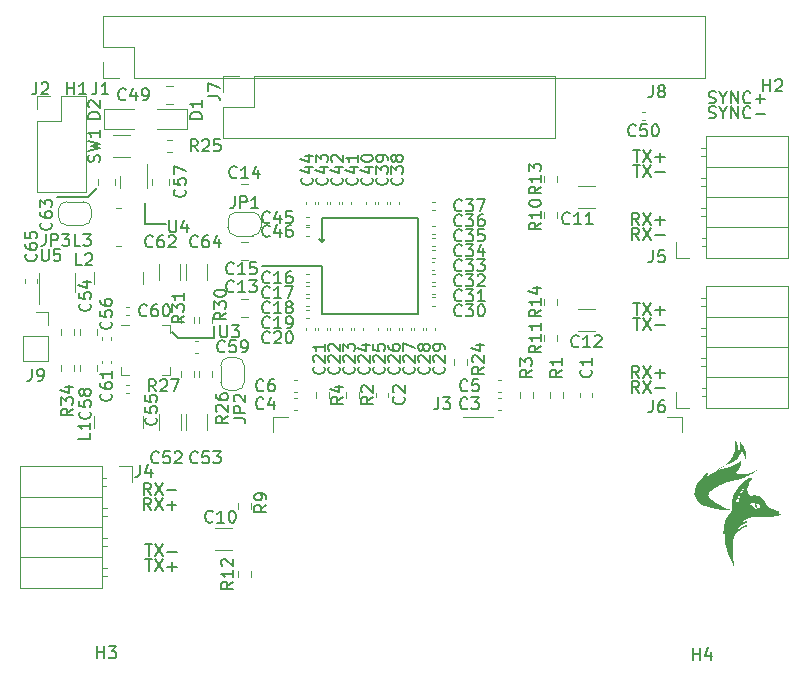
<source format=gto>
%TF.GenerationSoftware,KiCad,Pcbnew,7.0.1-0*%
%TF.CreationDate,2023-07-11T12:02:19-05:00*%
%TF.ProjectId,little_switch,6c697474-6c65-45f7-9377-697463682e6b,2*%
%TF.SameCoordinates,PX4221330PY3d0af40*%
%TF.FileFunction,Legend,Top*%
%TF.FilePolarity,Positive*%
%FSLAX46Y46*%
G04 Gerber Fmt 4.6, Leading zero omitted, Abs format (unit mm)*
G04 Created by KiCad (PCBNEW 7.0.1-0) date 2023-07-11 12:02:19*
%MOMM*%
%LPD*%
G01*
G04 APERTURE LIST*
%ADD10C,0.150000*%
%ADD11C,0.152400*%
%ADD12C,0.120000*%
G04 APERTURE END LIST*
D10*
X22098000Y-14478000D02*
X22098000Y-16510000D01*
X9906000Y-24638000D02*
X9398000Y-24130000D01*
X30226000Y-22606000D02*
X30226000Y-14478000D01*
X2286000Y-12700000D02*
X-381000Y-12700000D01*
X12954000Y-24638000D02*
X9906000Y-24638000D01*
X22098000Y-16510000D02*
X22352000Y-16256000D01*
X12954000Y-23622000D02*
X12954000Y-24638000D01*
X8890000Y-14986000D02*
X7112000Y-14986000D01*
X22098000Y-22606000D02*
X30226000Y-22606000D01*
X22098000Y-16510000D02*
X21844000Y-16256000D01*
X7112000Y-14986000D02*
X7112000Y-13208000D01*
X30226000Y-14478000D02*
X22098000Y-14478000D01*
X2286000Y-12700000D02*
X3048000Y-11938000D01*
X22098000Y-18542000D02*
X22098000Y-22606000D01*
X17018000Y-18542000D02*
X22098000Y-18542000D01*
D11*
X48405142Y-21679020D02*
X48985714Y-21679020D01*
X48695428Y-22695020D02*
X48695428Y-21679020D01*
X49227618Y-21679020D02*
X49904952Y-22695020D01*
X49904952Y-21679020D02*
X49227618Y-22695020D01*
X50291999Y-22307973D02*
X51066095Y-22307973D01*
X50679047Y-22695020D02*
X50679047Y-21920925D01*
X54803523Y-4739640D02*
X54948666Y-4788020D01*
X54948666Y-4788020D02*
X55190571Y-4788020D01*
X55190571Y-4788020D02*
X55287333Y-4739640D01*
X55287333Y-4739640D02*
X55335714Y-4691259D01*
X55335714Y-4691259D02*
X55384095Y-4594497D01*
X55384095Y-4594497D02*
X55384095Y-4497735D01*
X55384095Y-4497735D02*
X55335714Y-4400973D01*
X55335714Y-4400973D02*
X55287333Y-4352592D01*
X55287333Y-4352592D02*
X55190571Y-4304211D01*
X55190571Y-4304211D02*
X54997047Y-4255830D01*
X54997047Y-4255830D02*
X54900285Y-4207449D01*
X54900285Y-4207449D02*
X54851904Y-4159068D01*
X54851904Y-4159068D02*
X54803523Y-4062306D01*
X54803523Y-4062306D02*
X54803523Y-3965544D01*
X54803523Y-3965544D02*
X54851904Y-3868782D01*
X54851904Y-3868782D02*
X54900285Y-3820401D01*
X54900285Y-3820401D02*
X54997047Y-3772020D01*
X54997047Y-3772020D02*
X55238952Y-3772020D01*
X55238952Y-3772020D02*
X55384095Y-3820401D01*
X56013047Y-4304211D02*
X56013047Y-4788020D01*
X55674380Y-3772020D02*
X56013047Y-4304211D01*
X56013047Y-4304211D02*
X56351714Y-3772020D01*
X56690380Y-4788020D02*
X56690380Y-3772020D01*
X56690380Y-3772020D02*
X57270952Y-4788020D01*
X57270952Y-4788020D02*
X57270952Y-3772020D01*
X58335333Y-4691259D02*
X58286952Y-4739640D01*
X58286952Y-4739640D02*
X58141809Y-4788020D01*
X58141809Y-4788020D02*
X58045047Y-4788020D01*
X58045047Y-4788020D02*
X57899904Y-4739640D01*
X57899904Y-4739640D02*
X57803142Y-4642878D01*
X57803142Y-4642878D02*
X57754761Y-4546116D01*
X57754761Y-4546116D02*
X57706380Y-4352592D01*
X57706380Y-4352592D02*
X57706380Y-4207449D01*
X57706380Y-4207449D02*
X57754761Y-4013925D01*
X57754761Y-4013925D02*
X57803142Y-3917163D01*
X57803142Y-3917163D02*
X57899904Y-3820401D01*
X57899904Y-3820401D02*
X58045047Y-3772020D01*
X58045047Y-3772020D02*
X58141809Y-3772020D01*
X58141809Y-3772020D02*
X58286952Y-3820401D01*
X58286952Y-3820401D02*
X58335333Y-3868782D01*
X58770761Y-4400973D02*
X59544857Y-4400973D01*
X59157809Y-4788020D02*
X59157809Y-4013925D01*
X48888952Y-16345020D02*
X48550285Y-15861211D01*
X48308380Y-16345020D02*
X48308380Y-15329020D01*
X48308380Y-15329020D02*
X48695428Y-15329020D01*
X48695428Y-15329020D02*
X48792190Y-15377401D01*
X48792190Y-15377401D02*
X48840571Y-15425782D01*
X48840571Y-15425782D02*
X48888952Y-15522544D01*
X48888952Y-15522544D02*
X48888952Y-15667687D01*
X48888952Y-15667687D02*
X48840571Y-15764449D01*
X48840571Y-15764449D02*
X48792190Y-15812830D01*
X48792190Y-15812830D02*
X48695428Y-15861211D01*
X48695428Y-15861211D02*
X48308380Y-15861211D01*
X49227618Y-15329020D02*
X49904952Y-16345020D01*
X49904952Y-15329020D02*
X49227618Y-16345020D01*
X50291999Y-15957973D02*
X51066095Y-15957973D01*
X7081761Y-43396020D02*
X7662333Y-43396020D01*
X7372047Y-44412020D02*
X7372047Y-43396020D01*
X7904237Y-43396020D02*
X8581571Y-44412020D01*
X8581571Y-43396020D02*
X7904237Y-44412020D01*
X8968618Y-44024973D02*
X9742714Y-44024973D01*
X9355666Y-44412020D02*
X9355666Y-43637925D01*
X7553476Y-37935020D02*
X7214809Y-37451211D01*
X6972904Y-37935020D02*
X6972904Y-36919020D01*
X6972904Y-36919020D02*
X7359952Y-36919020D01*
X7359952Y-36919020D02*
X7456714Y-36967401D01*
X7456714Y-36967401D02*
X7505095Y-37015782D01*
X7505095Y-37015782D02*
X7553476Y-37112544D01*
X7553476Y-37112544D02*
X7553476Y-37257687D01*
X7553476Y-37257687D02*
X7505095Y-37354449D01*
X7505095Y-37354449D02*
X7456714Y-37402830D01*
X7456714Y-37402830D02*
X7359952Y-37451211D01*
X7359952Y-37451211D02*
X6972904Y-37451211D01*
X7892142Y-36919020D02*
X8569476Y-37935020D01*
X8569476Y-36919020D02*
X7892142Y-37935020D01*
X8956523Y-37547973D02*
X9730619Y-37547973D01*
X54803523Y-6009640D02*
X54948666Y-6058020D01*
X54948666Y-6058020D02*
X55190571Y-6058020D01*
X55190571Y-6058020D02*
X55287333Y-6009640D01*
X55287333Y-6009640D02*
X55335714Y-5961259D01*
X55335714Y-5961259D02*
X55384095Y-5864497D01*
X55384095Y-5864497D02*
X55384095Y-5767735D01*
X55384095Y-5767735D02*
X55335714Y-5670973D01*
X55335714Y-5670973D02*
X55287333Y-5622592D01*
X55287333Y-5622592D02*
X55190571Y-5574211D01*
X55190571Y-5574211D02*
X54997047Y-5525830D01*
X54997047Y-5525830D02*
X54900285Y-5477449D01*
X54900285Y-5477449D02*
X54851904Y-5429068D01*
X54851904Y-5429068D02*
X54803523Y-5332306D01*
X54803523Y-5332306D02*
X54803523Y-5235544D01*
X54803523Y-5235544D02*
X54851904Y-5138782D01*
X54851904Y-5138782D02*
X54900285Y-5090401D01*
X54900285Y-5090401D02*
X54997047Y-5042020D01*
X54997047Y-5042020D02*
X55238952Y-5042020D01*
X55238952Y-5042020D02*
X55384095Y-5090401D01*
X56013047Y-5574211D02*
X56013047Y-6058020D01*
X55674380Y-5042020D02*
X56013047Y-5574211D01*
X56013047Y-5574211D02*
X56351714Y-5042020D01*
X56690380Y-6058020D02*
X56690380Y-5042020D01*
X56690380Y-5042020D02*
X57270952Y-6058020D01*
X57270952Y-6058020D02*
X57270952Y-5042020D01*
X58335333Y-5961259D02*
X58286952Y-6009640D01*
X58286952Y-6009640D02*
X58141809Y-6058020D01*
X58141809Y-6058020D02*
X58045047Y-6058020D01*
X58045047Y-6058020D02*
X57899904Y-6009640D01*
X57899904Y-6009640D02*
X57803142Y-5912878D01*
X57803142Y-5912878D02*
X57754761Y-5816116D01*
X57754761Y-5816116D02*
X57706380Y-5622592D01*
X57706380Y-5622592D02*
X57706380Y-5477449D01*
X57706380Y-5477449D02*
X57754761Y-5283925D01*
X57754761Y-5283925D02*
X57803142Y-5187163D01*
X57803142Y-5187163D02*
X57899904Y-5090401D01*
X57899904Y-5090401D02*
X58045047Y-5042020D01*
X58045047Y-5042020D02*
X58141809Y-5042020D01*
X58141809Y-5042020D02*
X58286952Y-5090401D01*
X58286952Y-5090401D02*
X58335333Y-5138782D01*
X58770761Y-5670973D02*
X59544857Y-5670973D01*
X48888952Y-29299020D02*
X48550285Y-28815211D01*
X48308380Y-29299020D02*
X48308380Y-28283020D01*
X48308380Y-28283020D02*
X48695428Y-28283020D01*
X48695428Y-28283020D02*
X48792190Y-28331401D01*
X48792190Y-28331401D02*
X48840571Y-28379782D01*
X48840571Y-28379782D02*
X48888952Y-28476544D01*
X48888952Y-28476544D02*
X48888952Y-28621687D01*
X48888952Y-28621687D02*
X48840571Y-28718449D01*
X48840571Y-28718449D02*
X48792190Y-28766830D01*
X48792190Y-28766830D02*
X48695428Y-28815211D01*
X48695428Y-28815211D02*
X48308380Y-28815211D01*
X49227618Y-28283020D02*
X49904952Y-29299020D01*
X49904952Y-28283020D02*
X49227618Y-29299020D01*
X50291999Y-28911973D02*
X51066095Y-28911973D01*
X7553476Y-39205020D02*
X7214809Y-38721211D01*
X6972904Y-39205020D02*
X6972904Y-38189020D01*
X6972904Y-38189020D02*
X7359952Y-38189020D01*
X7359952Y-38189020D02*
X7456714Y-38237401D01*
X7456714Y-38237401D02*
X7505095Y-38285782D01*
X7505095Y-38285782D02*
X7553476Y-38382544D01*
X7553476Y-38382544D02*
X7553476Y-38527687D01*
X7553476Y-38527687D02*
X7505095Y-38624449D01*
X7505095Y-38624449D02*
X7456714Y-38672830D01*
X7456714Y-38672830D02*
X7359952Y-38721211D01*
X7359952Y-38721211D02*
X6972904Y-38721211D01*
X7892142Y-38189020D02*
X8569476Y-39205020D01*
X8569476Y-38189020D02*
X7892142Y-39205020D01*
X8956523Y-38817973D02*
X9730619Y-38817973D01*
X9343571Y-39205020D02*
X9343571Y-38430925D01*
X48405142Y-22949020D02*
X48985714Y-22949020D01*
X48695428Y-23965020D02*
X48695428Y-22949020D01*
X49227618Y-22949020D02*
X49904952Y-23965020D01*
X49904952Y-22949020D02*
X49227618Y-23965020D01*
X50291999Y-23577973D02*
X51066095Y-23577973D01*
X48405142Y-8725020D02*
X48985714Y-8725020D01*
X48695428Y-9741020D02*
X48695428Y-8725020D01*
X49227618Y-8725020D02*
X49904952Y-9741020D01*
X49904952Y-8725020D02*
X49227618Y-9741020D01*
X50291999Y-9353973D02*
X51066095Y-9353973D01*
X50679047Y-9741020D02*
X50679047Y-8966925D01*
X7081761Y-42126020D02*
X7662333Y-42126020D01*
X7372047Y-43142020D02*
X7372047Y-42126020D01*
X7904237Y-42126020D02*
X8581571Y-43142020D01*
X8581571Y-42126020D02*
X7904237Y-43142020D01*
X8968618Y-42754973D02*
X9742714Y-42754973D01*
X48888952Y-28029020D02*
X48550285Y-27545211D01*
X48308380Y-28029020D02*
X48308380Y-27013020D01*
X48308380Y-27013020D02*
X48695428Y-27013020D01*
X48695428Y-27013020D02*
X48792190Y-27061401D01*
X48792190Y-27061401D02*
X48840571Y-27109782D01*
X48840571Y-27109782D02*
X48888952Y-27206544D01*
X48888952Y-27206544D02*
X48888952Y-27351687D01*
X48888952Y-27351687D02*
X48840571Y-27448449D01*
X48840571Y-27448449D02*
X48792190Y-27496830D01*
X48792190Y-27496830D02*
X48695428Y-27545211D01*
X48695428Y-27545211D02*
X48308380Y-27545211D01*
X49227618Y-27013020D02*
X49904952Y-28029020D01*
X49904952Y-27013020D02*
X49227618Y-28029020D01*
X50291999Y-27641973D02*
X51066095Y-27641973D01*
X50679047Y-28029020D02*
X50679047Y-27254925D01*
X48405142Y-9995020D02*
X48985714Y-9995020D01*
X48695428Y-11011020D02*
X48695428Y-9995020D01*
X49227618Y-9995020D02*
X49904952Y-11011020D01*
X49904952Y-9995020D02*
X49227618Y-11011020D01*
X50291999Y-10623973D02*
X51066095Y-10623973D01*
X48888952Y-15075020D02*
X48550285Y-14591211D01*
X48308380Y-15075020D02*
X48308380Y-14059020D01*
X48308380Y-14059020D02*
X48695428Y-14059020D01*
X48695428Y-14059020D02*
X48792190Y-14107401D01*
X48792190Y-14107401D02*
X48840571Y-14155782D01*
X48840571Y-14155782D02*
X48888952Y-14252544D01*
X48888952Y-14252544D02*
X48888952Y-14397687D01*
X48888952Y-14397687D02*
X48840571Y-14494449D01*
X48840571Y-14494449D02*
X48792190Y-14542830D01*
X48792190Y-14542830D02*
X48695428Y-14591211D01*
X48695428Y-14591211D02*
X48308380Y-14591211D01*
X49227618Y-14059020D02*
X49904952Y-15075020D01*
X49904952Y-14059020D02*
X49227618Y-15075020D01*
X50291999Y-14687973D02*
X51066095Y-14687973D01*
X50679047Y-15075020D02*
X50679047Y-14300925D01*
%TO.C,C24*%
X26027259Y-27069142D02*
X26075640Y-27117523D01*
X26075640Y-27117523D02*
X26124020Y-27262666D01*
X26124020Y-27262666D02*
X26124020Y-27359428D01*
X26124020Y-27359428D02*
X26075640Y-27504571D01*
X26075640Y-27504571D02*
X25978878Y-27601333D01*
X25978878Y-27601333D02*
X25882116Y-27649714D01*
X25882116Y-27649714D02*
X25688592Y-27698095D01*
X25688592Y-27698095D02*
X25543449Y-27698095D01*
X25543449Y-27698095D02*
X25349925Y-27649714D01*
X25349925Y-27649714D02*
X25253163Y-27601333D01*
X25253163Y-27601333D02*
X25156401Y-27504571D01*
X25156401Y-27504571D02*
X25108020Y-27359428D01*
X25108020Y-27359428D02*
X25108020Y-27262666D01*
X25108020Y-27262666D02*
X25156401Y-27117523D01*
X25156401Y-27117523D02*
X25204782Y-27069142D01*
X25204782Y-26682095D02*
X25156401Y-26633714D01*
X25156401Y-26633714D02*
X25108020Y-26536952D01*
X25108020Y-26536952D02*
X25108020Y-26295047D01*
X25108020Y-26295047D02*
X25156401Y-26198285D01*
X25156401Y-26198285D02*
X25204782Y-26149904D01*
X25204782Y-26149904D02*
X25301544Y-26101523D01*
X25301544Y-26101523D02*
X25398306Y-26101523D01*
X25398306Y-26101523D02*
X25543449Y-26149904D01*
X25543449Y-26149904D02*
X26124020Y-26730476D01*
X26124020Y-26730476D02*
X26124020Y-26101523D01*
X25446687Y-25230666D02*
X26124020Y-25230666D01*
X25059640Y-25472571D02*
X25785354Y-25714476D01*
X25785354Y-25714476D02*
X25785354Y-25085523D01*
%TO.C,C62*%
X7728857Y-16883259D02*
X7680476Y-16931640D01*
X7680476Y-16931640D02*
X7535333Y-16980020D01*
X7535333Y-16980020D02*
X7438571Y-16980020D01*
X7438571Y-16980020D02*
X7293428Y-16931640D01*
X7293428Y-16931640D02*
X7196666Y-16834878D01*
X7196666Y-16834878D02*
X7148285Y-16738116D01*
X7148285Y-16738116D02*
X7099904Y-16544592D01*
X7099904Y-16544592D02*
X7099904Y-16399449D01*
X7099904Y-16399449D02*
X7148285Y-16205925D01*
X7148285Y-16205925D02*
X7196666Y-16109163D01*
X7196666Y-16109163D02*
X7293428Y-16012401D01*
X7293428Y-16012401D02*
X7438571Y-15964020D01*
X7438571Y-15964020D02*
X7535333Y-15964020D01*
X7535333Y-15964020D02*
X7680476Y-16012401D01*
X7680476Y-16012401D02*
X7728857Y-16060782D01*
X8599714Y-15964020D02*
X8406190Y-15964020D01*
X8406190Y-15964020D02*
X8309428Y-16012401D01*
X8309428Y-16012401D02*
X8261047Y-16060782D01*
X8261047Y-16060782D02*
X8164285Y-16205925D01*
X8164285Y-16205925D02*
X8115904Y-16399449D01*
X8115904Y-16399449D02*
X8115904Y-16786497D01*
X8115904Y-16786497D02*
X8164285Y-16883259D01*
X8164285Y-16883259D02*
X8212666Y-16931640D01*
X8212666Y-16931640D02*
X8309428Y-16980020D01*
X8309428Y-16980020D02*
X8502952Y-16980020D01*
X8502952Y-16980020D02*
X8599714Y-16931640D01*
X8599714Y-16931640D02*
X8648095Y-16883259D01*
X8648095Y-16883259D02*
X8696476Y-16786497D01*
X8696476Y-16786497D02*
X8696476Y-16544592D01*
X8696476Y-16544592D02*
X8648095Y-16447830D01*
X8648095Y-16447830D02*
X8599714Y-16399449D01*
X8599714Y-16399449D02*
X8502952Y-16351068D01*
X8502952Y-16351068D02*
X8309428Y-16351068D01*
X8309428Y-16351068D02*
X8212666Y-16399449D01*
X8212666Y-16399449D02*
X8164285Y-16447830D01*
X8164285Y-16447830D02*
X8115904Y-16544592D01*
X9083523Y-16060782D02*
X9131904Y-16012401D01*
X9131904Y-16012401D02*
X9228666Y-15964020D01*
X9228666Y-15964020D02*
X9470571Y-15964020D01*
X9470571Y-15964020D02*
X9567333Y-16012401D01*
X9567333Y-16012401D02*
X9615714Y-16060782D01*
X9615714Y-16060782D02*
X9664095Y-16157544D01*
X9664095Y-16157544D02*
X9664095Y-16254306D01*
X9664095Y-16254306D02*
X9615714Y-16399449D01*
X9615714Y-16399449D02*
X9035142Y-16980020D01*
X9035142Y-16980020D02*
X9664095Y-16980020D01*
%TO.C,C64*%
X11538857Y-16883259D02*
X11490476Y-16931640D01*
X11490476Y-16931640D02*
X11345333Y-16980020D01*
X11345333Y-16980020D02*
X11248571Y-16980020D01*
X11248571Y-16980020D02*
X11103428Y-16931640D01*
X11103428Y-16931640D02*
X11006666Y-16834878D01*
X11006666Y-16834878D02*
X10958285Y-16738116D01*
X10958285Y-16738116D02*
X10909904Y-16544592D01*
X10909904Y-16544592D02*
X10909904Y-16399449D01*
X10909904Y-16399449D02*
X10958285Y-16205925D01*
X10958285Y-16205925D02*
X11006666Y-16109163D01*
X11006666Y-16109163D02*
X11103428Y-16012401D01*
X11103428Y-16012401D02*
X11248571Y-15964020D01*
X11248571Y-15964020D02*
X11345333Y-15964020D01*
X11345333Y-15964020D02*
X11490476Y-16012401D01*
X11490476Y-16012401D02*
X11538857Y-16060782D01*
X12409714Y-15964020D02*
X12216190Y-15964020D01*
X12216190Y-15964020D02*
X12119428Y-16012401D01*
X12119428Y-16012401D02*
X12071047Y-16060782D01*
X12071047Y-16060782D02*
X11974285Y-16205925D01*
X11974285Y-16205925D02*
X11925904Y-16399449D01*
X11925904Y-16399449D02*
X11925904Y-16786497D01*
X11925904Y-16786497D02*
X11974285Y-16883259D01*
X11974285Y-16883259D02*
X12022666Y-16931640D01*
X12022666Y-16931640D02*
X12119428Y-16980020D01*
X12119428Y-16980020D02*
X12312952Y-16980020D01*
X12312952Y-16980020D02*
X12409714Y-16931640D01*
X12409714Y-16931640D02*
X12458095Y-16883259D01*
X12458095Y-16883259D02*
X12506476Y-16786497D01*
X12506476Y-16786497D02*
X12506476Y-16544592D01*
X12506476Y-16544592D02*
X12458095Y-16447830D01*
X12458095Y-16447830D02*
X12409714Y-16399449D01*
X12409714Y-16399449D02*
X12312952Y-16351068D01*
X12312952Y-16351068D02*
X12119428Y-16351068D01*
X12119428Y-16351068D02*
X12022666Y-16399449D01*
X12022666Y-16399449D02*
X11974285Y-16447830D01*
X11974285Y-16447830D02*
X11925904Y-16544592D01*
X13377333Y-16302687D02*
X13377333Y-16980020D01*
X13135428Y-15915640D02*
X12893523Y-16641354D01*
X12893523Y-16641354D02*
X13522476Y-16641354D01*
%TO.C,SW1*%
X3215640Y-9736666D02*
X3264020Y-9591523D01*
X3264020Y-9591523D02*
X3264020Y-9349618D01*
X3264020Y-9349618D02*
X3215640Y-9252856D01*
X3215640Y-9252856D02*
X3167259Y-9204475D01*
X3167259Y-9204475D02*
X3070497Y-9156094D01*
X3070497Y-9156094D02*
X2973735Y-9156094D01*
X2973735Y-9156094D02*
X2876973Y-9204475D01*
X2876973Y-9204475D02*
X2828592Y-9252856D01*
X2828592Y-9252856D02*
X2780211Y-9349618D01*
X2780211Y-9349618D02*
X2731830Y-9543142D01*
X2731830Y-9543142D02*
X2683449Y-9639904D01*
X2683449Y-9639904D02*
X2635068Y-9688285D01*
X2635068Y-9688285D02*
X2538306Y-9736666D01*
X2538306Y-9736666D02*
X2441544Y-9736666D01*
X2441544Y-9736666D02*
X2344782Y-9688285D01*
X2344782Y-9688285D02*
X2296401Y-9639904D01*
X2296401Y-9639904D02*
X2248020Y-9543142D01*
X2248020Y-9543142D02*
X2248020Y-9301237D01*
X2248020Y-9301237D02*
X2296401Y-9156094D01*
X2248020Y-8817428D02*
X3264020Y-8575523D01*
X3264020Y-8575523D02*
X2538306Y-8381999D01*
X2538306Y-8381999D02*
X3264020Y-8188475D01*
X3264020Y-8188475D02*
X2248020Y-7946571D01*
X3264020Y-7027332D02*
X3264020Y-7607904D01*
X3264020Y-7317618D02*
X2248020Y-7317618D01*
X2248020Y-7317618D02*
X2393163Y-7414380D01*
X2393163Y-7414380D02*
X2489925Y-7511142D01*
X2489925Y-7511142D02*
X2538306Y-7607904D01*
%TO.C,R12*%
X14534020Y-45294142D02*
X14050211Y-45632809D01*
X14534020Y-45874714D02*
X13518020Y-45874714D01*
X13518020Y-45874714D02*
X13518020Y-45487666D01*
X13518020Y-45487666D02*
X13566401Y-45390904D01*
X13566401Y-45390904D02*
X13614782Y-45342523D01*
X13614782Y-45342523D02*
X13711544Y-45294142D01*
X13711544Y-45294142D02*
X13856687Y-45294142D01*
X13856687Y-45294142D02*
X13953449Y-45342523D01*
X13953449Y-45342523D02*
X14001830Y-45390904D01*
X14001830Y-45390904D02*
X14050211Y-45487666D01*
X14050211Y-45487666D02*
X14050211Y-45874714D01*
X14534020Y-44326523D02*
X14534020Y-44907095D01*
X14534020Y-44616809D02*
X13518020Y-44616809D01*
X13518020Y-44616809D02*
X13663163Y-44713571D01*
X13663163Y-44713571D02*
X13759925Y-44810333D01*
X13759925Y-44810333D02*
X13808306Y-44907095D01*
X13614782Y-43939476D02*
X13566401Y-43891095D01*
X13566401Y-43891095D02*
X13518020Y-43794333D01*
X13518020Y-43794333D02*
X13518020Y-43552428D01*
X13518020Y-43552428D02*
X13566401Y-43455666D01*
X13566401Y-43455666D02*
X13614782Y-43407285D01*
X13614782Y-43407285D02*
X13711544Y-43358904D01*
X13711544Y-43358904D02*
X13808306Y-43358904D01*
X13808306Y-43358904D02*
X13953449Y-43407285D01*
X13953449Y-43407285D02*
X14534020Y-43987857D01*
X14534020Y-43987857D02*
X14534020Y-43358904D01*
%TO.C,R10*%
X40602020Y-14877142D02*
X40118211Y-15215809D01*
X40602020Y-15457714D02*
X39586020Y-15457714D01*
X39586020Y-15457714D02*
X39586020Y-15070666D01*
X39586020Y-15070666D02*
X39634401Y-14973904D01*
X39634401Y-14973904D02*
X39682782Y-14925523D01*
X39682782Y-14925523D02*
X39779544Y-14877142D01*
X39779544Y-14877142D02*
X39924687Y-14877142D01*
X39924687Y-14877142D02*
X40021449Y-14925523D01*
X40021449Y-14925523D02*
X40069830Y-14973904D01*
X40069830Y-14973904D02*
X40118211Y-15070666D01*
X40118211Y-15070666D02*
X40118211Y-15457714D01*
X40602020Y-13909523D02*
X40602020Y-14490095D01*
X40602020Y-14199809D02*
X39586020Y-14199809D01*
X39586020Y-14199809D02*
X39731163Y-14296571D01*
X39731163Y-14296571D02*
X39827925Y-14393333D01*
X39827925Y-14393333D02*
X39876306Y-14490095D01*
X39586020Y-13280571D02*
X39586020Y-13183809D01*
X39586020Y-13183809D02*
X39634401Y-13087047D01*
X39634401Y-13087047D02*
X39682782Y-13038666D01*
X39682782Y-13038666D02*
X39779544Y-12990285D01*
X39779544Y-12990285D02*
X39973068Y-12941904D01*
X39973068Y-12941904D02*
X40214973Y-12941904D01*
X40214973Y-12941904D02*
X40408497Y-12990285D01*
X40408497Y-12990285D02*
X40505259Y-13038666D01*
X40505259Y-13038666D02*
X40553640Y-13087047D01*
X40553640Y-13087047D02*
X40602020Y-13183809D01*
X40602020Y-13183809D02*
X40602020Y-13280571D01*
X40602020Y-13280571D02*
X40553640Y-13377333D01*
X40553640Y-13377333D02*
X40505259Y-13425714D01*
X40505259Y-13425714D02*
X40408497Y-13474095D01*
X40408497Y-13474095D02*
X40214973Y-13522476D01*
X40214973Y-13522476D02*
X39973068Y-13522476D01*
X39973068Y-13522476D02*
X39779544Y-13474095D01*
X39779544Y-13474095D02*
X39682782Y-13425714D01*
X39682782Y-13425714D02*
X39634401Y-13377333D01*
X39634401Y-13377333D02*
X39586020Y-13280571D01*
%TO.C,C46*%
X17634857Y-15994259D02*
X17586476Y-16042640D01*
X17586476Y-16042640D02*
X17441333Y-16091020D01*
X17441333Y-16091020D02*
X17344571Y-16091020D01*
X17344571Y-16091020D02*
X17199428Y-16042640D01*
X17199428Y-16042640D02*
X17102666Y-15945878D01*
X17102666Y-15945878D02*
X17054285Y-15849116D01*
X17054285Y-15849116D02*
X17005904Y-15655592D01*
X17005904Y-15655592D02*
X17005904Y-15510449D01*
X17005904Y-15510449D02*
X17054285Y-15316925D01*
X17054285Y-15316925D02*
X17102666Y-15220163D01*
X17102666Y-15220163D02*
X17199428Y-15123401D01*
X17199428Y-15123401D02*
X17344571Y-15075020D01*
X17344571Y-15075020D02*
X17441333Y-15075020D01*
X17441333Y-15075020D02*
X17586476Y-15123401D01*
X17586476Y-15123401D02*
X17634857Y-15171782D01*
X18505714Y-15413687D02*
X18505714Y-16091020D01*
X18263809Y-15026640D02*
X18021904Y-15752354D01*
X18021904Y-15752354D02*
X18650857Y-15752354D01*
X19473333Y-15075020D02*
X19279809Y-15075020D01*
X19279809Y-15075020D02*
X19183047Y-15123401D01*
X19183047Y-15123401D02*
X19134666Y-15171782D01*
X19134666Y-15171782D02*
X19037904Y-15316925D01*
X19037904Y-15316925D02*
X18989523Y-15510449D01*
X18989523Y-15510449D02*
X18989523Y-15897497D01*
X18989523Y-15897497D02*
X19037904Y-15994259D01*
X19037904Y-15994259D02*
X19086285Y-16042640D01*
X19086285Y-16042640D02*
X19183047Y-16091020D01*
X19183047Y-16091020D02*
X19376571Y-16091020D01*
X19376571Y-16091020D02*
X19473333Y-16042640D01*
X19473333Y-16042640D02*
X19521714Y-15994259D01*
X19521714Y-15994259D02*
X19570095Y-15897497D01*
X19570095Y-15897497D02*
X19570095Y-15655592D01*
X19570095Y-15655592D02*
X19521714Y-15558830D01*
X19521714Y-15558830D02*
X19473333Y-15510449D01*
X19473333Y-15510449D02*
X19376571Y-15462068D01*
X19376571Y-15462068D02*
X19183047Y-15462068D01*
X19183047Y-15462068D02*
X19086285Y-15510449D01*
X19086285Y-15510449D02*
X19037904Y-15558830D01*
X19037904Y-15558830D02*
X18989523Y-15655592D01*
%TO.C,U3*%
X13449904Y-23584020D02*
X13449904Y-24406497D01*
X13449904Y-24406497D02*
X13498285Y-24503259D01*
X13498285Y-24503259D02*
X13546666Y-24551640D01*
X13546666Y-24551640D02*
X13643428Y-24600020D01*
X13643428Y-24600020D02*
X13836952Y-24600020D01*
X13836952Y-24600020D02*
X13933714Y-24551640D01*
X13933714Y-24551640D02*
X13982095Y-24503259D01*
X13982095Y-24503259D02*
X14030476Y-24406497D01*
X14030476Y-24406497D02*
X14030476Y-23584020D01*
X14417523Y-23584020D02*
X15046476Y-23584020D01*
X15046476Y-23584020D02*
X14707809Y-23971068D01*
X14707809Y-23971068D02*
X14852952Y-23971068D01*
X14852952Y-23971068D02*
X14949714Y-24019449D01*
X14949714Y-24019449D02*
X14998095Y-24067830D01*
X14998095Y-24067830D02*
X15046476Y-24164592D01*
X15046476Y-24164592D02*
X15046476Y-24406497D01*
X15046476Y-24406497D02*
X14998095Y-24503259D01*
X14998095Y-24503259D02*
X14949714Y-24551640D01*
X14949714Y-24551640D02*
X14852952Y-24600020D01*
X14852952Y-24600020D02*
X14562666Y-24600020D01*
X14562666Y-24600020D02*
X14465904Y-24551640D01*
X14465904Y-24551640D02*
X14417523Y-24503259D01*
%TO.C,C14*%
X14840857Y-11012259D02*
X14792476Y-11060640D01*
X14792476Y-11060640D02*
X14647333Y-11109020D01*
X14647333Y-11109020D02*
X14550571Y-11109020D01*
X14550571Y-11109020D02*
X14405428Y-11060640D01*
X14405428Y-11060640D02*
X14308666Y-10963878D01*
X14308666Y-10963878D02*
X14260285Y-10867116D01*
X14260285Y-10867116D02*
X14211904Y-10673592D01*
X14211904Y-10673592D02*
X14211904Y-10528449D01*
X14211904Y-10528449D02*
X14260285Y-10334925D01*
X14260285Y-10334925D02*
X14308666Y-10238163D01*
X14308666Y-10238163D02*
X14405428Y-10141401D01*
X14405428Y-10141401D02*
X14550571Y-10093020D01*
X14550571Y-10093020D02*
X14647333Y-10093020D01*
X14647333Y-10093020D02*
X14792476Y-10141401D01*
X14792476Y-10141401D02*
X14840857Y-10189782D01*
X15808476Y-11109020D02*
X15227904Y-11109020D01*
X15518190Y-11109020D02*
X15518190Y-10093020D01*
X15518190Y-10093020D02*
X15421428Y-10238163D01*
X15421428Y-10238163D02*
X15324666Y-10334925D01*
X15324666Y-10334925D02*
X15227904Y-10383306D01*
X16679333Y-10431687D02*
X16679333Y-11109020D01*
X16437428Y-10044640D02*
X16195523Y-10770354D01*
X16195523Y-10770354D02*
X16824476Y-10770354D01*
%TO.C,U4*%
X9131904Y-14694020D02*
X9131904Y-15516497D01*
X9131904Y-15516497D02*
X9180285Y-15613259D01*
X9180285Y-15613259D02*
X9228666Y-15661640D01*
X9228666Y-15661640D02*
X9325428Y-15710020D01*
X9325428Y-15710020D02*
X9518952Y-15710020D01*
X9518952Y-15710020D02*
X9615714Y-15661640D01*
X9615714Y-15661640D02*
X9664095Y-15613259D01*
X9664095Y-15613259D02*
X9712476Y-15516497D01*
X9712476Y-15516497D02*
X9712476Y-14694020D01*
X10631714Y-15032687D02*
X10631714Y-15710020D01*
X10389809Y-14645640D02*
X10147904Y-15371354D01*
X10147904Y-15371354D02*
X10776857Y-15371354D01*
%TO.C,C63*%
X-896741Y-14877142D02*
X-848360Y-14925523D01*
X-848360Y-14925523D02*
X-799980Y-15070666D01*
X-799980Y-15070666D02*
X-799980Y-15167428D01*
X-799980Y-15167428D02*
X-848360Y-15312571D01*
X-848360Y-15312571D02*
X-945122Y-15409333D01*
X-945122Y-15409333D02*
X-1041884Y-15457714D01*
X-1041884Y-15457714D02*
X-1235408Y-15506095D01*
X-1235408Y-15506095D02*
X-1380551Y-15506095D01*
X-1380551Y-15506095D02*
X-1574075Y-15457714D01*
X-1574075Y-15457714D02*
X-1670837Y-15409333D01*
X-1670837Y-15409333D02*
X-1767599Y-15312571D01*
X-1767599Y-15312571D02*
X-1815980Y-15167428D01*
X-1815980Y-15167428D02*
X-1815980Y-15070666D01*
X-1815980Y-15070666D02*
X-1767599Y-14925523D01*
X-1767599Y-14925523D02*
X-1719218Y-14877142D01*
X-1815980Y-14006285D02*
X-1815980Y-14199809D01*
X-1815980Y-14199809D02*
X-1767599Y-14296571D01*
X-1767599Y-14296571D02*
X-1719218Y-14344952D01*
X-1719218Y-14344952D02*
X-1574075Y-14441714D01*
X-1574075Y-14441714D02*
X-1380551Y-14490095D01*
X-1380551Y-14490095D02*
X-993503Y-14490095D01*
X-993503Y-14490095D02*
X-896741Y-14441714D01*
X-896741Y-14441714D02*
X-848360Y-14393333D01*
X-848360Y-14393333D02*
X-799980Y-14296571D01*
X-799980Y-14296571D02*
X-799980Y-14103047D01*
X-799980Y-14103047D02*
X-848360Y-14006285D01*
X-848360Y-14006285D02*
X-896741Y-13957904D01*
X-896741Y-13957904D02*
X-993503Y-13909523D01*
X-993503Y-13909523D02*
X-1235408Y-13909523D01*
X-1235408Y-13909523D02*
X-1332170Y-13957904D01*
X-1332170Y-13957904D02*
X-1380551Y-14006285D01*
X-1380551Y-14006285D02*
X-1428932Y-14103047D01*
X-1428932Y-14103047D02*
X-1428932Y-14296571D01*
X-1428932Y-14296571D02*
X-1380551Y-14393333D01*
X-1380551Y-14393333D02*
X-1332170Y-14441714D01*
X-1332170Y-14441714D02*
X-1235408Y-14490095D01*
X-1815980Y-13570857D02*
X-1815980Y-12941904D01*
X-1815980Y-12941904D02*
X-1428932Y-13280571D01*
X-1428932Y-13280571D02*
X-1428932Y-13135428D01*
X-1428932Y-13135428D02*
X-1380551Y-13038666D01*
X-1380551Y-13038666D02*
X-1332170Y-12990285D01*
X-1332170Y-12990285D02*
X-1235408Y-12941904D01*
X-1235408Y-12941904D02*
X-993503Y-12941904D01*
X-993503Y-12941904D02*
X-896741Y-12990285D01*
X-896741Y-12990285D02*
X-848360Y-13038666D01*
X-848360Y-13038666D02*
X-799980Y-13135428D01*
X-799980Y-13135428D02*
X-799980Y-13425714D01*
X-799980Y-13425714D02*
X-848360Y-13522476D01*
X-848360Y-13522476D02*
X-896741Y-13570857D01*
%TO.C,R4*%
X23838020Y-29633332D02*
X23354211Y-29971999D01*
X23838020Y-30213904D02*
X22822020Y-30213904D01*
X22822020Y-30213904D02*
X22822020Y-29826856D01*
X22822020Y-29826856D02*
X22870401Y-29730094D01*
X22870401Y-29730094D02*
X22918782Y-29681713D01*
X22918782Y-29681713D02*
X23015544Y-29633332D01*
X23015544Y-29633332D02*
X23160687Y-29633332D01*
X23160687Y-29633332D02*
X23257449Y-29681713D01*
X23257449Y-29681713D02*
X23305830Y-29730094D01*
X23305830Y-29730094D02*
X23354211Y-29826856D01*
X23354211Y-29826856D02*
X23354211Y-30213904D01*
X23160687Y-28762475D02*
X23838020Y-28762475D01*
X22773640Y-29004380D02*
X23499354Y-29246285D01*
X23499354Y-29246285D02*
X23499354Y-28617332D01*
%TO.C,C1*%
X44823259Y-27347332D02*
X44871640Y-27395713D01*
X44871640Y-27395713D02*
X44920020Y-27540856D01*
X44920020Y-27540856D02*
X44920020Y-27637618D01*
X44920020Y-27637618D02*
X44871640Y-27782761D01*
X44871640Y-27782761D02*
X44774878Y-27879523D01*
X44774878Y-27879523D02*
X44678116Y-27927904D01*
X44678116Y-27927904D02*
X44484592Y-27976285D01*
X44484592Y-27976285D02*
X44339449Y-27976285D01*
X44339449Y-27976285D02*
X44145925Y-27927904D01*
X44145925Y-27927904D02*
X44049163Y-27879523D01*
X44049163Y-27879523D02*
X43952401Y-27782761D01*
X43952401Y-27782761D02*
X43904020Y-27637618D01*
X43904020Y-27637618D02*
X43904020Y-27540856D01*
X43904020Y-27540856D02*
X43952401Y-27395713D01*
X43952401Y-27395713D02*
X44000782Y-27347332D01*
X44920020Y-26379713D02*
X44920020Y-26960285D01*
X44920020Y-26669999D02*
X43904020Y-26669999D01*
X43904020Y-26669999D02*
X44049163Y-26766761D01*
X44049163Y-26766761D02*
X44145925Y-26863523D01*
X44145925Y-26863523D02*
X44194306Y-26960285D01*
%TO.C,C29*%
X32377259Y-27069142D02*
X32425640Y-27117523D01*
X32425640Y-27117523D02*
X32474020Y-27262666D01*
X32474020Y-27262666D02*
X32474020Y-27359428D01*
X32474020Y-27359428D02*
X32425640Y-27504571D01*
X32425640Y-27504571D02*
X32328878Y-27601333D01*
X32328878Y-27601333D02*
X32232116Y-27649714D01*
X32232116Y-27649714D02*
X32038592Y-27698095D01*
X32038592Y-27698095D02*
X31893449Y-27698095D01*
X31893449Y-27698095D02*
X31699925Y-27649714D01*
X31699925Y-27649714D02*
X31603163Y-27601333D01*
X31603163Y-27601333D02*
X31506401Y-27504571D01*
X31506401Y-27504571D02*
X31458020Y-27359428D01*
X31458020Y-27359428D02*
X31458020Y-27262666D01*
X31458020Y-27262666D02*
X31506401Y-27117523D01*
X31506401Y-27117523D02*
X31554782Y-27069142D01*
X31554782Y-26682095D02*
X31506401Y-26633714D01*
X31506401Y-26633714D02*
X31458020Y-26536952D01*
X31458020Y-26536952D02*
X31458020Y-26295047D01*
X31458020Y-26295047D02*
X31506401Y-26198285D01*
X31506401Y-26198285D02*
X31554782Y-26149904D01*
X31554782Y-26149904D02*
X31651544Y-26101523D01*
X31651544Y-26101523D02*
X31748306Y-26101523D01*
X31748306Y-26101523D02*
X31893449Y-26149904D01*
X31893449Y-26149904D02*
X32474020Y-26730476D01*
X32474020Y-26730476D02*
X32474020Y-26101523D01*
X32474020Y-25617714D02*
X32474020Y-25424190D01*
X32474020Y-25424190D02*
X32425640Y-25327428D01*
X32425640Y-25327428D02*
X32377259Y-25279047D01*
X32377259Y-25279047D02*
X32232116Y-25182285D01*
X32232116Y-25182285D02*
X32038592Y-25133904D01*
X32038592Y-25133904D02*
X31651544Y-25133904D01*
X31651544Y-25133904D02*
X31554782Y-25182285D01*
X31554782Y-25182285D02*
X31506401Y-25230666D01*
X31506401Y-25230666D02*
X31458020Y-25327428D01*
X31458020Y-25327428D02*
X31458020Y-25520952D01*
X31458020Y-25520952D02*
X31506401Y-25617714D01*
X31506401Y-25617714D02*
X31554782Y-25666095D01*
X31554782Y-25666095D02*
X31651544Y-25714476D01*
X31651544Y-25714476D02*
X31893449Y-25714476D01*
X31893449Y-25714476D02*
X31990211Y-25666095D01*
X31990211Y-25666095D02*
X32038592Y-25617714D01*
X32038592Y-25617714D02*
X32086973Y-25520952D01*
X32086973Y-25520952D02*
X32086973Y-25327428D01*
X32086973Y-25327428D02*
X32038592Y-25230666D01*
X32038592Y-25230666D02*
X31990211Y-25182285D01*
X31990211Y-25182285D02*
X31893449Y-25133904D01*
%TO.C,C42*%
X23741259Y-11067142D02*
X23789640Y-11115523D01*
X23789640Y-11115523D02*
X23838020Y-11260666D01*
X23838020Y-11260666D02*
X23838020Y-11357428D01*
X23838020Y-11357428D02*
X23789640Y-11502571D01*
X23789640Y-11502571D02*
X23692878Y-11599333D01*
X23692878Y-11599333D02*
X23596116Y-11647714D01*
X23596116Y-11647714D02*
X23402592Y-11696095D01*
X23402592Y-11696095D02*
X23257449Y-11696095D01*
X23257449Y-11696095D02*
X23063925Y-11647714D01*
X23063925Y-11647714D02*
X22967163Y-11599333D01*
X22967163Y-11599333D02*
X22870401Y-11502571D01*
X22870401Y-11502571D02*
X22822020Y-11357428D01*
X22822020Y-11357428D02*
X22822020Y-11260666D01*
X22822020Y-11260666D02*
X22870401Y-11115523D01*
X22870401Y-11115523D02*
X22918782Y-11067142D01*
X23160687Y-10196285D02*
X23838020Y-10196285D01*
X22773640Y-10438190D02*
X23499354Y-10680095D01*
X23499354Y-10680095D02*
X23499354Y-10051142D01*
X22918782Y-9712476D02*
X22870401Y-9664095D01*
X22870401Y-9664095D02*
X22822020Y-9567333D01*
X22822020Y-9567333D02*
X22822020Y-9325428D01*
X22822020Y-9325428D02*
X22870401Y-9228666D01*
X22870401Y-9228666D02*
X22918782Y-9180285D01*
X22918782Y-9180285D02*
X23015544Y-9131904D01*
X23015544Y-9131904D02*
X23112306Y-9131904D01*
X23112306Y-9131904D02*
X23257449Y-9180285D01*
X23257449Y-9180285D02*
X23838020Y-9760857D01*
X23838020Y-9760857D02*
X23838020Y-9131904D01*
%TO.C,J6*%
X50080333Y-29934020D02*
X50080333Y-30659735D01*
X50080333Y-30659735D02*
X50031952Y-30804878D01*
X50031952Y-30804878D02*
X49935190Y-30901640D01*
X49935190Y-30901640D02*
X49790047Y-30950020D01*
X49790047Y-30950020D02*
X49693285Y-30950020D01*
X50999571Y-29934020D02*
X50806047Y-29934020D01*
X50806047Y-29934020D02*
X50709285Y-29982401D01*
X50709285Y-29982401D02*
X50660904Y-30030782D01*
X50660904Y-30030782D02*
X50564142Y-30175925D01*
X50564142Y-30175925D02*
X50515761Y-30369449D01*
X50515761Y-30369449D02*
X50515761Y-30756497D01*
X50515761Y-30756497D02*
X50564142Y-30853259D01*
X50564142Y-30853259D02*
X50612523Y-30901640D01*
X50612523Y-30901640D02*
X50709285Y-30950020D01*
X50709285Y-30950020D02*
X50902809Y-30950020D01*
X50902809Y-30950020D02*
X50999571Y-30901640D01*
X50999571Y-30901640D02*
X51047952Y-30853259D01*
X51047952Y-30853259D02*
X51096333Y-30756497D01*
X51096333Y-30756497D02*
X51096333Y-30514592D01*
X51096333Y-30514592D02*
X51047952Y-30417830D01*
X51047952Y-30417830D02*
X50999571Y-30369449D01*
X50999571Y-30369449D02*
X50902809Y-30321068D01*
X50902809Y-30321068D02*
X50709285Y-30321068D01*
X50709285Y-30321068D02*
X50612523Y-30369449D01*
X50612523Y-30369449D02*
X50564142Y-30417830D01*
X50564142Y-30417830D02*
X50515761Y-30514592D01*
%TO.C,C11*%
X43034857Y-14923259D02*
X42986476Y-14971640D01*
X42986476Y-14971640D02*
X42841333Y-15020020D01*
X42841333Y-15020020D02*
X42744571Y-15020020D01*
X42744571Y-15020020D02*
X42599428Y-14971640D01*
X42599428Y-14971640D02*
X42502666Y-14874878D01*
X42502666Y-14874878D02*
X42454285Y-14778116D01*
X42454285Y-14778116D02*
X42405904Y-14584592D01*
X42405904Y-14584592D02*
X42405904Y-14439449D01*
X42405904Y-14439449D02*
X42454285Y-14245925D01*
X42454285Y-14245925D02*
X42502666Y-14149163D01*
X42502666Y-14149163D02*
X42599428Y-14052401D01*
X42599428Y-14052401D02*
X42744571Y-14004020D01*
X42744571Y-14004020D02*
X42841333Y-14004020D01*
X42841333Y-14004020D02*
X42986476Y-14052401D01*
X42986476Y-14052401D02*
X43034857Y-14100782D01*
X44002476Y-15020020D02*
X43421904Y-15020020D01*
X43712190Y-15020020D02*
X43712190Y-14004020D01*
X43712190Y-14004020D02*
X43615428Y-14149163D01*
X43615428Y-14149163D02*
X43518666Y-14245925D01*
X43518666Y-14245925D02*
X43421904Y-14294306D01*
X44970095Y-15020020D02*
X44389523Y-15020020D01*
X44679809Y-15020020D02*
X44679809Y-14004020D01*
X44679809Y-14004020D02*
X44583047Y-14149163D01*
X44583047Y-14149163D02*
X44486285Y-14245925D01*
X44486285Y-14245925D02*
X44389523Y-14294306D01*
%TO.C,C12*%
X43796857Y-25337259D02*
X43748476Y-25385640D01*
X43748476Y-25385640D02*
X43603333Y-25434020D01*
X43603333Y-25434020D02*
X43506571Y-25434020D01*
X43506571Y-25434020D02*
X43361428Y-25385640D01*
X43361428Y-25385640D02*
X43264666Y-25288878D01*
X43264666Y-25288878D02*
X43216285Y-25192116D01*
X43216285Y-25192116D02*
X43167904Y-24998592D01*
X43167904Y-24998592D02*
X43167904Y-24853449D01*
X43167904Y-24853449D02*
X43216285Y-24659925D01*
X43216285Y-24659925D02*
X43264666Y-24563163D01*
X43264666Y-24563163D02*
X43361428Y-24466401D01*
X43361428Y-24466401D02*
X43506571Y-24418020D01*
X43506571Y-24418020D02*
X43603333Y-24418020D01*
X43603333Y-24418020D02*
X43748476Y-24466401D01*
X43748476Y-24466401D02*
X43796857Y-24514782D01*
X44764476Y-25434020D02*
X44183904Y-25434020D01*
X44474190Y-25434020D02*
X44474190Y-24418020D01*
X44474190Y-24418020D02*
X44377428Y-24563163D01*
X44377428Y-24563163D02*
X44280666Y-24659925D01*
X44280666Y-24659925D02*
X44183904Y-24708306D01*
X45151523Y-24514782D02*
X45199904Y-24466401D01*
X45199904Y-24466401D02*
X45296666Y-24418020D01*
X45296666Y-24418020D02*
X45538571Y-24418020D01*
X45538571Y-24418020D02*
X45635333Y-24466401D01*
X45635333Y-24466401D02*
X45683714Y-24514782D01*
X45683714Y-24514782D02*
X45732095Y-24611544D01*
X45732095Y-24611544D02*
X45732095Y-24708306D01*
X45732095Y-24708306D02*
X45683714Y-24853449D01*
X45683714Y-24853449D02*
X45103142Y-25434020D01*
X45103142Y-25434020D02*
X45732095Y-25434020D01*
%TO.C,R24*%
X35776020Y-27085884D02*
X35292211Y-27424551D01*
X35776020Y-27666456D02*
X34760020Y-27666456D01*
X34760020Y-27666456D02*
X34760020Y-27279408D01*
X34760020Y-27279408D02*
X34808401Y-27182646D01*
X34808401Y-27182646D02*
X34856782Y-27134265D01*
X34856782Y-27134265D02*
X34953544Y-27085884D01*
X34953544Y-27085884D02*
X35098687Y-27085884D01*
X35098687Y-27085884D02*
X35195449Y-27134265D01*
X35195449Y-27134265D02*
X35243830Y-27182646D01*
X35243830Y-27182646D02*
X35292211Y-27279408D01*
X35292211Y-27279408D02*
X35292211Y-27666456D01*
X34856782Y-26698837D02*
X34808401Y-26650456D01*
X34808401Y-26650456D02*
X34760020Y-26553694D01*
X34760020Y-26553694D02*
X34760020Y-26311789D01*
X34760020Y-26311789D02*
X34808401Y-26215027D01*
X34808401Y-26215027D02*
X34856782Y-26166646D01*
X34856782Y-26166646D02*
X34953544Y-26118265D01*
X34953544Y-26118265D02*
X35050306Y-26118265D01*
X35050306Y-26118265D02*
X35195449Y-26166646D01*
X35195449Y-26166646D02*
X35776020Y-26747218D01*
X35776020Y-26747218D02*
X35776020Y-26118265D01*
X35098687Y-25247408D02*
X35776020Y-25247408D01*
X34711640Y-25489313D02*
X35437354Y-25731218D01*
X35437354Y-25731218D02*
X35437354Y-25102265D01*
%TO.C,J2*%
X-2116667Y-3010020D02*
X-2116667Y-3735735D01*
X-2116667Y-3735735D02*
X-2165048Y-3880878D01*
X-2165048Y-3880878D02*
X-2261810Y-3977640D01*
X-2261810Y-3977640D02*
X-2406953Y-4026020D01*
X-2406953Y-4026020D02*
X-2503715Y-4026020D01*
X-1681239Y-3106782D02*
X-1632858Y-3058401D01*
X-1632858Y-3058401D02*
X-1536096Y-3010020D01*
X-1536096Y-3010020D02*
X-1294191Y-3010020D01*
X-1294191Y-3010020D02*
X-1197429Y-3058401D01*
X-1197429Y-3058401D02*
X-1149048Y-3106782D01*
X-1149048Y-3106782D02*
X-1100667Y-3203544D01*
X-1100667Y-3203544D02*
X-1100667Y-3300306D01*
X-1100667Y-3300306D02*
X-1149048Y-3445449D01*
X-1149048Y-3445449D02*
X-1729620Y-4026020D01*
X-1729620Y-4026020D02*
X-1100667Y-4026020D01*
%TO.C,R30*%
X13932020Y-22497142D02*
X13448211Y-22835809D01*
X13932020Y-23077714D02*
X12916020Y-23077714D01*
X12916020Y-23077714D02*
X12916020Y-22690666D01*
X12916020Y-22690666D02*
X12964401Y-22593904D01*
X12964401Y-22593904D02*
X13012782Y-22545523D01*
X13012782Y-22545523D02*
X13109544Y-22497142D01*
X13109544Y-22497142D02*
X13254687Y-22497142D01*
X13254687Y-22497142D02*
X13351449Y-22545523D01*
X13351449Y-22545523D02*
X13399830Y-22593904D01*
X13399830Y-22593904D02*
X13448211Y-22690666D01*
X13448211Y-22690666D02*
X13448211Y-23077714D01*
X12916020Y-22158476D02*
X12916020Y-21529523D01*
X12916020Y-21529523D02*
X13303068Y-21868190D01*
X13303068Y-21868190D02*
X13303068Y-21723047D01*
X13303068Y-21723047D02*
X13351449Y-21626285D01*
X13351449Y-21626285D02*
X13399830Y-21577904D01*
X13399830Y-21577904D02*
X13496592Y-21529523D01*
X13496592Y-21529523D02*
X13738497Y-21529523D01*
X13738497Y-21529523D02*
X13835259Y-21577904D01*
X13835259Y-21577904D02*
X13883640Y-21626285D01*
X13883640Y-21626285D02*
X13932020Y-21723047D01*
X13932020Y-21723047D02*
X13932020Y-22013333D01*
X13932020Y-22013333D02*
X13883640Y-22110095D01*
X13883640Y-22110095D02*
X13835259Y-22158476D01*
X12916020Y-20900571D02*
X12916020Y-20803809D01*
X12916020Y-20803809D02*
X12964401Y-20707047D01*
X12964401Y-20707047D02*
X13012782Y-20658666D01*
X13012782Y-20658666D02*
X13109544Y-20610285D01*
X13109544Y-20610285D02*
X13303068Y-20561904D01*
X13303068Y-20561904D02*
X13544973Y-20561904D01*
X13544973Y-20561904D02*
X13738497Y-20610285D01*
X13738497Y-20610285D02*
X13835259Y-20658666D01*
X13835259Y-20658666D02*
X13883640Y-20707047D01*
X13883640Y-20707047D02*
X13932020Y-20803809D01*
X13932020Y-20803809D02*
X13932020Y-20900571D01*
X13932020Y-20900571D02*
X13883640Y-20997333D01*
X13883640Y-20997333D02*
X13835259Y-21045714D01*
X13835259Y-21045714D02*
X13738497Y-21094095D01*
X13738497Y-21094095D02*
X13544973Y-21142476D01*
X13544973Y-21142476D02*
X13303068Y-21142476D01*
X13303068Y-21142476D02*
X13109544Y-21094095D01*
X13109544Y-21094095D02*
X13012782Y-21045714D01*
X13012782Y-21045714D02*
X12964401Y-20997333D01*
X12964401Y-20997333D02*
X12916020Y-20900571D01*
%TO.C,C32*%
X33890857Y-20185259D02*
X33842476Y-20233640D01*
X33842476Y-20233640D02*
X33697333Y-20282020D01*
X33697333Y-20282020D02*
X33600571Y-20282020D01*
X33600571Y-20282020D02*
X33455428Y-20233640D01*
X33455428Y-20233640D02*
X33358666Y-20136878D01*
X33358666Y-20136878D02*
X33310285Y-20040116D01*
X33310285Y-20040116D02*
X33261904Y-19846592D01*
X33261904Y-19846592D02*
X33261904Y-19701449D01*
X33261904Y-19701449D02*
X33310285Y-19507925D01*
X33310285Y-19507925D02*
X33358666Y-19411163D01*
X33358666Y-19411163D02*
X33455428Y-19314401D01*
X33455428Y-19314401D02*
X33600571Y-19266020D01*
X33600571Y-19266020D02*
X33697333Y-19266020D01*
X33697333Y-19266020D02*
X33842476Y-19314401D01*
X33842476Y-19314401D02*
X33890857Y-19362782D01*
X34229523Y-19266020D02*
X34858476Y-19266020D01*
X34858476Y-19266020D02*
X34519809Y-19653068D01*
X34519809Y-19653068D02*
X34664952Y-19653068D01*
X34664952Y-19653068D02*
X34761714Y-19701449D01*
X34761714Y-19701449D02*
X34810095Y-19749830D01*
X34810095Y-19749830D02*
X34858476Y-19846592D01*
X34858476Y-19846592D02*
X34858476Y-20088497D01*
X34858476Y-20088497D02*
X34810095Y-20185259D01*
X34810095Y-20185259D02*
X34761714Y-20233640D01*
X34761714Y-20233640D02*
X34664952Y-20282020D01*
X34664952Y-20282020D02*
X34374666Y-20282020D01*
X34374666Y-20282020D02*
X34277904Y-20233640D01*
X34277904Y-20233640D02*
X34229523Y-20185259D01*
X35245523Y-19362782D02*
X35293904Y-19314401D01*
X35293904Y-19314401D02*
X35390666Y-19266020D01*
X35390666Y-19266020D02*
X35632571Y-19266020D01*
X35632571Y-19266020D02*
X35729333Y-19314401D01*
X35729333Y-19314401D02*
X35777714Y-19362782D01*
X35777714Y-19362782D02*
X35826095Y-19459544D01*
X35826095Y-19459544D02*
X35826095Y-19556306D01*
X35826095Y-19556306D02*
X35777714Y-19701449D01*
X35777714Y-19701449D02*
X35197142Y-20282020D01*
X35197142Y-20282020D02*
X35826095Y-20282020D01*
%TO.C,C22*%
X23487259Y-27069142D02*
X23535640Y-27117523D01*
X23535640Y-27117523D02*
X23584020Y-27262666D01*
X23584020Y-27262666D02*
X23584020Y-27359428D01*
X23584020Y-27359428D02*
X23535640Y-27504571D01*
X23535640Y-27504571D02*
X23438878Y-27601333D01*
X23438878Y-27601333D02*
X23342116Y-27649714D01*
X23342116Y-27649714D02*
X23148592Y-27698095D01*
X23148592Y-27698095D02*
X23003449Y-27698095D01*
X23003449Y-27698095D02*
X22809925Y-27649714D01*
X22809925Y-27649714D02*
X22713163Y-27601333D01*
X22713163Y-27601333D02*
X22616401Y-27504571D01*
X22616401Y-27504571D02*
X22568020Y-27359428D01*
X22568020Y-27359428D02*
X22568020Y-27262666D01*
X22568020Y-27262666D02*
X22616401Y-27117523D01*
X22616401Y-27117523D02*
X22664782Y-27069142D01*
X22664782Y-26682095D02*
X22616401Y-26633714D01*
X22616401Y-26633714D02*
X22568020Y-26536952D01*
X22568020Y-26536952D02*
X22568020Y-26295047D01*
X22568020Y-26295047D02*
X22616401Y-26198285D01*
X22616401Y-26198285D02*
X22664782Y-26149904D01*
X22664782Y-26149904D02*
X22761544Y-26101523D01*
X22761544Y-26101523D02*
X22858306Y-26101523D01*
X22858306Y-26101523D02*
X23003449Y-26149904D01*
X23003449Y-26149904D02*
X23584020Y-26730476D01*
X23584020Y-26730476D02*
X23584020Y-26101523D01*
X22664782Y-25714476D02*
X22616401Y-25666095D01*
X22616401Y-25666095D02*
X22568020Y-25569333D01*
X22568020Y-25569333D02*
X22568020Y-25327428D01*
X22568020Y-25327428D02*
X22616401Y-25230666D01*
X22616401Y-25230666D02*
X22664782Y-25182285D01*
X22664782Y-25182285D02*
X22761544Y-25133904D01*
X22761544Y-25133904D02*
X22858306Y-25133904D01*
X22858306Y-25133904D02*
X23003449Y-25182285D01*
X23003449Y-25182285D02*
X23584020Y-25762857D01*
X23584020Y-25762857D02*
X23584020Y-25133904D01*
%TO.C,C49*%
X5442857Y-4437259D02*
X5394476Y-4485640D01*
X5394476Y-4485640D02*
X5249333Y-4534020D01*
X5249333Y-4534020D02*
X5152571Y-4534020D01*
X5152571Y-4534020D02*
X5007428Y-4485640D01*
X5007428Y-4485640D02*
X4910666Y-4388878D01*
X4910666Y-4388878D02*
X4862285Y-4292116D01*
X4862285Y-4292116D02*
X4813904Y-4098592D01*
X4813904Y-4098592D02*
X4813904Y-3953449D01*
X4813904Y-3953449D02*
X4862285Y-3759925D01*
X4862285Y-3759925D02*
X4910666Y-3663163D01*
X4910666Y-3663163D02*
X5007428Y-3566401D01*
X5007428Y-3566401D02*
X5152571Y-3518020D01*
X5152571Y-3518020D02*
X5249333Y-3518020D01*
X5249333Y-3518020D02*
X5394476Y-3566401D01*
X5394476Y-3566401D02*
X5442857Y-3614782D01*
X6313714Y-3856687D02*
X6313714Y-4534020D01*
X6071809Y-3469640D02*
X5829904Y-4195354D01*
X5829904Y-4195354D02*
X6458857Y-4195354D01*
X6894285Y-4534020D02*
X7087809Y-4534020D01*
X7087809Y-4534020D02*
X7184571Y-4485640D01*
X7184571Y-4485640D02*
X7232952Y-4437259D01*
X7232952Y-4437259D02*
X7329714Y-4292116D01*
X7329714Y-4292116D02*
X7378095Y-4098592D01*
X7378095Y-4098592D02*
X7378095Y-3711544D01*
X7378095Y-3711544D02*
X7329714Y-3614782D01*
X7329714Y-3614782D02*
X7281333Y-3566401D01*
X7281333Y-3566401D02*
X7184571Y-3518020D01*
X7184571Y-3518020D02*
X6991047Y-3518020D01*
X6991047Y-3518020D02*
X6894285Y-3566401D01*
X6894285Y-3566401D02*
X6845904Y-3614782D01*
X6845904Y-3614782D02*
X6797523Y-3711544D01*
X6797523Y-3711544D02*
X6797523Y-3953449D01*
X6797523Y-3953449D02*
X6845904Y-4050211D01*
X6845904Y-4050211D02*
X6894285Y-4098592D01*
X6894285Y-4098592D02*
X6991047Y-4146973D01*
X6991047Y-4146973D02*
X7184571Y-4146973D01*
X7184571Y-4146973D02*
X7281333Y-4098592D01*
X7281333Y-4098592D02*
X7329714Y-4050211D01*
X7329714Y-4050211D02*
X7378095Y-3953449D01*
%TO.C,C53*%
X11538857Y-35171259D02*
X11490476Y-35219640D01*
X11490476Y-35219640D02*
X11345333Y-35268020D01*
X11345333Y-35268020D02*
X11248571Y-35268020D01*
X11248571Y-35268020D02*
X11103428Y-35219640D01*
X11103428Y-35219640D02*
X11006666Y-35122878D01*
X11006666Y-35122878D02*
X10958285Y-35026116D01*
X10958285Y-35026116D02*
X10909904Y-34832592D01*
X10909904Y-34832592D02*
X10909904Y-34687449D01*
X10909904Y-34687449D02*
X10958285Y-34493925D01*
X10958285Y-34493925D02*
X11006666Y-34397163D01*
X11006666Y-34397163D02*
X11103428Y-34300401D01*
X11103428Y-34300401D02*
X11248571Y-34252020D01*
X11248571Y-34252020D02*
X11345333Y-34252020D01*
X11345333Y-34252020D02*
X11490476Y-34300401D01*
X11490476Y-34300401D02*
X11538857Y-34348782D01*
X12458095Y-34252020D02*
X11974285Y-34252020D01*
X11974285Y-34252020D02*
X11925904Y-34735830D01*
X11925904Y-34735830D02*
X11974285Y-34687449D01*
X11974285Y-34687449D02*
X12071047Y-34639068D01*
X12071047Y-34639068D02*
X12312952Y-34639068D01*
X12312952Y-34639068D02*
X12409714Y-34687449D01*
X12409714Y-34687449D02*
X12458095Y-34735830D01*
X12458095Y-34735830D02*
X12506476Y-34832592D01*
X12506476Y-34832592D02*
X12506476Y-35074497D01*
X12506476Y-35074497D02*
X12458095Y-35171259D01*
X12458095Y-35171259D02*
X12409714Y-35219640D01*
X12409714Y-35219640D02*
X12312952Y-35268020D01*
X12312952Y-35268020D02*
X12071047Y-35268020D01*
X12071047Y-35268020D02*
X11974285Y-35219640D01*
X11974285Y-35219640D02*
X11925904Y-35171259D01*
X12845142Y-34252020D02*
X13474095Y-34252020D01*
X13474095Y-34252020D02*
X13135428Y-34639068D01*
X13135428Y-34639068D02*
X13280571Y-34639068D01*
X13280571Y-34639068D02*
X13377333Y-34687449D01*
X13377333Y-34687449D02*
X13425714Y-34735830D01*
X13425714Y-34735830D02*
X13474095Y-34832592D01*
X13474095Y-34832592D02*
X13474095Y-35074497D01*
X13474095Y-35074497D02*
X13425714Y-35171259D01*
X13425714Y-35171259D02*
X13377333Y-35219640D01*
X13377333Y-35219640D02*
X13280571Y-35268020D01*
X13280571Y-35268020D02*
X12990285Y-35268020D01*
X12990285Y-35268020D02*
X12893523Y-35219640D01*
X12893523Y-35219640D02*
X12845142Y-35171259D01*
%TO.C,C16*%
X17634857Y-19931259D02*
X17586476Y-19979640D01*
X17586476Y-19979640D02*
X17441333Y-20028020D01*
X17441333Y-20028020D02*
X17344571Y-20028020D01*
X17344571Y-20028020D02*
X17199428Y-19979640D01*
X17199428Y-19979640D02*
X17102666Y-19882878D01*
X17102666Y-19882878D02*
X17054285Y-19786116D01*
X17054285Y-19786116D02*
X17005904Y-19592592D01*
X17005904Y-19592592D02*
X17005904Y-19447449D01*
X17005904Y-19447449D02*
X17054285Y-19253925D01*
X17054285Y-19253925D02*
X17102666Y-19157163D01*
X17102666Y-19157163D02*
X17199428Y-19060401D01*
X17199428Y-19060401D02*
X17344571Y-19012020D01*
X17344571Y-19012020D02*
X17441333Y-19012020D01*
X17441333Y-19012020D02*
X17586476Y-19060401D01*
X17586476Y-19060401D02*
X17634857Y-19108782D01*
X18602476Y-20028020D02*
X18021904Y-20028020D01*
X18312190Y-20028020D02*
X18312190Y-19012020D01*
X18312190Y-19012020D02*
X18215428Y-19157163D01*
X18215428Y-19157163D02*
X18118666Y-19253925D01*
X18118666Y-19253925D02*
X18021904Y-19302306D01*
X19473333Y-19012020D02*
X19279809Y-19012020D01*
X19279809Y-19012020D02*
X19183047Y-19060401D01*
X19183047Y-19060401D02*
X19134666Y-19108782D01*
X19134666Y-19108782D02*
X19037904Y-19253925D01*
X19037904Y-19253925D02*
X18989523Y-19447449D01*
X18989523Y-19447449D02*
X18989523Y-19834497D01*
X18989523Y-19834497D02*
X19037904Y-19931259D01*
X19037904Y-19931259D02*
X19086285Y-19979640D01*
X19086285Y-19979640D02*
X19183047Y-20028020D01*
X19183047Y-20028020D02*
X19376571Y-20028020D01*
X19376571Y-20028020D02*
X19473333Y-19979640D01*
X19473333Y-19979640D02*
X19521714Y-19931259D01*
X19521714Y-19931259D02*
X19570095Y-19834497D01*
X19570095Y-19834497D02*
X19570095Y-19592592D01*
X19570095Y-19592592D02*
X19521714Y-19495830D01*
X19521714Y-19495830D02*
X19473333Y-19447449D01*
X19473333Y-19447449D02*
X19376571Y-19399068D01*
X19376571Y-19399068D02*
X19183047Y-19399068D01*
X19183047Y-19399068D02*
X19086285Y-19447449D01*
X19086285Y-19447449D02*
X19037904Y-19495830D01*
X19037904Y-19495830D02*
X18989523Y-19592592D01*
%TO.C,C61*%
X4183259Y-29355142D02*
X4231640Y-29403523D01*
X4231640Y-29403523D02*
X4280020Y-29548666D01*
X4280020Y-29548666D02*
X4280020Y-29645428D01*
X4280020Y-29645428D02*
X4231640Y-29790571D01*
X4231640Y-29790571D02*
X4134878Y-29887333D01*
X4134878Y-29887333D02*
X4038116Y-29935714D01*
X4038116Y-29935714D02*
X3844592Y-29984095D01*
X3844592Y-29984095D02*
X3699449Y-29984095D01*
X3699449Y-29984095D02*
X3505925Y-29935714D01*
X3505925Y-29935714D02*
X3409163Y-29887333D01*
X3409163Y-29887333D02*
X3312401Y-29790571D01*
X3312401Y-29790571D02*
X3264020Y-29645428D01*
X3264020Y-29645428D02*
X3264020Y-29548666D01*
X3264020Y-29548666D02*
X3312401Y-29403523D01*
X3312401Y-29403523D02*
X3360782Y-29355142D01*
X3264020Y-28484285D02*
X3264020Y-28677809D01*
X3264020Y-28677809D02*
X3312401Y-28774571D01*
X3312401Y-28774571D02*
X3360782Y-28822952D01*
X3360782Y-28822952D02*
X3505925Y-28919714D01*
X3505925Y-28919714D02*
X3699449Y-28968095D01*
X3699449Y-28968095D02*
X4086497Y-28968095D01*
X4086497Y-28968095D02*
X4183259Y-28919714D01*
X4183259Y-28919714D02*
X4231640Y-28871333D01*
X4231640Y-28871333D02*
X4280020Y-28774571D01*
X4280020Y-28774571D02*
X4280020Y-28581047D01*
X4280020Y-28581047D02*
X4231640Y-28484285D01*
X4231640Y-28484285D02*
X4183259Y-28435904D01*
X4183259Y-28435904D02*
X4086497Y-28387523D01*
X4086497Y-28387523D02*
X3844592Y-28387523D01*
X3844592Y-28387523D02*
X3747830Y-28435904D01*
X3747830Y-28435904D02*
X3699449Y-28484285D01*
X3699449Y-28484285D02*
X3651068Y-28581047D01*
X3651068Y-28581047D02*
X3651068Y-28774571D01*
X3651068Y-28774571D02*
X3699449Y-28871333D01*
X3699449Y-28871333D02*
X3747830Y-28919714D01*
X3747830Y-28919714D02*
X3844592Y-28968095D01*
X4280020Y-27419904D02*
X4280020Y-28000476D01*
X4280020Y-27710190D02*
X3264020Y-27710190D01*
X3264020Y-27710190D02*
X3409163Y-27806952D01*
X3409163Y-27806952D02*
X3505925Y-27903714D01*
X3505925Y-27903714D02*
X3554306Y-28000476D01*
%TO.C,C20*%
X17634857Y-25011259D02*
X17586476Y-25059640D01*
X17586476Y-25059640D02*
X17441333Y-25108020D01*
X17441333Y-25108020D02*
X17344571Y-25108020D01*
X17344571Y-25108020D02*
X17199428Y-25059640D01*
X17199428Y-25059640D02*
X17102666Y-24962878D01*
X17102666Y-24962878D02*
X17054285Y-24866116D01*
X17054285Y-24866116D02*
X17005904Y-24672592D01*
X17005904Y-24672592D02*
X17005904Y-24527449D01*
X17005904Y-24527449D02*
X17054285Y-24333925D01*
X17054285Y-24333925D02*
X17102666Y-24237163D01*
X17102666Y-24237163D02*
X17199428Y-24140401D01*
X17199428Y-24140401D02*
X17344571Y-24092020D01*
X17344571Y-24092020D02*
X17441333Y-24092020D01*
X17441333Y-24092020D02*
X17586476Y-24140401D01*
X17586476Y-24140401D02*
X17634857Y-24188782D01*
X18021904Y-24188782D02*
X18070285Y-24140401D01*
X18070285Y-24140401D02*
X18167047Y-24092020D01*
X18167047Y-24092020D02*
X18408952Y-24092020D01*
X18408952Y-24092020D02*
X18505714Y-24140401D01*
X18505714Y-24140401D02*
X18554095Y-24188782D01*
X18554095Y-24188782D02*
X18602476Y-24285544D01*
X18602476Y-24285544D02*
X18602476Y-24382306D01*
X18602476Y-24382306D02*
X18554095Y-24527449D01*
X18554095Y-24527449D02*
X17973523Y-25108020D01*
X17973523Y-25108020D02*
X18602476Y-25108020D01*
X19231428Y-24092020D02*
X19328190Y-24092020D01*
X19328190Y-24092020D02*
X19424952Y-24140401D01*
X19424952Y-24140401D02*
X19473333Y-24188782D01*
X19473333Y-24188782D02*
X19521714Y-24285544D01*
X19521714Y-24285544D02*
X19570095Y-24479068D01*
X19570095Y-24479068D02*
X19570095Y-24720973D01*
X19570095Y-24720973D02*
X19521714Y-24914497D01*
X19521714Y-24914497D02*
X19473333Y-25011259D01*
X19473333Y-25011259D02*
X19424952Y-25059640D01*
X19424952Y-25059640D02*
X19328190Y-25108020D01*
X19328190Y-25108020D02*
X19231428Y-25108020D01*
X19231428Y-25108020D02*
X19134666Y-25059640D01*
X19134666Y-25059640D02*
X19086285Y-25011259D01*
X19086285Y-25011259D02*
X19037904Y-24914497D01*
X19037904Y-24914497D02*
X18989523Y-24720973D01*
X18989523Y-24720973D02*
X18989523Y-24479068D01*
X18989523Y-24479068D02*
X19037904Y-24285544D01*
X19037904Y-24285544D02*
X19086285Y-24188782D01*
X19086285Y-24188782D02*
X19134666Y-24140401D01*
X19134666Y-24140401D02*
X19231428Y-24092020D01*
%TO.C,L3*%
X1608667Y-16853020D02*
X1124857Y-16853020D01*
X1124857Y-16853020D02*
X1124857Y-15837020D01*
X1850571Y-15837020D02*
X2479524Y-15837020D01*
X2479524Y-15837020D02*
X2140857Y-16224068D01*
X2140857Y-16224068D02*
X2286000Y-16224068D01*
X2286000Y-16224068D02*
X2382762Y-16272449D01*
X2382762Y-16272449D02*
X2431143Y-16320830D01*
X2431143Y-16320830D02*
X2479524Y-16417592D01*
X2479524Y-16417592D02*
X2479524Y-16659497D01*
X2479524Y-16659497D02*
X2431143Y-16756259D01*
X2431143Y-16756259D02*
X2382762Y-16804640D01*
X2382762Y-16804640D02*
X2286000Y-16853020D01*
X2286000Y-16853020D02*
X1995714Y-16853020D01*
X1995714Y-16853020D02*
X1898952Y-16804640D01*
X1898952Y-16804640D02*
X1850571Y-16756259D01*
%TO.C,C27*%
X29837259Y-27069142D02*
X29885640Y-27117523D01*
X29885640Y-27117523D02*
X29934020Y-27262666D01*
X29934020Y-27262666D02*
X29934020Y-27359428D01*
X29934020Y-27359428D02*
X29885640Y-27504571D01*
X29885640Y-27504571D02*
X29788878Y-27601333D01*
X29788878Y-27601333D02*
X29692116Y-27649714D01*
X29692116Y-27649714D02*
X29498592Y-27698095D01*
X29498592Y-27698095D02*
X29353449Y-27698095D01*
X29353449Y-27698095D02*
X29159925Y-27649714D01*
X29159925Y-27649714D02*
X29063163Y-27601333D01*
X29063163Y-27601333D02*
X28966401Y-27504571D01*
X28966401Y-27504571D02*
X28918020Y-27359428D01*
X28918020Y-27359428D02*
X28918020Y-27262666D01*
X28918020Y-27262666D02*
X28966401Y-27117523D01*
X28966401Y-27117523D02*
X29014782Y-27069142D01*
X29014782Y-26682095D02*
X28966401Y-26633714D01*
X28966401Y-26633714D02*
X28918020Y-26536952D01*
X28918020Y-26536952D02*
X28918020Y-26295047D01*
X28918020Y-26295047D02*
X28966401Y-26198285D01*
X28966401Y-26198285D02*
X29014782Y-26149904D01*
X29014782Y-26149904D02*
X29111544Y-26101523D01*
X29111544Y-26101523D02*
X29208306Y-26101523D01*
X29208306Y-26101523D02*
X29353449Y-26149904D01*
X29353449Y-26149904D02*
X29934020Y-26730476D01*
X29934020Y-26730476D02*
X29934020Y-26101523D01*
X28918020Y-25762857D02*
X28918020Y-25085523D01*
X28918020Y-25085523D02*
X29934020Y-25520952D01*
%TO.C,R13*%
X40602020Y-11829142D02*
X40118211Y-12167809D01*
X40602020Y-12409714D02*
X39586020Y-12409714D01*
X39586020Y-12409714D02*
X39586020Y-12022666D01*
X39586020Y-12022666D02*
X39634401Y-11925904D01*
X39634401Y-11925904D02*
X39682782Y-11877523D01*
X39682782Y-11877523D02*
X39779544Y-11829142D01*
X39779544Y-11829142D02*
X39924687Y-11829142D01*
X39924687Y-11829142D02*
X40021449Y-11877523D01*
X40021449Y-11877523D02*
X40069830Y-11925904D01*
X40069830Y-11925904D02*
X40118211Y-12022666D01*
X40118211Y-12022666D02*
X40118211Y-12409714D01*
X40602020Y-10861523D02*
X40602020Y-11442095D01*
X40602020Y-11151809D02*
X39586020Y-11151809D01*
X39586020Y-11151809D02*
X39731163Y-11248571D01*
X39731163Y-11248571D02*
X39827925Y-11345333D01*
X39827925Y-11345333D02*
X39876306Y-11442095D01*
X39586020Y-10522857D02*
X39586020Y-9893904D01*
X39586020Y-9893904D02*
X39973068Y-10232571D01*
X39973068Y-10232571D02*
X39973068Y-10087428D01*
X39973068Y-10087428D02*
X40021449Y-9990666D01*
X40021449Y-9990666D02*
X40069830Y-9942285D01*
X40069830Y-9942285D02*
X40166592Y-9893904D01*
X40166592Y-9893904D02*
X40408497Y-9893904D01*
X40408497Y-9893904D02*
X40505259Y-9942285D01*
X40505259Y-9942285D02*
X40553640Y-9990666D01*
X40553640Y-9990666D02*
X40602020Y-10087428D01*
X40602020Y-10087428D02*
X40602020Y-10377714D01*
X40602020Y-10377714D02*
X40553640Y-10474476D01*
X40553640Y-10474476D02*
X40505259Y-10522857D01*
%TO.C,R27*%
X7982857Y-29172020D02*
X7644190Y-28688211D01*
X7402285Y-29172020D02*
X7402285Y-28156020D01*
X7402285Y-28156020D02*
X7789333Y-28156020D01*
X7789333Y-28156020D02*
X7886095Y-28204401D01*
X7886095Y-28204401D02*
X7934476Y-28252782D01*
X7934476Y-28252782D02*
X7982857Y-28349544D01*
X7982857Y-28349544D02*
X7982857Y-28494687D01*
X7982857Y-28494687D02*
X7934476Y-28591449D01*
X7934476Y-28591449D02*
X7886095Y-28639830D01*
X7886095Y-28639830D02*
X7789333Y-28688211D01*
X7789333Y-28688211D02*
X7402285Y-28688211D01*
X8369904Y-28252782D02*
X8418285Y-28204401D01*
X8418285Y-28204401D02*
X8515047Y-28156020D01*
X8515047Y-28156020D02*
X8756952Y-28156020D01*
X8756952Y-28156020D02*
X8853714Y-28204401D01*
X8853714Y-28204401D02*
X8902095Y-28252782D01*
X8902095Y-28252782D02*
X8950476Y-28349544D01*
X8950476Y-28349544D02*
X8950476Y-28446306D01*
X8950476Y-28446306D02*
X8902095Y-28591449D01*
X8902095Y-28591449D02*
X8321523Y-29172020D01*
X8321523Y-29172020D02*
X8950476Y-29172020D01*
X9289142Y-28156020D02*
X9966476Y-28156020D01*
X9966476Y-28156020D02*
X9531047Y-29172020D01*
%TO.C,C17*%
X17634857Y-21201259D02*
X17586476Y-21249640D01*
X17586476Y-21249640D02*
X17441333Y-21298020D01*
X17441333Y-21298020D02*
X17344571Y-21298020D01*
X17344571Y-21298020D02*
X17199428Y-21249640D01*
X17199428Y-21249640D02*
X17102666Y-21152878D01*
X17102666Y-21152878D02*
X17054285Y-21056116D01*
X17054285Y-21056116D02*
X17005904Y-20862592D01*
X17005904Y-20862592D02*
X17005904Y-20717449D01*
X17005904Y-20717449D02*
X17054285Y-20523925D01*
X17054285Y-20523925D02*
X17102666Y-20427163D01*
X17102666Y-20427163D02*
X17199428Y-20330401D01*
X17199428Y-20330401D02*
X17344571Y-20282020D01*
X17344571Y-20282020D02*
X17441333Y-20282020D01*
X17441333Y-20282020D02*
X17586476Y-20330401D01*
X17586476Y-20330401D02*
X17634857Y-20378782D01*
X18602476Y-21298020D02*
X18021904Y-21298020D01*
X18312190Y-21298020D02*
X18312190Y-20282020D01*
X18312190Y-20282020D02*
X18215428Y-20427163D01*
X18215428Y-20427163D02*
X18118666Y-20523925D01*
X18118666Y-20523925D02*
X18021904Y-20572306D01*
X18941142Y-20282020D02*
X19618476Y-20282020D01*
X19618476Y-20282020D02*
X19183047Y-21298020D01*
%TO.C,C50*%
X48622857Y-7485259D02*
X48574476Y-7533640D01*
X48574476Y-7533640D02*
X48429333Y-7582020D01*
X48429333Y-7582020D02*
X48332571Y-7582020D01*
X48332571Y-7582020D02*
X48187428Y-7533640D01*
X48187428Y-7533640D02*
X48090666Y-7436878D01*
X48090666Y-7436878D02*
X48042285Y-7340116D01*
X48042285Y-7340116D02*
X47993904Y-7146592D01*
X47993904Y-7146592D02*
X47993904Y-7001449D01*
X47993904Y-7001449D02*
X48042285Y-6807925D01*
X48042285Y-6807925D02*
X48090666Y-6711163D01*
X48090666Y-6711163D02*
X48187428Y-6614401D01*
X48187428Y-6614401D02*
X48332571Y-6566020D01*
X48332571Y-6566020D02*
X48429333Y-6566020D01*
X48429333Y-6566020D02*
X48574476Y-6614401D01*
X48574476Y-6614401D02*
X48622857Y-6662782D01*
X49542095Y-6566020D02*
X49058285Y-6566020D01*
X49058285Y-6566020D02*
X49009904Y-7049830D01*
X49009904Y-7049830D02*
X49058285Y-7001449D01*
X49058285Y-7001449D02*
X49155047Y-6953068D01*
X49155047Y-6953068D02*
X49396952Y-6953068D01*
X49396952Y-6953068D02*
X49493714Y-7001449D01*
X49493714Y-7001449D02*
X49542095Y-7049830D01*
X49542095Y-7049830D02*
X49590476Y-7146592D01*
X49590476Y-7146592D02*
X49590476Y-7388497D01*
X49590476Y-7388497D02*
X49542095Y-7485259D01*
X49542095Y-7485259D02*
X49493714Y-7533640D01*
X49493714Y-7533640D02*
X49396952Y-7582020D01*
X49396952Y-7582020D02*
X49155047Y-7582020D01*
X49155047Y-7582020D02*
X49058285Y-7533640D01*
X49058285Y-7533640D02*
X49009904Y-7485259D01*
X50219428Y-6566020D02*
X50316190Y-6566020D01*
X50316190Y-6566020D02*
X50412952Y-6614401D01*
X50412952Y-6614401D02*
X50461333Y-6662782D01*
X50461333Y-6662782D02*
X50509714Y-6759544D01*
X50509714Y-6759544D02*
X50558095Y-6953068D01*
X50558095Y-6953068D02*
X50558095Y-7194973D01*
X50558095Y-7194973D02*
X50509714Y-7388497D01*
X50509714Y-7388497D02*
X50461333Y-7485259D01*
X50461333Y-7485259D02*
X50412952Y-7533640D01*
X50412952Y-7533640D02*
X50316190Y-7582020D01*
X50316190Y-7582020D02*
X50219428Y-7582020D01*
X50219428Y-7582020D02*
X50122666Y-7533640D01*
X50122666Y-7533640D02*
X50074285Y-7485259D01*
X50074285Y-7485259D02*
X50025904Y-7388497D01*
X50025904Y-7388497D02*
X49977523Y-7194973D01*
X49977523Y-7194973D02*
X49977523Y-6953068D01*
X49977523Y-6953068D02*
X50025904Y-6759544D01*
X50025904Y-6759544D02*
X50074285Y-6662782D01*
X50074285Y-6662782D02*
X50122666Y-6614401D01*
X50122666Y-6614401D02*
X50219428Y-6566020D01*
%TO.C,C30*%
X33890857Y-22725259D02*
X33842476Y-22773640D01*
X33842476Y-22773640D02*
X33697333Y-22822020D01*
X33697333Y-22822020D02*
X33600571Y-22822020D01*
X33600571Y-22822020D02*
X33455428Y-22773640D01*
X33455428Y-22773640D02*
X33358666Y-22676878D01*
X33358666Y-22676878D02*
X33310285Y-22580116D01*
X33310285Y-22580116D02*
X33261904Y-22386592D01*
X33261904Y-22386592D02*
X33261904Y-22241449D01*
X33261904Y-22241449D02*
X33310285Y-22047925D01*
X33310285Y-22047925D02*
X33358666Y-21951163D01*
X33358666Y-21951163D02*
X33455428Y-21854401D01*
X33455428Y-21854401D02*
X33600571Y-21806020D01*
X33600571Y-21806020D02*
X33697333Y-21806020D01*
X33697333Y-21806020D02*
X33842476Y-21854401D01*
X33842476Y-21854401D02*
X33890857Y-21902782D01*
X34229523Y-21806020D02*
X34858476Y-21806020D01*
X34858476Y-21806020D02*
X34519809Y-22193068D01*
X34519809Y-22193068D02*
X34664952Y-22193068D01*
X34664952Y-22193068D02*
X34761714Y-22241449D01*
X34761714Y-22241449D02*
X34810095Y-22289830D01*
X34810095Y-22289830D02*
X34858476Y-22386592D01*
X34858476Y-22386592D02*
X34858476Y-22628497D01*
X34858476Y-22628497D02*
X34810095Y-22725259D01*
X34810095Y-22725259D02*
X34761714Y-22773640D01*
X34761714Y-22773640D02*
X34664952Y-22822020D01*
X34664952Y-22822020D02*
X34374666Y-22822020D01*
X34374666Y-22822020D02*
X34277904Y-22773640D01*
X34277904Y-22773640D02*
X34229523Y-22725259D01*
X35487428Y-21806020D02*
X35584190Y-21806020D01*
X35584190Y-21806020D02*
X35680952Y-21854401D01*
X35680952Y-21854401D02*
X35729333Y-21902782D01*
X35729333Y-21902782D02*
X35777714Y-21999544D01*
X35777714Y-21999544D02*
X35826095Y-22193068D01*
X35826095Y-22193068D02*
X35826095Y-22434973D01*
X35826095Y-22434973D02*
X35777714Y-22628497D01*
X35777714Y-22628497D02*
X35729333Y-22725259D01*
X35729333Y-22725259D02*
X35680952Y-22773640D01*
X35680952Y-22773640D02*
X35584190Y-22822020D01*
X35584190Y-22822020D02*
X35487428Y-22822020D01*
X35487428Y-22822020D02*
X35390666Y-22773640D01*
X35390666Y-22773640D02*
X35342285Y-22725259D01*
X35342285Y-22725259D02*
X35293904Y-22628497D01*
X35293904Y-22628497D02*
X35245523Y-22434973D01*
X35245523Y-22434973D02*
X35245523Y-22193068D01*
X35245523Y-22193068D02*
X35293904Y-21999544D01*
X35293904Y-21999544D02*
X35342285Y-21902782D01*
X35342285Y-21902782D02*
X35390666Y-21854401D01*
X35390666Y-21854401D02*
X35487428Y-21806020D01*
D10*
%TO.C,J9*%
X-2492334Y-27275619D02*
X-2492334Y-27989904D01*
X-2492334Y-27989904D02*
X-2539953Y-28132761D01*
X-2539953Y-28132761D02*
X-2635191Y-28228000D01*
X-2635191Y-28228000D02*
X-2778048Y-28275619D01*
X-2778048Y-28275619D02*
X-2873286Y-28275619D01*
X-1968524Y-28275619D02*
X-1778048Y-28275619D01*
X-1778048Y-28275619D02*
X-1682810Y-28228000D01*
X-1682810Y-28228000D02*
X-1635191Y-28180380D01*
X-1635191Y-28180380D02*
X-1539953Y-28037523D01*
X-1539953Y-28037523D02*
X-1492334Y-27847047D01*
X-1492334Y-27847047D02*
X-1492334Y-27466095D01*
X-1492334Y-27466095D02*
X-1539953Y-27370857D01*
X-1539953Y-27370857D02*
X-1587572Y-27323238D01*
X-1587572Y-27323238D02*
X-1682810Y-27275619D01*
X-1682810Y-27275619D02*
X-1873286Y-27275619D01*
X-1873286Y-27275619D02*
X-1968524Y-27323238D01*
X-1968524Y-27323238D02*
X-2016143Y-27370857D01*
X-2016143Y-27370857D02*
X-2063762Y-27466095D01*
X-2063762Y-27466095D02*
X-2063762Y-27704190D01*
X-2063762Y-27704190D02*
X-2016143Y-27799428D01*
X-2016143Y-27799428D02*
X-1968524Y-27847047D01*
X-1968524Y-27847047D02*
X-1873286Y-27894666D01*
X-1873286Y-27894666D02*
X-1682810Y-27894666D01*
X-1682810Y-27894666D02*
X-1587572Y-27847047D01*
X-1587572Y-27847047D02*
X-1539953Y-27799428D01*
X-1539953Y-27799428D02*
X-1492334Y-27704190D01*
D11*
%TO.C,R31*%
X10376020Y-22751142D02*
X9892211Y-23089809D01*
X10376020Y-23331714D02*
X9360020Y-23331714D01*
X9360020Y-23331714D02*
X9360020Y-22944666D01*
X9360020Y-22944666D02*
X9408401Y-22847904D01*
X9408401Y-22847904D02*
X9456782Y-22799523D01*
X9456782Y-22799523D02*
X9553544Y-22751142D01*
X9553544Y-22751142D02*
X9698687Y-22751142D01*
X9698687Y-22751142D02*
X9795449Y-22799523D01*
X9795449Y-22799523D02*
X9843830Y-22847904D01*
X9843830Y-22847904D02*
X9892211Y-22944666D01*
X9892211Y-22944666D02*
X9892211Y-23331714D01*
X9360020Y-22412476D02*
X9360020Y-21783523D01*
X9360020Y-21783523D02*
X9747068Y-22122190D01*
X9747068Y-22122190D02*
X9747068Y-21977047D01*
X9747068Y-21977047D02*
X9795449Y-21880285D01*
X9795449Y-21880285D02*
X9843830Y-21831904D01*
X9843830Y-21831904D02*
X9940592Y-21783523D01*
X9940592Y-21783523D02*
X10182497Y-21783523D01*
X10182497Y-21783523D02*
X10279259Y-21831904D01*
X10279259Y-21831904D02*
X10327640Y-21880285D01*
X10327640Y-21880285D02*
X10376020Y-21977047D01*
X10376020Y-21977047D02*
X10376020Y-22267333D01*
X10376020Y-22267333D02*
X10327640Y-22364095D01*
X10327640Y-22364095D02*
X10279259Y-22412476D01*
X10376020Y-20815904D02*
X10376020Y-21396476D01*
X10376020Y-21106190D02*
X9360020Y-21106190D01*
X9360020Y-21106190D02*
X9505163Y-21202952D01*
X9505163Y-21202952D02*
X9601925Y-21299714D01*
X9601925Y-21299714D02*
X9650306Y-21396476D01*
%TO.C,C43*%
X22471259Y-11067142D02*
X22519640Y-11115523D01*
X22519640Y-11115523D02*
X22568020Y-11260666D01*
X22568020Y-11260666D02*
X22568020Y-11357428D01*
X22568020Y-11357428D02*
X22519640Y-11502571D01*
X22519640Y-11502571D02*
X22422878Y-11599333D01*
X22422878Y-11599333D02*
X22326116Y-11647714D01*
X22326116Y-11647714D02*
X22132592Y-11696095D01*
X22132592Y-11696095D02*
X21987449Y-11696095D01*
X21987449Y-11696095D02*
X21793925Y-11647714D01*
X21793925Y-11647714D02*
X21697163Y-11599333D01*
X21697163Y-11599333D02*
X21600401Y-11502571D01*
X21600401Y-11502571D02*
X21552020Y-11357428D01*
X21552020Y-11357428D02*
X21552020Y-11260666D01*
X21552020Y-11260666D02*
X21600401Y-11115523D01*
X21600401Y-11115523D02*
X21648782Y-11067142D01*
X21890687Y-10196285D02*
X22568020Y-10196285D01*
X21503640Y-10438190D02*
X22229354Y-10680095D01*
X22229354Y-10680095D02*
X22229354Y-10051142D01*
X21552020Y-9760857D02*
X21552020Y-9131904D01*
X21552020Y-9131904D02*
X21939068Y-9470571D01*
X21939068Y-9470571D02*
X21939068Y-9325428D01*
X21939068Y-9325428D02*
X21987449Y-9228666D01*
X21987449Y-9228666D02*
X22035830Y-9180285D01*
X22035830Y-9180285D02*
X22132592Y-9131904D01*
X22132592Y-9131904D02*
X22374497Y-9131904D01*
X22374497Y-9131904D02*
X22471259Y-9180285D01*
X22471259Y-9180285D02*
X22519640Y-9228666D01*
X22519640Y-9228666D02*
X22568020Y-9325428D01*
X22568020Y-9325428D02*
X22568020Y-9615714D01*
X22568020Y-9615714D02*
X22519640Y-9712476D01*
X22519640Y-9712476D02*
X22471259Y-9760857D01*
%TO.C,C52*%
X8236857Y-35171259D02*
X8188476Y-35219640D01*
X8188476Y-35219640D02*
X8043333Y-35268020D01*
X8043333Y-35268020D02*
X7946571Y-35268020D01*
X7946571Y-35268020D02*
X7801428Y-35219640D01*
X7801428Y-35219640D02*
X7704666Y-35122878D01*
X7704666Y-35122878D02*
X7656285Y-35026116D01*
X7656285Y-35026116D02*
X7607904Y-34832592D01*
X7607904Y-34832592D02*
X7607904Y-34687449D01*
X7607904Y-34687449D02*
X7656285Y-34493925D01*
X7656285Y-34493925D02*
X7704666Y-34397163D01*
X7704666Y-34397163D02*
X7801428Y-34300401D01*
X7801428Y-34300401D02*
X7946571Y-34252020D01*
X7946571Y-34252020D02*
X8043333Y-34252020D01*
X8043333Y-34252020D02*
X8188476Y-34300401D01*
X8188476Y-34300401D02*
X8236857Y-34348782D01*
X9156095Y-34252020D02*
X8672285Y-34252020D01*
X8672285Y-34252020D02*
X8623904Y-34735830D01*
X8623904Y-34735830D02*
X8672285Y-34687449D01*
X8672285Y-34687449D02*
X8769047Y-34639068D01*
X8769047Y-34639068D02*
X9010952Y-34639068D01*
X9010952Y-34639068D02*
X9107714Y-34687449D01*
X9107714Y-34687449D02*
X9156095Y-34735830D01*
X9156095Y-34735830D02*
X9204476Y-34832592D01*
X9204476Y-34832592D02*
X9204476Y-35074497D01*
X9204476Y-35074497D02*
X9156095Y-35171259D01*
X9156095Y-35171259D02*
X9107714Y-35219640D01*
X9107714Y-35219640D02*
X9010952Y-35268020D01*
X9010952Y-35268020D02*
X8769047Y-35268020D01*
X8769047Y-35268020D02*
X8672285Y-35219640D01*
X8672285Y-35219640D02*
X8623904Y-35171259D01*
X9591523Y-34348782D02*
X9639904Y-34300401D01*
X9639904Y-34300401D02*
X9736666Y-34252020D01*
X9736666Y-34252020D02*
X9978571Y-34252020D01*
X9978571Y-34252020D02*
X10075333Y-34300401D01*
X10075333Y-34300401D02*
X10123714Y-34348782D01*
X10123714Y-34348782D02*
X10172095Y-34445544D01*
X10172095Y-34445544D02*
X10172095Y-34542306D01*
X10172095Y-34542306D02*
X10123714Y-34687449D01*
X10123714Y-34687449D02*
X9543142Y-35268020D01*
X9543142Y-35268020D02*
X10172095Y-35268020D01*
%TO.C,C23*%
X24757259Y-27069142D02*
X24805640Y-27117523D01*
X24805640Y-27117523D02*
X24854020Y-27262666D01*
X24854020Y-27262666D02*
X24854020Y-27359428D01*
X24854020Y-27359428D02*
X24805640Y-27504571D01*
X24805640Y-27504571D02*
X24708878Y-27601333D01*
X24708878Y-27601333D02*
X24612116Y-27649714D01*
X24612116Y-27649714D02*
X24418592Y-27698095D01*
X24418592Y-27698095D02*
X24273449Y-27698095D01*
X24273449Y-27698095D02*
X24079925Y-27649714D01*
X24079925Y-27649714D02*
X23983163Y-27601333D01*
X23983163Y-27601333D02*
X23886401Y-27504571D01*
X23886401Y-27504571D02*
X23838020Y-27359428D01*
X23838020Y-27359428D02*
X23838020Y-27262666D01*
X23838020Y-27262666D02*
X23886401Y-27117523D01*
X23886401Y-27117523D02*
X23934782Y-27069142D01*
X23934782Y-26682095D02*
X23886401Y-26633714D01*
X23886401Y-26633714D02*
X23838020Y-26536952D01*
X23838020Y-26536952D02*
X23838020Y-26295047D01*
X23838020Y-26295047D02*
X23886401Y-26198285D01*
X23886401Y-26198285D02*
X23934782Y-26149904D01*
X23934782Y-26149904D02*
X24031544Y-26101523D01*
X24031544Y-26101523D02*
X24128306Y-26101523D01*
X24128306Y-26101523D02*
X24273449Y-26149904D01*
X24273449Y-26149904D02*
X24854020Y-26730476D01*
X24854020Y-26730476D02*
X24854020Y-26101523D01*
X23838020Y-25762857D02*
X23838020Y-25133904D01*
X23838020Y-25133904D02*
X24225068Y-25472571D01*
X24225068Y-25472571D02*
X24225068Y-25327428D01*
X24225068Y-25327428D02*
X24273449Y-25230666D01*
X24273449Y-25230666D02*
X24321830Y-25182285D01*
X24321830Y-25182285D02*
X24418592Y-25133904D01*
X24418592Y-25133904D02*
X24660497Y-25133904D01*
X24660497Y-25133904D02*
X24757259Y-25182285D01*
X24757259Y-25182285D02*
X24805640Y-25230666D01*
X24805640Y-25230666D02*
X24854020Y-25327428D01*
X24854020Y-25327428D02*
X24854020Y-25617714D01*
X24854020Y-25617714D02*
X24805640Y-25714476D01*
X24805640Y-25714476D02*
X24757259Y-25762857D01*
%TO.C,C36*%
X33890857Y-15105259D02*
X33842476Y-15153640D01*
X33842476Y-15153640D02*
X33697333Y-15202020D01*
X33697333Y-15202020D02*
X33600571Y-15202020D01*
X33600571Y-15202020D02*
X33455428Y-15153640D01*
X33455428Y-15153640D02*
X33358666Y-15056878D01*
X33358666Y-15056878D02*
X33310285Y-14960116D01*
X33310285Y-14960116D02*
X33261904Y-14766592D01*
X33261904Y-14766592D02*
X33261904Y-14621449D01*
X33261904Y-14621449D02*
X33310285Y-14427925D01*
X33310285Y-14427925D02*
X33358666Y-14331163D01*
X33358666Y-14331163D02*
X33455428Y-14234401D01*
X33455428Y-14234401D02*
X33600571Y-14186020D01*
X33600571Y-14186020D02*
X33697333Y-14186020D01*
X33697333Y-14186020D02*
X33842476Y-14234401D01*
X33842476Y-14234401D02*
X33890857Y-14282782D01*
X34229523Y-14186020D02*
X34858476Y-14186020D01*
X34858476Y-14186020D02*
X34519809Y-14573068D01*
X34519809Y-14573068D02*
X34664952Y-14573068D01*
X34664952Y-14573068D02*
X34761714Y-14621449D01*
X34761714Y-14621449D02*
X34810095Y-14669830D01*
X34810095Y-14669830D02*
X34858476Y-14766592D01*
X34858476Y-14766592D02*
X34858476Y-15008497D01*
X34858476Y-15008497D02*
X34810095Y-15105259D01*
X34810095Y-15105259D02*
X34761714Y-15153640D01*
X34761714Y-15153640D02*
X34664952Y-15202020D01*
X34664952Y-15202020D02*
X34374666Y-15202020D01*
X34374666Y-15202020D02*
X34277904Y-15153640D01*
X34277904Y-15153640D02*
X34229523Y-15105259D01*
X35729333Y-14186020D02*
X35535809Y-14186020D01*
X35535809Y-14186020D02*
X35439047Y-14234401D01*
X35439047Y-14234401D02*
X35390666Y-14282782D01*
X35390666Y-14282782D02*
X35293904Y-14427925D01*
X35293904Y-14427925D02*
X35245523Y-14621449D01*
X35245523Y-14621449D02*
X35245523Y-15008497D01*
X35245523Y-15008497D02*
X35293904Y-15105259D01*
X35293904Y-15105259D02*
X35342285Y-15153640D01*
X35342285Y-15153640D02*
X35439047Y-15202020D01*
X35439047Y-15202020D02*
X35632571Y-15202020D01*
X35632571Y-15202020D02*
X35729333Y-15153640D01*
X35729333Y-15153640D02*
X35777714Y-15105259D01*
X35777714Y-15105259D02*
X35826095Y-15008497D01*
X35826095Y-15008497D02*
X35826095Y-14766592D01*
X35826095Y-14766592D02*
X35777714Y-14669830D01*
X35777714Y-14669830D02*
X35729333Y-14621449D01*
X35729333Y-14621449D02*
X35632571Y-14573068D01*
X35632571Y-14573068D02*
X35439047Y-14573068D01*
X35439047Y-14573068D02*
X35342285Y-14621449D01*
X35342285Y-14621449D02*
X35293904Y-14669830D01*
X35293904Y-14669830D02*
X35245523Y-14766592D01*
%TO.C,L2*%
X1735667Y-18504020D02*
X1251857Y-18504020D01*
X1251857Y-18504020D02*
X1251857Y-17488020D01*
X2025952Y-17584782D02*
X2074333Y-17536401D01*
X2074333Y-17536401D02*
X2171095Y-17488020D01*
X2171095Y-17488020D02*
X2413000Y-17488020D01*
X2413000Y-17488020D02*
X2509762Y-17536401D01*
X2509762Y-17536401D02*
X2558143Y-17584782D01*
X2558143Y-17584782D02*
X2606524Y-17681544D01*
X2606524Y-17681544D02*
X2606524Y-17778306D01*
X2606524Y-17778306D02*
X2558143Y-17923449D01*
X2558143Y-17923449D02*
X1977571Y-18504020D01*
X1977571Y-18504020D02*
X2606524Y-18504020D01*
%TO.C,C34*%
X33890857Y-17645259D02*
X33842476Y-17693640D01*
X33842476Y-17693640D02*
X33697333Y-17742020D01*
X33697333Y-17742020D02*
X33600571Y-17742020D01*
X33600571Y-17742020D02*
X33455428Y-17693640D01*
X33455428Y-17693640D02*
X33358666Y-17596878D01*
X33358666Y-17596878D02*
X33310285Y-17500116D01*
X33310285Y-17500116D02*
X33261904Y-17306592D01*
X33261904Y-17306592D02*
X33261904Y-17161449D01*
X33261904Y-17161449D02*
X33310285Y-16967925D01*
X33310285Y-16967925D02*
X33358666Y-16871163D01*
X33358666Y-16871163D02*
X33455428Y-16774401D01*
X33455428Y-16774401D02*
X33600571Y-16726020D01*
X33600571Y-16726020D02*
X33697333Y-16726020D01*
X33697333Y-16726020D02*
X33842476Y-16774401D01*
X33842476Y-16774401D02*
X33890857Y-16822782D01*
X34229523Y-16726020D02*
X34858476Y-16726020D01*
X34858476Y-16726020D02*
X34519809Y-17113068D01*
X34519809Y-17113068D02*
X34664952Y-17113068D01*
X34664952Y-17113068D02*
X34761714Y-17161449D01*
X34761714Y-17161449D02*
X34810095Y-17209830D01*
X34810095Y-17209830D02*
X34858476Y-17306592D01*
X34858476Y-17306592D02*
X34858476Y-17548497D01*
X34858476Y-17548497D02*
X34810095Y-17645259D01*
X34810095Y-17645259D02*
X34761714Y-17693640D01*
X34761714Y-17693640D02*
X34664952Y-17742020D01*
X34664952Y-17742020D02*
X34374666Y-17742020D01*
X34374666Y-17742020D02*
X34277904Y-17693640D01*
X34277904Y-17693640D02*
X34229523Y-17645259D01*
X35729333Y-17064687D02*
X35729333Y-17742020D01*
X35487428Y-16677640D02*
X35245523Y-17403354D01*
X35245523Y-17403354D02*
X35874476Y-17403354D01*
%TO.C,C15*%
X14586857Y-19169259D02*
X14538476Y-19217640D01*
X14538476Y-19217640D02*
X14393333Y-19266020D01*
X14393333Y-19266020D02*
X14296571Y-19266020D01*
X14296571Y-19266020D02*
X14151428Y-19217640D01*
X14151428Y-19217640D02*
X14054666Y-19120878D01*
X14054666Y-19120878D02*
X14006285Y-19024116D01*
X14006285Y-19024116D02*
X13957904Y-18830592D01*
X13957904Y-18830592D02*
X13957904Y-18685449D01*
X13957904Y-18685449D02*
X14006285Y-18491925D01*
X14006285Y-18491925D02*
X14054666Y-18395163D01*
X14054666Y-18395163D02*
X14151428Y-18298401D01*
X14151428Y-18298401D02*
X14296571Y-18250020D01*
X14296571Y-18250020D02*
X14393333Y-18250020D01*
X14393333Y-18250020D02*
X14538476Y-18298401D01*
X14538476Y-18298401D02*
X14586857Y-18346782D01*
X15554476Y-19266020D02*
X14973904Y-19266020D01*
X15264190Y-19266020D02*
X15264190Y-18250020D01*
X15264190Y-18250020D02*
X15167428Y-18395163D01*
X15167428Y-18395163D02*
X15070666Y-18491925D01*
X15070666Y-18491925D02*
X14973904Y-18540306D01*
X16473714Y-18250020D02*
X15989904Y-18250020D01*
X15989904Y-18250020D02*
X15941523Y-18733830D01*
X15941523Y-18733830D02*
X15989904Y-18685449D01*
X15989904Y-18685449D02*
X16086666Y-18637068D01*
X16086666Y-18637068D02*
X16328571Y-18637068D01*
X16328571Y-18637068D02*
X16425333Y-18685449D01*
X16425333Y-18685449D02*
X16473714Y-18733830D01*
X16473714Y-18733830D02*
X16522095Y-18830592D01*
X16522095Y-18830592D02*
X16522095Y-19072497D01*
X16522095Y-19072497D02*
X16473714Y-19169259D01*
X16473714Y-19169259D02*
X16425333Y-19217640D01*
X16425333Y-19217640D02*
X16328571Y-19266020D01*
X16328571Y-19266020D02*
X16086666Y-19266020D01*
X16086666Y-19266020D02*
X15989904Y-19217640D01*
X15989904Y-19217640D02*
X15941523Y-19169259D01*
%TO.C,C55*%
X7993259Y-31387142D02*
X8041640Y-31435523D01*
X8041640Y-31435523D02*
X8090020Y-31580666D01*
X8090020Y-31580666D02*
X8090020Y-31677428D01*
X8090020Y-31677428D02*
X8041640Y-31822571D01*
X8041640Y-31822571D02*
X7944878Y-31919333D01*
X7944878Y-31919333D02*
X7848116Y-31967714D01*
X7848116Y-31967714D02*
X7654592Y-32016095D01*
X7654592Y-32016095D02*
X7509449Y-32016095D01*
X7509449Y-32016095D02*
X7315925Y-31967714D01*
X7315925Y-31967714D02*
X7219163Y-31919333D01*
X7219163Y-31919333D02*
X7122401Y-31822571D01*
X7122401Y-31822571D02*
X7074020Y-31677428D01*
X7074020Y-31677428D02*
X7074020Y-31580666D01*
X7074020Y-31580666D02*
X7122401Y-31435523D01*
X7122401Y-31435523D02*
X7170782Y-31387142D01*
X7074020Y-30467904D02*
X7074020Y-30951714D01*
X7074020Y-30951714D02*
X7557830Y-31000095D01*
X7557830Y-31000095D02*
X7509449Y-30951714D01*
X7509449Y-30951714D02*
X7461068Y-30854952D01*
X7461068Y-30854952D02*
X7461068Y-30613047D01*
X7461068Y-30613047D02*
X7509449Y-30516285D01*
X7509449Y-30516285D02*
X7557830Y-30467904D01*
X7557830Y-30467904D02*
X7654592Y-30419523D01*
X7654592Y-30419523D02*
X7896497Y-30419523D01*
X7896497Y-30419523D02*
X7993259Y-30467904D01*
X7993259Y-30467904D02*
X8041640Y-30516285D01*
X8041640Y-30516285D02*
X8090020Y-30613047D01*
X8090020Y-30613047D02*
X8090020Y-30854952D01*
X8090020Y-30854952D02*
X8041640Y-30951714D01*
X8041640Y-30951714D02*
X7993259Y-31000095D01*
X7074020Y-29500285D02*
X7074020Y-29984095D01*
X7074020Y-29984095D02*
X7557830Y-30032476D01*
X7557830Y-30032476D02*
X7509449Y-29984095D01*
X7509449Y-29984095D02*
X7461068Y-29887333D01*
X7461068Y-29887333D02*
X7461068Y-29645428D01*
X7461068Y-29645428D02*
X7509449Y-29548666D01*
X7509449Y-29548666D02*
X7557830Y-29500285D01*
X7557830Y-29500285D02*
X7654592Y-29451904D01*
X7654592Y-29451904D02*
X7896497Y-29451904D01*
X7896497Y-29451904D02*
X7993259Y-29500285D01*
X7993259Y-29500285D02*
X8041640Y-29548666D01*
X8041640Y-29548666D02*
X8090020Y-29645428D01*
X8090020Y-29645428D02*
X8090020Y-29887333D01*
X8090020Y-29887333D02*
X8041640Y-29984095D01*
X8041640Y-29984095D02*
X7993259Y-30032476D01*
%TO.C,R26*%
X14092020Y-31260142D02*
X13608211Y-31598809D01*
X14092020Y-31840714D02*
X13076020Y-31840714D01*
X13076020Y-31840714D02*
X13076020Y-31453666D01*
X13076020Y-31453666D02*
X13124401Y-31356904D01*
X13124401Y-31356904D02*
X13172782Y-31308523D01*
X13172782Y-31308523D02*
X13269544Y-31260142D01*
X13269544Y-31260142D02*
X13414687Y-31260142D01*
X13414687Y-31260142D02*
X13511449Y-31308523D01*
X13511449Y-31308523D02*
X13559830Y-31356904D01*
X13559830Y-31356904D02*
X13608211Y-31453666D01*
X13608211Y-31453666D02*
X13608211Y-31840714D01*
X13172782Y-30873095D02*
X13124401Y-30824714D01*
X13124401Y-30824714D02*
X13076020Y-30727952D01*
X13076020Y-30727952D02*
X13076020Y-30486047D01*
X13076020Y-30486047D02*
X13124401Y-30389285D01*
X13124401Y-30389285D02*
X13172782Y-30340904D01*
X13172782Y-30340904D02*
X13269544Y-30292523D01*
X13269544Y-30292523D02*
X13366306Y-30292523D01*
X13366306Y-30292523D02*
X13511449Y-30340904D01*
X13511449Y-30340904D02*
X14092020Y-30921476D01*
X14092020Y-30921476D02*
X14092020Y-30292523D01*
X13076020Y-29421666D02*
X13076020Y-29615190D01*
X13076020Y-29615190D02*
X13124401Y-29711952D01*
X13124401Y-29711952D02*
X13172782Y-29760333D01*
X13172782Y-29760333D02*
X13317925Y-29857095D01*
X13317925Y-29857095D02*
X13511449Y-29905476D01*
X13511449Y-29905476D02*
X13898497Y-29905476D01*
X13898497Y-29905476D02*
X13995259Y-29857095D01*
X13995259Y-29857095D02*
X14043640Y-29808714D01*
X14043640Y-29808714D02*
X14092020Y-29711952D01*
X14092020Y-29711952D02*
X14092020Y-29518428D01*
X14092020Y-29518428D02*
X14043640Y-29421666D01*
X14043640Y-29421666D02*
X13995259Y-29373285D01*
X13995259Y-29373285D02*
X13898497Y-29324904D01*
X13898497Y-29324904D02*
X13656592Y-29324904D01*
X13656592Y-29324904D02*
X13559830Y-29373285D01*
X13559830Y-29373285D02*
X13511449Y-29421666D01*
X13511449Y-29421666D02*
X13463068Y-29518428D01*
X13463068Y-29518428D02*
X13463068Y-29711952D01*
X13463068Y-29711952D02*
X13511449Y-29808714D01*
X13511449Y-29808714D02*
X13559830Y-29857095D01*
X13559830Y-29857095D02*
X13656592Y-29905476D01*
D10*
%TO.C,JP3*%
X-1341334Y-15845619D02*
X-1341334Y-16559904D01*
X-1341334Y-16559904D02*
X-1388953Y-16702761D01*
X-1388953Y-16702761D02*
X-1484191Y-16798000D01*
X-1484191Y-16798000D02*
X-1627048Y-16845619D01*
X-1627048Y-16845619D02*
X-1722286Y-16845619D01*
X-865143Y-16845619D02*
X-865143Y-15845619D01*
X-865143Y-15845619D02*
X-484191Y-15845619D01*
X-484191Y-15845619D02*
X-388953Y-15893238D01*
X-388953Y-15893238D02*
X-341334Y-15940857D01*
X-341334Y-15940857D02*
X-293715Y-16036095D01*
X-293715Y-16036095D02*
X-293715Y-16178952D01*
X-293715Y-16178952D02*
X-341334Y-16274190D01*
X-341334Y-16274190D02*
X-388953Y-16321809D01*
X-388953Y-16321809D02*
X-484191Y-16369428D01*
X-484191Y-16369428D02*
X-865143Y-16369428D01*
X39619Y-15845619D02*
X658666Y-15845619D01*
X658666Y-15845619D02*
X325333Y-16226571D01*
X325333Y-16226571D02*
X468190Y-16226571D01*
X468190Y-16226571D02*
X563428Y-16274190D01*
X563428Y-16274190D02*
X611047Y-16321809D01*
X611047Y-16321809D02*
X658666Y-16417047D01*
X658666Y-16417047D02*
X658666Y-16655142D01*
X658666Y-16655142D02*
X611047Y-16750380D01*
X611047Y-16750380D02*
X563428Y-16798000D01*
X563428Y-16798000D02*
X468190Y-16845619D01*
X468190Y-16845619D02*
X182476Y-16845619D01*
X182476Y-16845619D02*
X87238Y-16798000D01*
X87238Y-16798000D02*
X39619Y-16750380D01*
D11*
%TO.C,J7*%
X12408020Y-4148666D02*
X13133735Y-4148666D01*
X13133735Y-4148666D02*
X13278878Y-4197047D01*
X13278878Y-4197047D02*
X13375640Y-4293809D01*
X13375640Y-4293809D02*
X13424020Y-4438952D01*
X13424020Y-4438952D02*
X13424020Y-4535714D01*
X12408020Y-3761619D02*
X12408020Y-3084285D01*
X12408020Y-3084285D02*
X13424020Y-3519714D01*
%TO.C,R3*%
X39840020Y-27347332D02*
X39356211Y-27685999D01*
X39840020Y-27927904D02*
X38824020Y-27927904D01*
X38824020Y-27927904D02*
X38824020Y-27540856D01*
X38824020Y-27540856D02*
X38872401Y-27444094D01*
X38872401Y-27444094D02*
X38920782Y-27395713D01*
X38920782Y-27395713D02*
X39017544Y-27347332D01*
X39017544Y-27347332D02*
X39162687Y-27347332D01*
X39162687Y-27347332D02*
X39259449Y-27395713D01*
X39259449Y-27395713D02*
X39307830Y-27444094D01*
X39307830Y-27444094D02*
X39356211Y-27540856D01*
X39356211Y-27540856D02*
X39356211Y-27927904D01*
X38824020Y-27008666D02*
X38824020Y-26379713D01*
X38824020Y-26379713D02*
X39211068Y-26718380D01*
X39211068Y-26718380D02*
X39211068Y-26573237D01*
X39211068Y-26573237D02*
X39259449Y-26476475D01*
X39259449Y-26476475D02*
X39307830Y-26428094D01*
X39307830Y-26428094D02*
X39404592Y-26379713D01*
X39404592Y-26379713D02*
X39646497Y-26379713D01*
X39646497Y-26379713D02*
X39743259Y-26428094D01*
X39743259Y-26428094D02*
X39791640Y-26476475D01*
X39791640Y-26476475D02*
X39840020Y-26573237D01*
X39840020Y-26573237D02*
X39840020Y-26863523D01*
X39840020Y-26863523D02*
X39791640Y-26960285D01*
X39791640Y-26960285D02*
X39743259Y-27008666D01*
%TO.C,C56*%
X4183259Y-23259142D02*
X4231640Y-23307523D01*
X4231640Y-23307523D02*
X4280020Y-23452666D01*
X4280020Y-23452666D02*
X4280020Y-23549428D01*
X4280020Y-23549428D02*
X4231640Y-23694571D01*
X4231640Y-23694571D02*
X4134878Y-23791333D01*
X4134878Y-23791333D02*
X4038116Y-23839714D01*
X4038116Y-23839714D02*
X3844592Y-23888095D01*
X3844592Y-23888095D02*
X3699449Y-23888095D01*
X3699449Y-23888095D02*
X3505925Y-23839714D01*
X3505925Y-23839714D02*
X3409163Y-23791333D01*
X3409163Y-23791333D02*
X3312401Y-23694571D01*
X3312401Y-23694571D02*
X3264020Y-23549428D01*
X3264020Y-23549428D02*
X3264020Y-23452666D01*
X3264020Y-23452666D02*
X3312401Y-23307523D01*
X3312401Y-23307523D02*
X3360782Y-23259142D01*
X3264020Y-22339904D02*
X3264020Y-22823714D01*
X3264020Y-22823714D02*
X3747830Y-22872095D01*
X3747830Y-22872095D02*
X3699449Y-22823714D01*
X3699449Y-22823714D02*
X3651068Y-22726952D01*
X3651068Y-22726952D02*
X3651068Y-22485047D01*
X3651068Y-22485047D02*
X3699449Y-22388285D01*
X3699449Y-22388285D02*
X3747830Y-22339904D01*
X3747830Y-22339904D02*
X3844592Y-22291523D01*
X3844592Y-22291523D02*
X4086497Y-22291523D01*
X4086497Y-22291523D02*
X4183259Y-22339904D01*
X4183259Y-22339904D02*
X4231640Y-22388285D01*
X4231640Y-22388285D02*
X4280020Y-22485047D01*
X4280020Y-22485047D02*
X4280020Y-22726952D01*
X4280020Y-22726952D02*
X4231640Y-22823714D01*
X4231640Y-22823714D02*
X4183259Y-22872095D01*
X3264020Y-21420666D02*
X3264020Y-21614190D01*
X3264020Y-21614190D02*
X3312401Y-21710952D01*
X3312401Y-21710952D02*
X3360782Y-21759333D01*
X3360782Y-21759333D02*
X3505925Y-21856095D01*
X3505925Y-21856095D02*
X3699449Y-21904476D01*
X3699449Y-21904476D02*
X4086497Y-21904476D01*
X4086497Y-21904476D02*
X4183259Y-21856095D01*
X4183259Y-21856095D02*
X4231640Y-21807714D01*
X4231640Y-21807714D02*
X4280020Y-21710952D01*
X4280020Y-21710952D02*
X4280020Y-21517428D01*
X4280020Y-21517428D02*
X4231640Y-21420666D01*
X4231640Y-21420666D02*
X4183259Y-21372285D01*
X4183259Y-21372285D02*
X4086497Y-21323904D01*
X4086497Y-21323904D02*
X3844592Y-21323904D01*
X3844592Y-21323904D02*
X3747830Y-21372285D01*
X3747830Y-21372285D02*
X3699449Y-21420666D01*
X3699449Y-21420666D02*
X3651068Y-21517428D01*
X3651068Y-21517428D02*
X3651068Y-21710952D01*
X3651068Y-21710952D02*
X3699449Y-21807714D01*
X3699449Y-21807714D02*
X3747830Y-21856095D01*
X3747830Y-21856095D02*
X3844592Y-21904476D01*
%TO.C,C39*%
X27551259Y-11067142D02*
X27599640Y-11115523D01*
X27599640Y-11115523D02*
X27648020Y-11260666D01*
X27648020Y-11260666D02*
X27648020Y-11357428D01*
X27648020Y-11357428D02*
X27599640Y-11502571D01*
X27599640Y-11502571D02*
X27502878Y-11599333D01*
X27502878Y-11599333D02*
X27406116Y-11647714D01*
X27406116Y-11647714D02*
X27212592Y-11696095D01*
X27212592Y-11696095D02*
X27067449Y-11696095D01*
X27067449Y-11696095D02*
X26873925Y-11647714D01*
X26873925Y-11647714D02*
X26777163Y-11599333D01*
X26777163Y-11599333D02*
X26680401Y-11502571D01*
X26680401Y-11502571D02*
X26632020Y-11357428D01*
X26632020Y-11357428D02*
X26632020Y-11260666D01*
X26632020Y-11260666D02*
X26680401Y-11115523D01*
X26680401Y-11115523D02*
X26728782Y-11067142D01*
X26632020Y-10728476D02*
X26632020Y-10099523D01*
X26632020Y-10099523D02*
X27019068Y-10438190D01*
X27019068Y-10438190D02*
X27019068Y-10293047D01*
X27019068Y-10293047D02*
X27067449Y-10196285D01*
X27067449Y-10196285D02*
X27115830Y-10147904D01*
X27115830Y-10147904D02*
X27212592Y-10099523D01*
X27212592Y-10099523D02*
X27454497Y-10099523D01*
X27454497Y-10099523D02*
X27551259Y-10147904D01*
X27551259Y-10147904D02*
X27599640Y-10196285D01*
X27599640Y-10196285D02*
X27648020Y-10293047D01*
X27648020Y-10293047D02*
X27648020Y-10583333D01*
X27648020Y-10583333D02*
X27599640Y-10680095D01*
X27599640Y-10680095D02*
X27551259Y-10728476D01*
X27648020Y-9615714D02*
X27648020Y-9422190D01*
X27648020Y-9422190D02*
X27599640Y-9325428D01*
X27599640Y-9325428D02*
X27551259Y-9277047D01*
X27551259Y-9277047D02*
X27406116Y-9180285D01*
X27406116Y-9180285D02*
X27212592Y-9131904D01*
X27212592Y-9131904D02*
X26825544Y-9131904D01*
X26825544Y-9131904D02*
X26728782Y-9180285D01*
X26728782Y-9180285D02*
X26680401Y-9228666D01*
X26680401Y-9228666D02*
X26632020Y-9325428D01*
X26632020Y-9325428D02*
X26632020Y-9518952D01*
X26632020Y-9518952D02*
X26680401Y-9615714D01*
X26680401Y-9615714D02*
X26728782Y-9664095D01*
X26728782Y-9664095D02*
X26825544Y-9712476D01*
X26825544Y-9712476D02*
X27067449Y-9712476D01*
X27067449Y-9712476D02*
X27164211Y-9664095D01*
X27164211Y-9664095D02*
X27212592Y-9615714D01*
X27212592Y-9615714D02*
X27260973Y-9518952D01*
X27260973Y-9518952D02*
X27260973Y-9325428D01*
X27260973Y-9325428D02*
X27212592Y-9228666D01*
X27212592Y-9228666D02*
X27164211Y-9180285D01*
X27164211Y-9180285D02*
X27067449Y-9131904D01*
D10*
%TO.C,JP1*%
X14660666Y-12648619D02*
X14660666Y-13362904D01*
X14660666Y-13362904D02*
X14613047Y-13505761D01*
X14613047Y-13505761D02*
X14517809Y-13601000D01*
X14517809Y-13601000D02*
X14374952Y-13648619D01*
X14374952Y-13648619D02*
X14279714Y-13648619D01*
X15136857Y-13648619D02*
X15136857Y-12648619D01*
X15136857Y-12648619D02*
X15517809Y-12648619D01*
X15517809Y-12648619D02*
X15613047Y-12696238D01*
X15613047Y-12696238D02*
X15660666Y-12743857D01*
X15660666Y-12743857D02*
X15708285Y-12839095D01*
X15708285Y-12839095D02*
X15708285Y-12981952D01*
X15708285Y-12981952D02*
X15660666Y-13077190D01*
X15660666Y-13077190D02*
X15613047Y-13124809D01*
X15613047Y-13124809D02*
X15517809Y-13172428D01*
X15517809Y-13172428D02*
X15136857Y-13172428D01*
X16660666Y-13648619D02*
X16089238Y-13648619D01*
X16374952Y-13648619D02*
X16374952Y-12648619D01*
X16374952Y-12648619D02*
X16279714Y-12791476D01*
X16279714Y-12791476D02*
X16184476Y-12886714D01*
X16184476Y-12886714D02*
X16089238Y-12934333D01*
D11*
%TO.C,R14*%
X40602020Y-22243142D02*
X40118211Y-22581809D01*
X40602020Y-22823714D02*
X39586020Y-22823714D01*
X39586020Y-22823714D02*
X39586020Y-22436666D01*
X39586020Y-22436666D02*
X39634401Y-22339904D01*
X39634401Y-22339904D02*
X39682782Y-22291523D01*
X39682782Y-22291523D02*
X39779544Y-22243142D01*
X39779544Y-22243142D02*
X39924687Y-22243142D01*
X39924687Y-22243142D02*
X40021449Y-22291523D01*
X40021449Y-22291523D02*
X40069830Y-22339904D01*
X40069830Y-22339904D02*
X40118211Y-22436666D01*
X40118211Y-22436666D02*
X40118211Y-22823714D01*
X40602020Y-21275523D02*
X40602020Y-21856095D01*
X40602020Y-21565809D02*
X39586020Y-21565809D01*
X39586020Y-21565809D02*
X39731163Y-21662571D01*
X39731163Y-21662571D02*
X39827925Y-21759333D01*
X39827925Y-21759333D02*
X39876306Y-21856095D01*
X39924687Y-20404666D02*
X40602020Y-20404666D01*
X39537640Y-20646571D02*
X40263354Y-20888476D01*
X40263354Y-20888476D02*
X40263354Y-20259523D01*
%TO.C,C13*%
X14586857Y-20693259D02*
X14538476Y-20741640D01*
X14538476Y-20741640D02*
X14393333Y-20790020D01*
X14393333Y-20790020D02*
X14296571Y-20790020D01*
X14296571Y-20790020D02*
X14151428Y-20741640D01*
X14151428Y-20741640D02*
X14054666Y-20644878D01*
X14054666Y-20644878D02*
X14006285Y-20548116D01*
X14006285Y-20548116D02*
X13957904Y-20354592D01*
X13957904Y-20354592D02*
X13957904Y-20209449D01*
X13957904Y-20209449D02*
X14006285Y-20015925D01*
X14006285Y-20015925D02*
X14054666Y-19919163D01*
X14054666Y-19919163D02*
X14151428Y-19822401D01*
X14151428Y-19822401D02*
X14296571Y-19774020D01*
X14296571Y-19774020D02*
X14393333Y-19774020D01*
X14393333Y-19774020D02*
X14538476Y-19822401D01*
X14538476Y-19822401D02*
X14586857Y-19870782D01*
X15554476Y-20790020D02*
X14973904Y-20790020D01*
X15264190Y-20790020D02*
X15264190Y-19774020D01*
X15264190Y-19774020D02*
X15167428Y-19919163D01*
X15167428Y-19919163D02*
X15070666Y-20015925D01*
X15070666Y-20015925D02*
X14973904Y-20064306D01*
X15893142Y-19774020D02*
X16522095Y-19774020D01*
X16522095Y-19774020D02*
X16183428Y-20161068D01*
X16183428Y-20161068D02*
X16328571Y-20161068D01*
X16328571Y-20161068D02*
X16425333Y-20209449D01*
X16425333Y-20209449D02*
X16473714Y-20257830D01*
X16473714Y-20257830D02*
X16522095Y-20354592D01*
X16522095Y-20354592D02*
X16522095Y-20596497D01*
X16522095Y-20596497D02*
X16473714Y-20693259D01*
X16473714Y-20693259D02*
X16425333Y-20741640D01*
X16425333Y-20741640D02*
X16328571Y-20790020D01*
X16328571Y-20790020D02*
X16038285Y-20790020D01*
X16038285Y-20790020D02*
X15941523Y-20741640D01*
X15941523Y-20741640D02*
X15893142Y-20693259D01*
%TO.C,D1*%
X11900020Y-6083904D02*
X10884020Y-6083904D01*
X10884020Y-6083904D02*
X10884020Y-5841999D01*
X10884020Y-5841999D02*
X10932401Y-5696856D01*
X10932401Y-5696856D02*
X11029163Y-5600094D01*
X11029163Y-5600094D02*
X11125925Y-5551713D01*
X11125925Y-5551713D02*
X11319449Y-5503332D01*
X11319449Y-5503332D02*
X11464592Y-5503332D01*
X11464592Y-5503332D02*
X11658116Y-5551713D01*
X11658116Y-5551713D02*
X11754878Y-5600094D01*
X11754878Y-5600094D02*
X11851640Y-5696856D01*
X11851640Y-5696856D02*
X11900020Y-5841999D01*
X11900020Y-5841999D02*
X11900020Y-6083904D01*
X11900020Y-4535713D02*
X11900020Y-5116285D01*
X11900020Y-4825999D02*
X10884020Y-4825999D01*
X10884020Y-4825999D02*
X11029163Y-4922761D01*
X11029163Y-4922761D02*
X11125925Y-5019523D01*
X11125925Y-5019523D02*
X11174306Y-5116285D01*
%TO.C,C10*%
X12808857Y-40179259D02*
X12760476Y-40227640D01*
X12760476Y-40227640D02*
X12615333Y-40276020D01*
X12615333Y-40276020D02*
X12518571Y-40276020D01*
X12518571Y-40276020D02*
X12373428Y-40227640D01*
X12373428Y-40227640D02*
X12276666Y-40130878D01*
X12276666Y-40130878D02*
X12228285Y-40034116D01*
X12228285Y-40034116D02*
X12179904Y-39840592D01*
X12179904Y-39840592D02*
X12179904Y-39695449D01*
X12179904Y-39695449D02*
X12228285Y-39501925D01*
X12228285Y-39501925D02*
X12276666Y-39405163D01*
X12276666Y-39405163D02*
X12373428Y-39308401D01*
X12373428Y-39308401D02*
X12518571Y-39260020D01*
X12518571Y-39260020D02*
X12615333Y-39260020D01*
X12615333Y-39260020D02*
X12760476Y-39308401D01*
X12760476Y-39308401D02*
X12808857Y-39356782D01*
X13776476Y-40276020D02*
X13195904Y-40276020D01*
X13486190Y-40276020D02*
X13486190Y-39260020D01*
X13486190Y-39260020D02*
X13389428Y-39405163D01*
X13389428Y-39405163D02*
X13292666Y-39501925D01*
X13292666Y-39501925D02*
X13195904Y-39550306D01*
X14405428Y-39260020D02*
X14502190Y-39260020D01*
X14502190Y-39260020D02*
X14598952Y-39308401D01*
X14598952Y-39308401D02*
X14647333Y-39356782D01*
X14647333Y-39356782D02*
X14695714Y-39453544D01*
X14695714Y-39453544D02*
X14744095Y-39647068D01*
X14744095Y-39647068D02*
X14744095Y-39888973D01*
X14744095Y-39888973D02*
X14695714Y-40082497D01*
X14695714Y-40082497D02*
X14647333Y-40179259D01*
X14647333Y-40179259D02*
X14598952Y-40227640D01*
X14598952Y-40227640D02*
X14502190Y-40276020D01*
X14502190Y-40276020D02*
X14405428Y-40276020D01*
X14405428Y-40276020D02*
X14308666Y-40227640D01*
X14308666Y-40227640D02*
X14260285Y-40179259D01*
X14260285Y-40179259D02*
X14211904Y-40082497D01*
X14211904Y-40082497D02*
X14163523Y-39888973D01*
X14163523Y-39888973D02*
X14163523Y-39647068D01*
X14163523Y-39647068D02*
X14211904Y-39453544D01*
X14211904Y-39453544D02*
X14260285Y-39356782D01*
X14260285Y-39356782D02*
X14308666Y-39308401D01*
X14308666Y-39308401D02*
X14405428Y-39260020D01*
%TO.C,C54*%
X2405259Y-21735142D02*
X2453640Y-21783523D01*
X2453640Y-21783523D02*
X2502020Y-21928666D01*
X2502020Y-21928666D02*
X2502020Y-22025428D01*
X2502020Y-22025428D02*
X2453640Y-22170571D01*
X2453640Y-22170571D02*
X2356878Y-22267333D01*
X2356878Y-22267333D02*
X2260116Y-22315714D01*
X2260116Y-22315714D02*
X2066592Y-22364095D01*
X2066592Y-22364095D02*
X1921449Y-22364095D01*
X1921449Y-22364095D02*
X1727925Y-22315714D01*
X1727925Y-22315714D02*
X1631163Y-22267333D01*
X1631163Y-22267333D02*
X1534401Y-22170571D01*
X1534401Y-22170571D02*
X1486020Y-22025428D01*
X1486020Y-22025428D02*
X1486020Y-21928666D01*
X1486020Y-21928666D02*
X1534401Y-21783523D01*
X1534401Y-21783523D02*
X1582782Y-21735142D01*
X1486020Y-20815904D02*
X1486020Y-21299714D01*
X1486020Y-21299714D02*
X1969830Y-21348095D01*
X1969830Y-21348095D02*
X1921449Y-21299714D01*
X1921449Y-21299714D02*
X1873068Y-21202952D01*
X1873068Y-21202952D02*
X1873068Y-20961047D01*
X1873068Y-20961047D02*
X1921449Y-20864285D01*
X1921449Y-20864285D02*
X1969830Y-20815904D01*
X1969830Y-20815904D02*
X2066592Y-20767523D01*
X2066592Y-20767523D02*
X2308497Y-20767523D01*
X2308497Y-20767523D02*
X2405259Y-20815904D01*
X2405259Y-20815904D02*
X2453640Y-20864285D01*
X2453640Y-20864285D02*
X2502020Y-20961047D01*
X2502020Y-20961047D02*
X2502020Y-21202952D01*
X2502020Y-21202952D02*
X2453640Y-21299714D01*
X2453640Y-21299714D02*
X2405259Y-21348095D01*
X1824687Y-19896666D02*
X2502020Y-19896666D01*
X1437640Y-20138571D02*
X2163354Y-20380476D01*
X2163354Y-20380476D02*
X2163354Y-19751523D01*
%TO.C,C28*%
X31107259Y-27069142D02*
X31155640Y-27117523D01*
X31155640Y-27117523D02*
X31204020Y-27262666D01*
X31204020Y-27262666D02*
X31204020Y-27359428D01*
X31204020Y-27359428D02*
X31155640Y-27504571D01*
X31155640Y-27504571D02*
X31058878Y-27601333D01*
X31058878Y-27601333D02*
X30962116Y-27649714D01*
X30962116Y-27649714D02*
X30768592Y-27698095D01*
X30768592Y-27698095D02*
X30623449Y-27698095D01*
X30623449Y-27698095D02*
X30429925Y-27649714D01*
X30429925Y-27649714D02*
X30333163Y-27601333D01*
X30333163Y-27601333D02*
X30236401Y-27504571D01*
X30236401Y-27504571D02*
X30188020Y-27359428D01*
X30188020Y-27359428D02*
X30188020Y-27262666D01*
X30188020Y-27262666D02*
X30236401Y-27117523D01*
X30236401Y-27117523D02*
X30284782Y-27069142D01*
X30284782Y-26682095D02*
X30236401Y-26633714D01*
X30236401Y-26633714D02*
X30188020Y-26536952D01*
X30188020Y-26536952D02*
X30188020Y-26295047D01*
X30188020Y-26295047D02*
X30236401Y-26198285D01*
X30236401Y-26198285D02*
X30284782Y-26149904D01*
X30284782Y-26149904D02*
X30381544Y-26101523D01*
X30381544Y-26101523D02*
X30478306Y-26101523D01*
X30478306Y-26101523D02*
X30623449Y-26149904D01*
X30623449Y-26149904D02*
X31204020Y-26730476D01*
X31204020Y-26730476D02*
X31204020Y-26101523D01*
X30623449Y-25520952D02*
X30575068Y-25617714D01*
X30575068Y-25617714D02*
X30526687Y-25666095D01*
X30526687Y-25666095D02*
X30429925Y-25714476D01*
X30429925Y-25714476D02*
X30381544Y-25714476D01*
X30381544Y-25714476D02*
X30284782Y-25666095D01*
X30284782Y-25666095D02*
X30236401Y-25617714D01*
X30236401Y-25617714D02*
X30188020Y-25520952D01*
X30188020Y-25520952D02*
X30188020Y-25327428D01*
X30188020Y-25327428D02*
X30236401Y-25230666D01*
X30236401Y-25230666D02*
X30284782Y-25182285D01*
X30284782Y-25182285D02*
X30381544Y-25133904D01*
X30381544Y-25133904D02*
X30429925Y-25133904D01*
X30429925Y-25133904D02*
X30526687Y-25182285D01*
X30526687Y-25182285D02*
X30575068Y-25230666D01*
X30575068Y-25230666D02*
X30623449Y-25327428D01*
X30623449Y-25327428D02*
X30623449Y-25520952D01*
X30623449Y-25520952D02*
X30671830Y-25617714D01*
X30671830Y-25617714D02*
X30720211Y-25666095D01*
X30720211Y-25666095D02*
X30816973Y-25714476D01*
X30816973Y-25714476D02*
X31010497Y-25714476D01*
X31010497Y-25714476D02*
X31107259Y-25666095D01*
X31107259Y-25666095D02*
X31155640Y-25617714D01*
X31155640Y-25617714D02*
X31204020Y-25520952D01*
X31204020Y-25520952D02*
X31204020Y-25327428D01*
X31204020Y-25327428D02*
X31155640Y-25230666D01*
X31155640Y-25230666D02*
X31107259Y-25182285D01*
X31107259Y-25182285D02*
X31010497Y-25133904D01*
X31010497Y-25133904D02*
X30816973Y-25133904D01*
X30816973Y-25133904D02*
X30720211Y-25182285D01*
X30720211Y-25182285D02*
X30671830Y-25230666D01*
X30671830Y-25230666D02*
X30623449Y-25327428D01*
%TO.C,C44*%
X21201259Y-11067142D02*
X21249640Y-11115523D01*
X21249640Y-11115523D02*
X21298020Y-11260666D01*
X21298020Y-11260666D02*
X21298020Y-11357428D01*
X21298020Y-11357428D02*
X21249640Y-11502571D01*
X21249640Y-11502571D02*
X21152878Y-11599333D01*
X21152878Y-11599333D02*
X21056116Y-11647714D01*
X21056116Y-11647714D02*
X20862592Y-11696095D01*
X20862592Y-11696095D02*
X20717449Y-11696095D01*
X20717449Y-11696095D02*
X20523925Y-11647714D01*
X20523925Y-11647714D02*
X20427163Y-11599333D01*
X20427163Y-11599333D02*
X20330401Y-11502571D01*
X20330401Y-11502571D02*
X20282020Y-11357428D01*
X20282020Y-11357428D02*
X20282020Y-11260666D01*
X20282020Y-11260666D02*
X20330401Y-11115523D01*
X20330401Y-11115523D02*
X20378782Y-11067142D01*
X20620687Y-10196285D02*
X21298020Y-10196285D01*
X20233640Y-10438190D02*
X20959354Y-10680095D01*
X20959354Y-10680095D02*
X20959354Y-10051142D01*
X20620687Y-9228666D02*
X21298020Y-9228666D01*
X20233640Y-9470571D02*
X20959354Y-9712476D01*
X20959354Y-9712476D02*
X20959354Y-9083523D01*
%TO.C,J4*%
X6646333Y-35395020D02*
X6646333Y-36120735D01*
X6646333Y-36120735D02*
X6597952Y-36265878D01*
X6597952Y-36265878D02*
X6501190Y-36362640D01*
X6501190Y-36362640D02*
X6356047Y-36411020D01*
X6356047Y-36411020D02*
X6259285Y-36411020D01*
X7565571Y-35733687D02*
X7565571Y-36411020D01*
X7323666Y-35346640D02*
X7081761Y-36072354D01*
X7081761Y-36072354D02*
X7710714Y-36072354D01*
%TO.C,C38*%
X28821259Y-11067142D02*
X28869640Y-11115523D01*
X28869640Y-11115523D02*
X28918020Y-11260666D01*
X28918020Y-11260666D02*
X28918020Y-11357428D01*
X28918020Y-11357428D02*
X28869640Y-11502571D01*
X28869640Y-11502571D02*
X28772878Y-11599333D01*
X28772878Y-11599333D02*
X28676116Y-11647714D01*
X28676116Y-11647714D02*
X28482592Y-11696095D01*
X28482592Y-11696095D02*
X28337449Y-11696095D01*
X28337449Y-11696095D02*
X28143925Y-11647714D01*
X28143925Y-11647714D02*
X28047163Y-11599333D01*
X28047163Y-11599333D02*
X27950401Y-11502571D01*
X27950401Y-11502571D02*
X27902020Y-11357428D01*
X27902020Y-11357428D02*
X27902020Y-11260666D01*
X27902020Y-11260666D02*
X27950401Y-11115523D01*
X27950401Y-11115523D02*
X27998782Y-11067142D01*
X27902020Y-10728476D02*
X27902020Y-10099523D01*
X27902020Y-10099523D02*
X28289068Y-10438190D01*
X28289068Y-10438190D02*
X28289068Y-10293047D01*
X28289068Y-10293047D02*
X28337449Y-10196285D01*
X28337449Y-10196285D02*
X28385830Y-10147904D01*
X28385830Y-10147904D02*
X28482592Y-10099523D01*
X28482592Y-10099523D02*
X28724497Y-10099523D01*
X28724497Y-10099523D02*
X28821259Y-10147904D01*
X28821259Y-10147904D02*
X28869640Y-10196285D01*
X28869640Y-10196285D02*
X28918020Y-10293047D01*
X28918020Y-10293047D02*
X28918020Y-10583333D01*
X28918020Y-10583333D02*
X28869640Y-10680095D01*
X28869640Y-10680095D02*
X28821259Y-10728476D01*
X28337449Y-9518952D02*
X28289068Y-9615714D01*
X28289068Y-9615714D02*
X28240687Y-9664095D01*
X28240687Y-9664095D02*
X28143925Y-9712476D01*
X28143925Y-9712476D02*
X28095544Y-9712476D01*
X28095544Y-9712476D02*
X27998782Y-9664095D01*
X27998782Y-9664095D02*
X27950401Y-9615714D01*
X27950401Y-9615714D02*
X27902020Y-9518952D01*
X27902020Y-9518952D02*
X27902020Y-9325428D01*
X27902020Y-9325428D02*
X27950401Y-9228666D01*
X27950401Y-9228666D02*
X27998782Y-9180285D01*
X27998782Y-9180285D02*
X28095544Y-9131904D01*
X28095544Y-9131904D02*
X28143925Y-9131904D01*
X28143925Y-9131904D02*
X28240687Y-9180285D01*
X28240687Y-9180285D02*
X28289068Y-9228666D01*
X28289068Y-9228666D02*
X28337449Y-9325428D01*
X28337449Y-9325428D02*
X28337449Y-9518952D01*
X28337449Y-9518952D02*
X28385830Y-9615714D01*
X28385830Y-9615714D02*
X28434211Y-9664095D01*
X28434211Y-9664095D02*
X28530973Y-9712476D01*
X28530973Y-9712476D02*
X28724497Y-9712476D01*
X28724497Y-9712476D02*
X28821259Y-9664095D01*
X28821259Y-9664095D02*
X28869640Y-9615714D01*
X28869640Y-9615714D02*
X28918020Y-9518952D01*
X28918020Y-9518952D02*
X28918020Y-9325428D01*
X28918020Y-9325428D02*
X28869640Y-9228666D01*
X28869640Y-9228666D02*
X28821259Y-9180285D01*
X28821259Y-9180285D02*
X28724497Y-9131904D01*
X28724497Y-9131904D02*
X28530973Y-9131904D01*
X28530973Y-9131904D02*
X28434211Y-9180285D01*
X28434211Y-9180285D02*
X28385830Y-9228666D01*
X28385830Y-9228666D02*
X28337449Y-9325428D01*
%TO.C,C45*%
X17634857Y-14851259D02*
X17586476Y-14899640D01*
X17586476Y-14899640D02*
X17441333Y-14948020D01*
X17441333Y-14948020D02*
X17344571Y-14948020D01*
X17344571Y-14948020D02*
X17199428Y-14899640D01*
X17199428Y-14899640D02*
X17102666Y-14802878D01*
X17102666Y-14802878D02*
X17054285Y-14706116D01*
X17054285Y-14706116D02*
X17005904Y-14512592D01*
X17005904Y-14512592D02*
X17005904Y-14367449D01*
X17005904Y-14367449D02*
X17054285Y-14173925D01*
X17054285Y-14173925D02*
X17102666Y-14077163D01*
X17102666Y-14077163D02*
X17199428Y-13980401D01*
X17199428Y-13980401D02*
X17344571Y-13932020D01*
X17344571Y-13932020D02*
X17441333Y-13932020D01*
X17441333Y-13932020D02*
X17586476Y-13980401D01*
X17586476Y-13980401D02*
X17634857Y-14028782D01*
X18505714Y-14270687D02*
X18505714Y-14948020D01*
X18263809Y-13883640D02*
X18021904Y-14609354D01*
X18021904Y-14609354D02*
X18650857Y-14609354D01*
X19521714Y-13932020D02*
X19037904Y-13932020D01*
X19037904Y-13932020D02*
X18989523Y-14415830D01*
X18989523Y-14415830D02*
X19037904Y-14367449D01*
X19037904Y-14367449D02*
X19134666Y-14319068D01*
X19134666Y-14319068D02*
X19376571Y-14319068D01*
X19376571Y-14319068D02*
X19473333Y-14367449D01*
X19473333Y-14367449D02*
X19521714Y-14415830D01*
X19521714Y-14415830D02*
X19570095Y-14512592D01*
X19570095Y-14512592D02*
X19570095Y-14754497D01*
X19570095Y-14754497D02*
X19521714Y-14851259D01*
X19521714Y-14851259D02*
X19473333Y-14899640D01*
X19473333Y-14899640D02*
X19376571Y-14948020D01*
X19376571Y-14948020D02*
X19134666Y-14948020D01*
X19134666Y-14948020D02*
X19037904Y-14899640D01*
X19037904Y-14899640D02*
X18989523Y-14851259D01*
%TO.C,C18*%
X17634857Y-22471259D02*
X17586476Y-22519640D01*
X17586476Y-22519640D02*
X17441333Y-22568020D01*
X17441333Y-22568020D02*
X17344571Y-22568020D01*
X17344571Y-22568020D02*
X17199428Y-22519640D01*
X17199428Y-22519640D02*
X17102666Y-22422878D01*
X17102666Y-22422878D02*
X17054285Y-22326116D01*
X17054285Y-22326116D02*
X17005904Y-22132592D01*
X17005904Y-22132592D02*
X17005904Y-21987449D01*
X17005904Y-21987449D02*
X17054285Y-21793925D01*
X17054285Y-21793925D02*
X17102666Y-21697163D01*
X17102666Y-21697163D02*
X17199428Y-21600401D01*
X17199428Y-21600401D02*
X17344571Y-21552020D01*
X17344571Y-21552020D02*
X17441333Y-21552020D01*
X17441333Y-21552020D02*
X17586476Y-21600401D01*
X17586476Y-21600401D02*
X17634857Y-21648782D01*
X18602476Y-22568020D02*
X18021904Y-22568020D01*
X18312190Y-22568020D02*
X18312190Y-21552020D01*
X18312190Y-21552020D02*
X18215428Y-21697163D01*
X18215428Y-21697163D02*
X18118666Y-21793925D01*
X18118666Y-21793925D02*
X18021904Y-21842306D01*
X19183047Y-21987449D02*
X19086285Y-21939068D01*
X19086285Y-21939068D02*
X19037904Y-21890687D01*
X19037904Y-21890687D02*
X18989523Y-21793925D01*
X18989523Y-21793925D02*
X18989523Y-21745544D01*
X18989523Y-21745544D02*
X19037904Y-21648782D01*
X19037904Y-21648782D02*
X19086285Y-21600401D01*
X19086285Y-21600401D02*
X19183047Y-21552020D01*
X19183047Y-21552020D02*
X19376571Y-21552020D01*
X19376571Y-21552020D02*
X19473333Y-21600401D01*
X19473333Y-21600401D02*
X19521714Y-21648782D01*
X19521714Y-21648782D02*
X19570095Y-21745544D01*
X19570095Y-21745544D02*
X19570095Y-21793925D01*
X19570095Y-21793925D02*
X19521714Y-21890687D01*
X19521714Y-21890687D02*
X19473333Y-21939068D01*
X19473333Y-21939068D02*
X19376571Y-21987449D01*
X19376571Y-21987449D02*
X19183047Y-21987449D01*
X19183047Y-21987449D02*
X19086285Y-22035830D01*
X19086285Y-22035830D02*
X19037904Y-22084211D01*
X19037904Y-22084211D02*
X18989523Y-22180973D01*
X18989523Y-22180973D02*
X18989523Y-22374497D01*
X18989523Y-22374497D02*
X19037904Y-22471259D01*
X19037904Y-22471259D02*
X19086285Y-22519640D01*
X19086285Y-22519640D02*
X19183047Y-22568020D01*
X19183047Y-22568020D02*
X19376571Y-22568020D01*
X19376571Y-22568020D02*
X19473333Y-22519640D01*
X19473333Y-22519640D02*
X19521714Y-22471259D01*
X19521714Y-22471259D02*
X19570095Y-22374497D01*
X19570095Y-22374497D02*
X19570095Y-22180973D01*
X19570095Y-22180973D02*
X19521714Y-22084211D01*
X19521714Y-22084211D02*
X19473333Y-22035830D01*
X19473333Y-22035830D02*
X19376571Y-21987449D01*
%TO.C,C57*%
X10435259Y-12083142D02*
X10483640Y-12131523D01*
X10483640Y-12131523D02*
X10532020Y-12276666D01*
X10532020Y-12276666D02*
X10532020Y-12373428D01*
X10532020Y-12373428D02*
X10483640Y-12518571D01*
X10483640Y-12518571D02*
X10386878Y-12615333D01*
X10386878Y-12615333D02*
X10290116Y-12663714D01*
X10290116Y-12663714D02*
X10096592Y-12712095D01*
X10096592Y-12712095D02*
X9951449Y-12712095D01*
X9951449Y-12712095D02*
X9757925Y-12663714D01*
X9757925Y-12663714D02*
X9661163Y-12615333D01*
X9661163Y-12615333D02*
X9564401Y-12518571D01*
X9564401Y-12518571D02*
X9516020Y-12373428D01*
X9516020Y-12373428D02*
X9516020Y-12276666D01*
X9516020Y-12276666D02*
X9564401Y-12131523D01*
X9564401Y-12131523D02*
X9612782Y-12083142D01*
X9516020Y-11163904D02*
X9516020Y-11647714D01*
X9516020Y-11647714D02*
X9999830Y-11696095D01*
X9999830Y-11696095D02*
X9951449Y-11647714D01*
X9951449Y-11647714D02*
X9903068Y-11550952D01*
X9903068Y-11550952D02*
X9903068Y-11309047D01*
X9903068Y-11309047D02*
X9951449Y-11212285D01*
X9951449Y-11212285D02*
X9999830Y-11163904D01*
X9999830Y-11163904D02*
X10096592Y-11115523D01*
X10096592Y-11115523D02*
X10338497Y-11115523D01*
X10338497Y-11115523D02*
X10435259Y-11163904D01*
X10435259Y-11163904D02*
X10483640Y-11212285D01*
X10483640Y-11212285D02*
X10532020Y-11309047D01*
X10532020Y-11309047D02*
X10532020Y-11550952D01*
X10532020Y-11550952D02*
X10483640Y-11647714D01*
X10483640Y-11647714D02*
X10435259Y-11696095D01*
X9516020Y-10776857D02*
X9516020Y-10099523D01*
X9516020Y-10099523D02*
X10532020Y-10534952D01*
D10*
%TO.C,U5*%
X-1650905Y-17115619D02*
X-1650905Y-17925142D01*
X-1650905Y-17925142D02*
X-1603286Y-18020380D01*
X-1603286Y-18020380D02*
X-1555667Y-18068000D01*
X-1555667Y-18068000D02*
X-1460429Y-18115619D01*
X-1460429Y-18115619D02*
X-1269953Y-18115619D01*
X-1269953Y-18115619D02*
X-1174715Y-18068000D01*
X-1174715Y-18068000D02*
X-1127096Y-18020380D01*
X-1127096Y-18020380D02*
X-1079477Y-17925142D01*
X-1079477Y-17925142D02*
X-1079477Y-17115619D01*
X-127096Y-17115619D02*
X-603286Y-17115619D01*
X-603286Y-17115619D02*
X-650905Y-17591809D01*
X-650905Y-17591809D02*
X-603286Y-17544190D01*
X-603286Y-17544190D02*
X-508048Y-17496571D01*
X-508048Y-17496571D02*
X-269953Y-17496571D01*
X-269953Y-17496571D02*
X-174715Y-17544190D01*
X-174715Y-17544190D02*
X-127096Y-17591809D01*
X-127096Y-17591809D02*
X-79477Y-17687047D01*
X-79477Y-17687047D02*
X-79477Y-17925142D01*
X-79477Y-17925142D02*
X-127096Y-18020380D01*
X-127096Y-18020380D02*
X-174715Y-18068000D01*
X-174715Y-18068000D02*
X-269953Y-18115619D01*
X-269953Y-18115619D02*
X-508048Y-18115619D01*
X-508048Y-18115619D02*
X-603286Y-18068000D01*
X-603286Y-18068000D02*
X-650905Y-18020380D01*
D11*
%TO.C,J1*%
X2963333Y-3010020D02*
X2963333Y-3735735D01*
X2963333Y-3735735D02*
X2914952Y-3880878D01*
X2914952Y-3880878D02*
X2818190Y-3977640D01*
X2818190Y-3977640D02*
X2673047Y-4026020D01*
X2673047Y-4026020D02*
X2576285Y-4026020D01*
X3979333Y-4026020D02*
X3398761Y-4026020D01*
X3689047Y-4026020D02*
X3689047Y-3010020D01*
X3689047Y-3010020D02*
X3592285Y-3155163D01*
X3592285Y-3155163D02*
X3495523Y-3251925D01*
X3495523Y-3251925D02*
X3398761Y-3300306D01*
%TO.C,C58*%
X2405259Y-30879142D02*
X2453640Y-30927523D01*
X2453640Y-30927523D02*
X2502020Y-31072666D01*
X2502020Y-31072666D02*
X2502020Y-31169428D01*
X2502020Y-31169428D02*
X2453640Y-31314571D01*
X2453640Y-31314571D02*
X2356878Y-31411333D01*
X2356878Y-31411333D02*
X2260116Y-31459714D01*
X2260116Y-31459714D02*
X2066592Y-31508095D01*
X2066592Y-31508095D02*
X1921449Y-31508095D01*
X1921449Y-31508095D02*
X1727925Y-31459714D01*
X1727925Y-31459714D02*
X1631163Y-31411333D01*
X1631163Y-31411333D02*
X1534401Y-31314571D01*
X1534401Y-31314571D02*
X1486020Y-31169428D01*
X1486020Y-31169428D02*
X1486020Y-31072666D01*
X1486020Y-31072666D02*
X1534401Y-30927523D01*
X1534401Y-30927523D02*
X1582782Y-30879142D01*
X1486020Y-29959904D02*
X1486020Y-30443714D01*
X1486020Y-30443714D02*
X1969830Y-30492095D01*
X1969830Y-30492095D02*
X1921449Y-30443714D01*
X1921449Y-30443714D02*
X1873068Y-30346952D01*
X1873068Y-30346952D02*
X1873068Y-30105047D01*
X1873068Y-30105047D02*
X1921449Y-30008285D01*
X1921449Y-30008285D02*
X1969830Y-29959904D01*
X1969830Y-29959904D02*
X2066592Y-29911523D01*
X2066592Y-29911523D02*
X2308497Y-29911523D01*
X2308497Y-29911523D02*
X2405259Y-29959904D01*
X2405259Y-29959904D02*
X2453640Y-30008285D01*
X2453640Y-30008285D02*
X2502020Y-30105047D01*
X2502020Y-30105047D02*
X2502020Y-30346952D01*
X2502020Y-30346952D02*
X2453640Y-30443714D01*
X2453640Y-30443714D02*
X2405259Y-30492095D01*
X1921449Y-29330952D02*
X1873068Y-29427714D01*
X1873068Y-29427714D02*
X1824687Y-29476095D01*
X1824687Y-29476095D02*
X1727925Y-29524476D01*
X1727925Y-29524476D02*
X1679544Y-29524476D01*
X1679544Y-29524476D02*
X1582782Y-29476095D01*
X1582782Y-29476095D02*
X1534401Y-29427714D01*
X1534401Y-29427714D02*
X1486020Y-29330952D01*
X1486020Y-29330952D02*
X1486020Y-29137428D01*
X1486020Y-29137428D02*
X1534401Y-29040666D01*
X1534401Y-29040666D02*
X1582782Y-28992285D01*
X1582782Y-28992285D02*
X1679544Y-28943904D01*
X1679544Y-28943904D02*
X1727925Y-28943904D01*
X1727925Y-28943904D02*
X1824687Y-28992285D01*
X1824687Y-28992285D02*
X1873068Y-29040666D01*
X1873068Y-29040666D02*
X1921449Y-29137428D01*
X1921449Y-29137428D02*
X1921449Y-29330952D01*
X1921449Y-29330952D02*
X1969830Y-29427714D01*
X1969830Y-29427714D02*
X2018211Y-29476095D01*
X2018211Y-29476095D02*
X2114973Y-29524476D01*
X2114973Y-29524476D02*
X2308497Y-29524476D01*
X2308497Y-29524476D02*
X2405259Y-29476095D01*
X2405259Y-29476095D02*
X2453640Y-29427714D01*
X2453640Y-29427714D02*
X2502020Y-29330952D01*
X2502020Y-29330952D02*
X2502020Y-29137428D01*
X2502020Y-29137428D02*
X2453640Y-29040666D01*
X2453640Y-29040666D02*
X2405259Y-28992285D01*
X2405259Y-28992285D02*
X2308497Y-28943904D01*
X2308497Y-28943904D02*
X2114973Y-28943904D01*
X2114973Y-28943904D02*
X2018211Y-28992285D01*
X2018211Y-28992285D02*
X1969830Y-29040666D01*
X1969830Y-29040666D02*
X1921449Y-29137428D01*
%TO.C,C26*%
X28567259Y-27069142D02*
X28615640Y-27117523D01*
X28615640Y-27117523D02*
X28664020Y-27262666D01*
X28664020Y-27262666D02*
X28664020Y-27359428D01*
X28664020Y-27359428D02*
X28615640Y-27504571D01*
X28615640Y-27504571D02*
X28518878Y-27601333D01*
X28518878Y-27601333D02*
X28422116Y-27649714D01*
X28422116Y-27649714D02*
X28228592Y-27698095D01*
X28228592Y-27698095D02*
X28083449Y-27698095D01*
X28083449Y-27698095D02*
X27889925Y-27649714D01*
X27889925Y-27649714D02*
X27793163Y-27601333D01*
X27793163Y-27601333D02*
X27696401Y-27504571D01*
X27696401Y-27504571D02*
X27648020Y-27359428D01*
X27648020Y-27359428D02*
X27648020Y-27262666D01*
X27648020Y-27262666D02*
X27696401Y-27117523D01*
X27696401Y-27117523D02*
X27744782Y-27069142D01*
X27744782Y-26682095D02*
X27696401Y-26633714D01*
X27696401Y-26633714D02*
X27648020Y-26536952D01*
X27648020Y-26536952D02*
X27648020Y-26295047D01*
X27648020Y-26295047D02*
X27696401Y-26198285D01*
X27696401Y-26198285D02*
X27744782Y-26149904D01*
X27744782Y-26149904D02*
X27841544Y-26101523D01*
X27841544Y-26101523D02*
X27938306Y-26101523D01*
X27938306Y-26101523D02*
X28083449Y-26149904D01*
X28083449Y-26149904D02*
X28664020Y-26730476D01*
X28664020Y-26730476D02*
X28664020Y-26101523D01*
X27648020Y-25230666D02*
X27648020Y-25424190D01*
X27648020Y-25424190D02*
X27696401Y-25520952D01*
X27696401Y-25520952D02*
X27744782Y-25569333D01*
X27744782Y-25569333D02*
X27889925Y-25666095D01*
X27889925Y-25666095D02*
X28083449Y-25714476D01*
X28083449Y-25714476D02*
X28470497Y-25714476D01*
X28470497Y-25714476D02*
X28567259Y-25666095D01*
X28567259Y-25666095D02*
X28615640Y-25617714D01*
X28615640Y-25617714D02*
X28664020Y-25520952D01*
X28664020Y-25520952D02*
X28664020Y-25327428D01*
X28664020Y-25327428D02*
X28615640Y-25230666D01*
X28615640Y-25230666D02*
X28567259Y-25182285D01*
X28567259Y-25182285D02*
X28470497Y-25133904D01*
X28470497Y-25133904D02*
X28228592Y-25133904D01*
X28228592Y-25133904D02*
X28131830Y-25182285D01*
X28131830Y-25182285D02*
X28083449Y-25230666D01*
X28083449Y-25230666D02*
X28035068Y-25327428D01*
X28035068Y-25327428D02*
X28035068Y-25520952D01*
X28035068Y-25520952D02*
X28083449Y-25617714D01*
X28083449Y-25617714D02*
X28131830Y-25666095D01*
X28131830Y-25666095D02*
X28228592Y-25714476D01*
%TO.C,C2*%
X28981259Y-29633332D02*
X29029640Y-29681713D01*
X29029640Y-29681713D02*
X29078020Y-29826856D01*
X29078020Y-29826856D02*
X29078020Y-29923618D01*
X29078020Y-29923618D02*
X29029640Y-30068761D01*
X29029640Y-30068761D02*
X28932878Y-30165523D01*
X28932878Y-30165523D02*
X28836116Y-30213904D01*
X28836116Y-30213904D02*
X28642592Y-30262285D01*
X28642592Y-30262285D02*
X28497449Y-30262285D01*
X28497449Y-30262285D02*
X28303925Y-30213904D01*
X28303925Y-30213904D02*
X28207163Y-30165523D01*
X28207163Y-30165523D02*
X28110401Y-30068761D01*
X28110401Y-30068761D02*
X28062020Y-29923618D01*
X28062020Y-29923618D02*
X28062020Y-29826856D01*
X28062020Y-29826856D02*
X28110401Y-29681713D01*
X28110401Y-29681713D02*
X28158782Y-29633332D01*
X28158782Y-29246285D02*
X28110401Y-29197904D01*
X28110401Y-29197904D02*
X28062020Y-29101142D01*
X28062020Y-29101142D02*
X28062020Y-28859237D01*
X28062020Y-28859237D02*
X28110401Y-28762475D01*
X28110401Y-28762475D02*
X28158782Y-28714094D01*
X28158782Y-28714094D02*
X28255544Y-28665713D01*
X28255544Y-28665713D02*
X28352306Y-28665713D01*
X28352306Y-28665713D02*
X28497449Y-28714094D01*
X28497449Y-28714094D02*
X29078020Y-29294666D01*
X29078020Y-29294666D02*
X29078020Y-28665713D01*
%TO.C,C19*%
X17634857Y-23741259D02*
X17586476Y-23789640D01*
X17586476Y-23789640D02*
X17441333Y-23838020D01*
X17441333Y-23838020D02*
X17344571Y-23838020D01*
X17344571Y-23838020D02*
X17199428Y-23789640D01*
X17199428Y-23789640D02*
X17102666Y-23692878D01*
X17102666Y-23692878D02*
X17054285Y-23596116D01*
X17054285Y-23596116D02*
X17005904Y-23402592D01*
X17005904Y-23402592D02*
X17005904Y-23257449D01*
X17005904Y-23257449D02*
X17054285Y-23063925D01*
X17054285Y-23063925D02*
X17102666Y-22967163D01*
X17102666Y-22967163D02*
X17199428Y-22870401D01*
X17199428Y-22870401D02*
X17344571Y-22822020D01*
X17344571Y-22822020D02*
X17441333Y-22822020D01*
X17441333Y-22822020D02*
X17586476Y-22870401D01*
X17586476Y-22870401D02*
X17634857Y-22918782D01*
X18602476Y-23838020D02*
X18021904Y-23838020D01*
X18312190Y-23838020D02*
X18312190Y-22822020D01*
X18312190Y-22822020D02*
X18215428Y-22967163D01*
X18215428Y-22967163D02*
X18118666Y-23063925D01*
X18118666Y-23063925D02*
X18021904Y-23112306D01*
X19086285Y-23838020D02*
X19279809Y-23838020D01*
X19279809Y-23838020D02*
X19376571Y-23789640D01*
X19376571Y-23789640D02*
X19424952Y-23741259D01*
X19424952Y-23741259D02*
X19521714Y-23596116D01*
X19521714Y-23596116D02*
X19570095Y-23402592D01*
X19570095Y-23402592D02*
X19570095Y-23015544D01*
X19570095Y-23015544D02*
X19521714Y-22918782D01*
X19521714Y-22918782D02*
X19473333Y-22870401D01*
X19473333Y-22870401D02*
X19376571Y-22822020D01*
X19376571Y-22822020D02*
X19183047Y-22822020D01*
X19183047Y-22822020D02*
X19086285Y-22870401D01*
X19086285Y-22870401D02*
X19037904Y-22918782D01*
X19037904Y-22918782D02*
X18989523Y-23015544D01*
X18989523Y-23015544D02*
X18989523Y-23257449D01*
X18989523Y-23257449D02*
X19037904Y-23354211D01*
X19037904Y-23354211D02*
X19086285Y-23402592D01*
X19086285Y-23402592D02*
X19183047Y-23450973D01*
X19183047Y-23450973D02*
X19376571Y-23450973D01*
X19376571Y-23450973D02*
X19473333Y-23402592D01*
X19473333Y-23402592D02*
X19521714Y-23354211D01*
X19521714Y-23354211D02*
X19570095Y-23257449D01*
%TO.C,C31*%
X33890857Y-21455259D02*
X33842476Y-21503640D01*
X33842476Y-21503640D02*
X33697333Y-21552020D01*
X33697333Y-21552020D02*
X33600571Y-21552020D01*
X33600571Y-21552020D02*
X33455428Y-21503640D01*
X33455428Y-21503640D02*
X33358666Y-21406878D01*
X33358666Y-21406878D02*
X33310285Y-21310116D01*
X33310285Y-21310116D02*
X33261904Y-21116592D01*
X33261904Y-21116592D02*
X33261904Y-20971449D01*
X33261904Y-20971449D02*
X33310285Y-20777925D01*
X33310285Y-20777925D02*
X33358666Y-20681163D01*
X33358666Y-20681163D02*
X33455428Y-20584401D01*
X33455428Y-20584401D02*
X33600571Y-20536020D01*
X33600571Y-20536020D02*
X33697333Y-20536020D01*
X33697333Y-20536020D02*
X33842476Y-20584401D01*
X33842476Y-20584401D02*
X33890857Y-20632782D01*
X34229523Y-20536020D02*
X34858476Y-20536020D01*
X34858476Y-20536020D02*
X34519809Y-20923068D01*
X34519809Y-20923068D02*
X34664952Y-20923068D01*
X34664952Y-20923068D02*
X34761714Y-20971449D01*
X34761714Y-20971449D02*
X34810095Y-21019830D01*
X34810095Y-21019830D02*
X34858476Y-21116592D01*
X34858476Y-21116592D02*
X34858476Y-21358497D01*
X34858476Y-21358497D02*
X34810095Y-21455259D01*
X34810095Y-21455259D02*
X34761714Y-21503640D01*
X34761714Y-21503640D02*
X34664952Y-21552020D01*
X34664952Y-21552020D02*
X34374666Y-21552020D01*
X34374666Y-21552020D02*
X34277904Y-21503640D01*
X34277904Y-21503640D02*
X34229523Y-21455259D01*
X35826095Y-21552020D02*
X35245523Y-21552020D01*
X35535809Y-21552020D02*
X35535809Y-20536020D01*
X35535809Y-20536020D02*
X35439047Y-20681163D01*
X35439047Y-20681163D02*
X35342285Y-20777925D01*
X35342285Y-20777925D02*
X35245523Y-20826306D01*
%TO.C,C40*%
X26281259Y-11067142D02*
X26329640Y-11115523D01*
X26329640Y-11115523D02*
X26378020Y-11260666D01*
X26378020Y-11260666D02*
X26378020Y-11357428D01*
X26378020Y-11357428D02*
X26329640Y-11502571D01*
X26329640Y-11502571D02*
X26232878Y-11599333D01*
X26232878Y-11599333D02*
X26136116Y-11647714D01*
X26136116Y-11647714D02*
X25942592Y-11696095D01*
X25942592Y-11696095D02*
X25797449Y-11696095D01*
X25797449Y-11696095D02*
X25603925Y-11647714D01*
X25603925Y-11647714D02*
X25507163Y-11599333D01*
X25507163Y-11599333D02*
X25410401Y-11502571D01*
X25410401Y-11502571D02*
X25362020Y-11357428D01*
X25362020Y-11357428D02*
X25362020Y-11260666D01*
X25362020Y-11260666D02*
X25410401Y-11115523D01*
X25410401Y-11115523D02*
X25458782Y-11067142D01*
X25700687Y-10196285D02*
X26378020Y-10196285D01*
X25313640Y-10438190D02*
X26039354Y-10680095D01*
X26039354Y-10680095D02*
X26039354Y-10051142D01*
X25362020Y-9470571D02*
X25362020Y-9373809D01*
X25362020Y-9373809D02*
X25410401Y-9277047D01*
X25410401Y-9277047D02*
X25458782Y-9228666D01*
X25458782Y-9228666D02*
X25555544Y-9180285D01*
X25555544Y-9180285D02*
X25749068Y-9131904D01*
X25749068Y-9131904D02*
X25990973Y-9131904D01*
X25990973Y-9131904D02*
X26184497Y-9180285D01*
X26184497Y-9180285D02*
X26281259Y-9228666D01*
X26281259Y-9228666D02*
X26329640Y-9277047D01*
X26329640Y-9277047D02*
X26378020Y-9373809D01*
X26378020Y-9373809D02*
X26378020Y-9470571D01*
X26378020Y-9470571D02*
X26329640Y-9567333D01*
X26329640Y-9567333D02*
X26281259Y-9615714D01*
X26281259Y-9615714D02*
X26184497Y-9664095D01*
X26184497Y-9664095D02*
X25990973Y-9712476D01*
X25990973Y-9712476D02*
X25749068Y-9712476D01*
X25749068Y-9712476D02*
X25555544Y-9664095D01*
X25555544Y-9664095D02*
X25458782Y-9615714D01*
X25458782Y-9615714D02*
X25410401Y-9567333D01*
X25410401Y-9567333D02*
X25362020Y-9470571D01*
%TO.C,C5*%
X34374667Y-29075259D02*
X34326286Y-29123640D01*
X34326286Y-29123640D02*
X34181143Y-29172020D01*
X34181143Y-29172020D02*
X34084381Y-29172020D01*
X34084381Y-29172020D02*
X33939238Y-29123640D01*
X33939238Y-29123640D02*
X33842476Y-29026878D01*
X33842476Y-29026878D02*
X33794095Y-28930116D01*
X33794095Y-28930116D02*
X33745714Y-28736592D01*
X33745714Y-28736592D02*
X33745714Y-28591449D01*
X33745714Y-28591449D02*
X33794095Y-28397925D01*
X33794095Y-28397925D02*
X33842476Y-28301163D01*
X33842476Y-28301163D02*
X33939238Y-28204401D01*
X33939238Y-28204401D02*
X34084381Y-28156020D01*
X34084381Y-28156020D02*
X34181143Y-28156020D01*
X34181143Y-28156020D02*
X34326286Y-28204401D01*
X34326286Y-28204401D02*
X34374667Y-28252782D01*
X35293905Y-28156020D02*
X34810095Y-28156020D01*
X34810095Y-28156020D02*
X34761714Y-28639830D01*
X34761714Y-28639830D02*
X34810095Y-28591449D01*
X34810095Y-28591449D02*
X34906857Y-28543068D01*
X34906857Y-28543068D02*
X35148762Y-28543068D01*
X35148762Y-28543068D02*
X35245524Y-28591449D01*
X35245524Y-28591449D02*
X35293905Y-28639830D01*
X35293905Y-28639830D02*
X35342286Y-28736592D01*
X35342286Y-28736592D02*
X35342286Y-28978497D01*
X35342286Y-28978497D02*
X35293905Y-29075259D01*
X35293905Y-29075259D02*
X35245524Y-29123640D01*
X35245524Y-29123640D02*
X35148762Y-29172020D01*
X35148762Y-29172020D02*
X34906857Y-29172020D01*
X34906857Y-29172020D02*
X34810095Y-29123640D01*
X34810095Y-29123640D02*
X34761714Y-29075259D01*
%TO.C,C21*%
X22217259Y-27069142D02*
X22265640Y-27117523D01*
X22265640Y-27117523D02*
X22314020Y-27262666D01*
X22314020Y-27262666D02*
X22314020Y-27359428D01*
X22314020Y-27359428D02*
X22265640Y-27504571D01*
X22265640Y-27504571D02*
X22168878Y-27601333D01*
X22168878Y-27601333D02*
X22072116Y-27649714D01*
X22072116Y-27649714D02*
X21878592Y-27698095D01*
X21878592Y-27698095D02*
X21733449Y-27698095D01*
X21733449Y-27698095D02*
X21539925Y-27649714D01*
X21539925Y-27649714D02*
X21443163Y-27601333D01*
X21443163Y-27601333D02*
X21346401Y-27504571D01*
X21346401Y-27504571D02*
X21298020Y-27359428D01*
X21298020Y-27359428D02*
X21298020Y-27262666D01*
X21298020Y-27262666D02*
X21346401Y-27117523D01*
X21346401Y-27117523D02*
X21394782Y-27069142D01*
X21394782Y-26682095D02*
X21346401Y-26633714D01*
X21346401Y-26633714D02*
X21298020Y-26536952D01*
X21298020Y-26536952D02*
X21298020Y-26295047D01*
X21298020Y-26295047D02*
X21346401Y-26198285D01*
X21346401Y-26198285D02*
X21394782Y-26149904D01*
X21394782Y-26149904D02*
X21491544Y-26101523D01*
X21491544Y-26101523D02*
X21588306Y-26101523D01*
X21588306Y-26101523D02*
X21733449Y-26149904D01*
X21733449Y-26149904D02*
X22314020Y-26730476D01*
X22314020Y-26730476D02*
X22314020Y-26101523D01*
X22314020Y-25133904D02*
X22314020Y-25714476D01*
X22314020Y-25424190D02*
X21298020Y-25424190D01*
X21298020Y-25424190D02*
X21443163Y-25520952D01*
X21443163Y-25520952D02*
X21539925Y-25617714D01*
X21539925Y-25617714D02*
X21588306Y-25714476D01*
D10*
%TO.C,C65*%
X-2172620Y-17533857D02*
X-2125000Y-17581476D01*
X-2125000Y-17581476D02*
X-2077381Y-17724333D01*
X-2077381Y-17724333D02*
X-2077381Y-17819571D01*
X-2077381Y-17819571D02*
X-2125000Y-17962428D01*
X-2125000Y-17962428D02*
X-2220239Y-18057666D01*
X-2220239Y-18057666D02*
X-2315477Y-18105285D01*
X-2315477Y-18105285D02*
X-2505953Y-18152904D01*
X-2505953Y-18152904D02*
X-2648810Y-18152904D01*
X-2648810Y-18152904D02*
X-2839286Y-18105285D01*
X-2839286Y-18105285D02*
X-2934524Y-18057666D01*
X-2934524Y-18057666D02*
X-3029762Y-17962428D01*
X-3029762Y-17962428D02*
X-3077381Y-17819571D01*
X-3077381Y-17819571D02*
X-3077381Y-17724333D01*
X-3077381Y-17724333D02*
X-3029762Y-17581476D01*
X-3029762Y-17581476D02*
X-2982143Y-17533857D01*
X-3077381Y-16676714D02*
X-3077381Y-16867190D01*
X-3077381Y-16867190D02*
X-3029762Y-16962428D01*
X-3029762Y-16962428D02*
X-2982143Y-17010047D01*
X-2982143Y-17010047D02*
X-2839286Y-17105285D01*
X-2839286Y-17105285D02*
X-2648810Y-17152904D01*
X-2648810Y-17152904D02*
X-2267858Y-17152904D01*
X-2267858Y-17152904D02*
X-2172620Y-17105285D01*
X-2172620Y-17105285D02*
X-2125000Y-17057666D01*
X-2125000Y-17057666D02*
X-2077381Y-16962428D01*
X-2077381Y-16962428D02*
X-2077381Y-16771952D01*
X-2077381Y-16771952D02*
X-2125000Y-16676714D01*
X-2125000Y-16676714D02*
X-2172620Y-16629095D01*
X-2172620Y-16629095D02*
X-2267858Y-16581476D01*
X-2267858Y-16581476D02*
X-2505953Y-16581476D01*
X-2505953Y-16581476D02*
X-2601191Y-16629095D01*
X-2601191Y-16629095D02*
X-2648810Y-16676714D01*
X-2648810Y-16676714D02*
X-2696429Y-16771952D01*
X-2696429Y-16771952D02*
X-2696429Y-16962428D01*
X-2696429Y-16962428D02*
X-2648810Y-17057666D01*
X-2648810Y-17057666D02*
X-2601191Y-17105285D01*
X-2601191Y-17105285D02*
X-2505953Y-17152904D01*
X-3077381Y-15676714D02*
X-3077381Y-16152904D01*
X-3077381Y-16152904D02*
X-2601191Y-16200523D01*
X-2601191Y-16200523D02*
X-2648810Y-16152904D01*
X-2648810Y-16152904D02*
X-2696429Y-16057666D01*
X-2696429Y-16057666D02*
X-2696429Y-15819571D01*
X-2696429Y-15819571D02*
X-2648810Y-15724333D01*
X-2648810Y-15724333D02*
X-2601191Y-15676714D01*
X-2601191Y-15676714D02*
X-2505953Y-15629095D01*
X-2505953Y-15629095D02*
X-2267858Y-15629095D01*
X-2267858Y-15629095D02*
X-2172620Y-15676714D01*
X-2172620Y-15676714D02*
X-2125000Y-15724333D01*
X-2125000Y-15724333D02*
X-2077381Y-15819571D01*
X-2077381Y-15819571D02*
X-2077381Y-16057666D01*
X-2077381Y-16057666D02*
X-2125000Y-16152904D01*
X-2125000Y-16152904D02*
X-2172620Y-16200523D01*
D11*
%TO.C,R2*%
X26378020Y-29633332D02*
X25894211Y-29971999D01*
X26378020Y-30213904D02*
X25362020Y-30213904D01*
X25362020Y-30213904D02*
X25362020Y-29826856D01*
X25362020Y-29826856D02*
X25410401Y-29730094D01*
X25410401Y-29730094D02*
X25458782Y-29681713D01*
X25458782Y-29681713D02*
X25555544Y-29633332D01*
X25555544Y-29633332D02*
X25700687Y-29633332D01*
X25700687Y-29633332D02*
X25797449Y-29681713D01*
X25797449Y-29681713D02*
X25845830Y-29730094D01*
X25845830Y-29730094D02*
X25894211Y-29826856D01*
X25894211Y-29826856D02*
X25894211Y-30213904D01*
X25458782Y-29246285D02*
X25410401Y-29197904D01*
X25410401Y-29197904D02*
X25362020Y-29101142D01*
X25362020Y-29101142D02*
X25362020Y-28859237D01*
X25362020Y-28859237D02*
X25410401Y-28762475D01*
X25410401Y-28762475D02*
X25458782Y-28714094D01*
X25458782Y-28714094D02*
X25555544Y-28665713D01*
X25555544Y-28665713D02*
X25652306Y-28665713D01*
X25652306Y-28665713D02*
X25797449Y-28714094D01*
X25797449Y-28714094D02*
X26378020Y-29294666D01*
X26378020Y-29294666D02*
X26378020Y-28665713D01*
%TO.C,J5*%
X50080333Y-17234020D02*
X50080333Y-17959735D01*
X50080333Y-17959735D02*
X50031952Y-18104878D01*
X50031952Y-18104878D02*
X49935190Y-18201640D01*
X49935190Y-18201640D02*
X49790047Y-18250020D01*
X49790047Y-18250020D02*
X49693285Y-18250020D01*
X51047952Y-17234020D02*
X50564142Y-17234020D01*
X50564142Y-17234020D02*
X50515761Y-17717830D01*
X50515761Y-17717830D02*
X50564142Y-17669449D01*
X50564142Y-17669449D02*
X50660904Y-17621068D01*
X50660904Y-17621068D02*
X50902809Y-17621068D01*
X50902809Y-17621068D02*
X50999571Y-17669449D01*
X50999571Y-17669449D02*
X51047952Y-17717830D01*
X51047952Y-17717830D02*
X51096333Y-17814592D01*
X51096333Y-17814592D02*
X51096333Y-18056497D01*
X51096333Y-18056497D02*
X51047952Y-18153259D01*
X51047952Y-18153259D02*
X50999571Y-18201640D01*
X50999571Y-18201640D02*
X50902809Y-18250020D01*
X50902809Y-18250020D02*
X50660904Y-18250020D01*
X50660904Y-18250020D02*
X50564142Y-18201640D01*
X50564142Y-18201640D02*
X50515761Y-18153259D01*
%TO.C,C35*%
X33890857Y-16375259D02*
X33842476Y-16423640D01*
X33842476Y-16423640D02*
X33697333Y-16472020D01*
X33697333Y-16472020D02*
X33600571Y-16472020D01*
X33600571Y-16472020D02*
X33455428Y-16423640D01*
X33455428Y-16423640D02*
X33358666Y-16326878D01*
X33358666Y-16326878D02*
X33310285Y-16230116D01*
X33310285Y-16230116D02*
X33261904Y-16036592D01*
X33261904Y-16036592D02*
X33261904Y-15891449D01*
X33261904Y-15891449D02*
X33310285Y-15697925D01*
X33310285Y-15697925D02*
X33358666Y-15601163D01*
X33358666Y-15601163D02*
X33455428Y-15504401D01*
X33455428Y-15504401D02*
X33600571Y-15456020D01*
X33600571Y-15456020D02*
X33697333Y-15456020D01*
X33697333Y-15456020D02*
X33842476Y-15504401D01*
X33842476Y-15504401D02*
X33890857Y-15552782D01*
X34229523Y-15456020D02*
X34858476Y-15456020D01*
X34858476Y-15456020D02*
X34519809Y-15843068D01*
X34519809Y-15843068D02*
X34664952Y-15843068D01*
X34664952Y-15843068D02*
X34761714Y-15891449D01*
X34761714Y-15891449D02*
X34810095Y-15939830D01*
X34810095Y-15939830D02*
X34858476Y-16036592D01*
X34858476Y-16036592D02*
X34858476Y-16278497D01*
X34858476Y-16278497D02*
X34810095Y-16375259D01*
X34810095Y-16375259D02*
X34761714Y-16423640D01*
X34761714Y-16423640D02*
X34664952Y-16472020D01*
X34664952Y-16472020D02*
X34374666Y-16472020D01*
X34374666Y-16472020D02*
X34277904Y-16423640D01*
X34277904Y-16423640D02*
X34229523Y-16375259D01*
X35777714Y-15456020D02*
X35293904Y-15456020D01*
X35293904Y-15456020D02*
X35245523Y-15939830D01*
X35245523Y-15939830D02*
X35293904Y-15891449D01*
X35293904Y-15891449D02*
X35390666Y-15843068D01*
X35390666Y-15843068D02*
X35632571Y-15843068D01*
X35632571Y-15843068D02*
X35729333Y-15891449D01*
X35729333Y-15891449D02*
X35777714Y-15939830D01*
X35777714Y-15939830D02*
X35826095Y-16036592D01*
X35826095Y-16036592D02*
X35826095Y-16278497D01*
X35826095Y-16278497D02*
X35777714Y-16375259D01*
X35777714Y-16375259D02*
X35729333Y-16423640D01*
X35729333Y-16423640D02*
X35632571Y-16472020D01*
X35632571Y-16472020D02*
X35390666Y-16472020D01*
X35390666Y-16472020D02*
X35293904Y-16423640D01*
X35293904Y-16423640D02*
X35245523Y-16375259D01*
%TO.C,C41*%
X25011259Y-11067142D02*
X25059640Y-11115523D01*
X25059640Y-11115523D02*
X25108020Y-11260666D01*
X25108020Y-11260666D02*
X25108020Y-11357428D01*
X25108020Y-11357428D02*
X25059640Y-11502571D01*
X25059640Y-11502571D02*
X24962878Y-11599333D01*
X24962878Y-11599333D02*
X24866116Y-11647714D01*
X24866116Y-11647714D02*
X24672592Y-11696095D01*
X24672592Y-11696095D02*
X24527449Y-11696095D01*
X24527449Y-11696095D02*
X24333925Y-11647714D01*
X24333925Y-11647714D02*
X24237163Y-11599333D01*
X24237163Y-11599333D02*
X24140401Y-11502571D01*
X24140401Y-11502571D02*
X24092020Y-11357428D01*
X24092020Y-11357428D02*
X24092020Y-11260666D01*
X24092020Y-11260666D02*
X24140401Y-11115523D01*
X24140401Y-11115523D02*
X24188782Y-11067142D01*
X24430687Y-10196285D02*
X25108020Y-10196285D01*
X24043640Y-10438190D02*
X24769354Y-10680095D01*
X24769354Y-10680095D02*
X24769354Y-10051142D01*
X25108020Y-9131904D02*
X25108020Y-9712476D01*
X25108020Y-9422190D02*
X24092020Y-9422190D01*
X24092020Y-9422190D02*
X24237163Y-9518952D01*
X24237163Y-9518952D02*
X24333925Y-9615714D01*
X24333925Y-9615714D02*
X24382306Y-9712476D01*
%TO.C,H1*%
X495904Y-4026020D02*
X495904Y-3010020D01*
X495904Y-3493830D02*
X1076476Y-3493830D01*
X1076476Y-4026020D02*
X1076476Y-3010020D01*
X2092476Y-4026020D02*
X1511904Y-4026020D01*
X1802190Y-4026020D02*
X1802190Y-3010020D01*
X1802190Y-3010020D02*
X1705428Y-3155163D01*
X1705428Y-3155163D02*
X1608666Y-3251925D01*
X1608666Y-3251925D02*
X1511904Y-3300306D01*
%TO.C,R25*%
X11538857Y-8852020D02*
X11200190Y-8368211D01*
X10958285Y-8852020D02*
X10958285Y-7836020D01*
X10958285Y-7836020D02*
X11345333Y-7836020D01*
X11345333Y-7836020D02*
X11442095Y-7884401D01*
X11442095Y-7884401D02*
X11490476Y-7932782D01*
X11490476Y-7932782D02*
X11538857Y-8029544D01*
X11538857Y-8029544D02*
X11538857Y-8174687D01*
X11538857Y-8174687D02*
X11490476Y-8271449D01*
X11490476Y-8271449D02*
X11442095Y-8319830D01*
X11442095Y-8319830D02*
X11345333Y-8368211D01*
X11345333Y-8368211D02*
X10958285Y-8368211D01*
X11925904Y-7932782D02*
X11974285Y-7884401D01*
X11974285Y-7884401D02*
X12071047Y-7836020D01*
X12071047Y-7836020D02*
X12312952Y-7836020D01*
X12312952Y-7836020D02*
X12409714Y-7884401D01*
X12409714Y-7884401D02*
X12458095Y-7932782D01*
X12458095Y-7932782D02*
X12506476Y-8029544D01*
X12506476Y-8029544D02*
X12506476Y-8126306D01*
X12506476Y-8126306D02*
X12458095Y-8271449D01*
X12458095Y-8271449D02*
X11877523Y-8852020D01*
X11877523Y-8852020D02*
X12506476Y-8852020D01*
X13425714Y-7836020D02*
X12941904Y-7836020D01*
X12941904Y-7836020D02*
X12893523Y-8319830D01*
X12893523Y-8319830D02*
X12941904Y-8271449D01*
X12941904Y-8271449D02*
X13038666Y-8223068D01*
X13038666Y-8223068D02*
X13280571Y-8223068D01*
X13280571Y-8223068D02*
X13377333Y-8271449D01*
X13377333Y-8271449D02*
X13425714Y-8319830D01*
X13425714Y-8319830D02*
X13474095Y-8416592D01*
X13474095Y-8416592D02*
X13474095Y-8658497D01*
X13474095Y-8658497D02*
X13425714Y-8755259D01*
X13425714Y-8755259D02*
X13377333Y-8803640D01*
X13377333Y-8803640D02*
X13280571Y-8852020D01*
X13280571Y-8852020D02*
X13038666Y-8852020D01*
X13038666Y-8852020D02*
X12941904Y-8803640D01*
X12941904Y-8803640D02*
X12893523Y-8755259D01*
%TO.C,R1*%
X42380020Y-27347332D02*
X41896211Y-27685999D01*
X42380020Y-27927904D02*
X41364020Y-27927904D01*
X41364020Y-27927904D02*
X41364020Y-27540856D01*
X41364020Y-27540856D02*
X41412401Y-27444094D01*
X41412401Y-27444094D02*
X41460782Y-27395713D01*
X41460782Y-27395713D02*
X41557544Y-27347332D01*
X41557544Y-27347332D02*
X41702687Y-27347332D01*
X41702687Y-27347332D02*
X41799449Y-27395713D01*
X41799449Y-27395713D02*
X41847830Y-27444094D01*
X41847830Y-27444094D02*
X41896211Y-27540856D01*
X41896211Y-27540856D02*
X41896211Y-27927904D01*
X42380020Y-26379713D02*
X42380020Y-26960285D01*
X42380020Y-26669999D02*
X41364020Y-26669999D01*
X41364020Y-26669999D02*
X41509163Y-26766761D01*
X41509163Y-26766761D02*
X41605925Y-26863523D01*
X41605925Y-26863523D02*
X41654306Y-26960285D01*
%TO.C,R9*%
X17361020Y-38777332D02*
X16877211Y-39115999D01*
X17361020Y-39357904D02*
X16345020Y-39357904D01*
X16345020Y-39357904D02*
X16345020Y-38970856D01*
X16345020Y-38970856D02*
X16393401Y-38874094D01*
X16393401Y-38874094D02*
X16441782Y-38825713D01*
X16441782Y-38825713D02*
X16538544Y-38777332D01*
X16538544Y-38777332D02*
X16683687Y-38777332D01*
X16683687Y-38777332D02*
X16780449Y-38825713D01*
X16780449Y-38825713D02*
X16828830Y-38874094D01*
X16828830Y-38874094D02*
X16877211Y-38970856D01*
X16877211Y-38970856D02*
X16877211Y-39357904D01*
X17361020Y-38293523D02*
X17361020Y-38099999D01*
X17361020Y-38099999D02*
X17312640Y-38003237D01*
X17312640Y-38003237D02*
X17264259Y-37954856D01*
X17264259Y-37954856D02*
X17119116Y-37858094D01*
X17119116Y-37858094D02*
X16925592Y-37809713D01*
X16925592Y-37809713D02*
X16538544Y-37809713D01*
X16538544Y-37809713D02*
X16441782Y-37858094D01*
X16441782Y-37858094D02*
X16393401Y-37906475D01*
X16393401Y-37906475D02*
X16345020Y-38003237D01*
X16345020Y-38003237D02*
X16345020Y-38196761D01*
X16345020Y-38196761D02*
X16393401Y-38293523D01*
X16393401Y-38293523D02*
X16441782Y-38341904D01*
X16441782Y-38341904D02*
X16538544Y-38390285D01*
X16538544Y-38390285D02*
X16780449Y-38390285D01*
X16780449Y-38390285D02*
X16877211Y-38341904D01*
X16877211Y-38341904D02*
X16925592Y-38293523D01*
X16925592Y-38293523D02*
X16973973Y-38196761D01*
X16973973Y-38196761D02*
X16973973Y-38003237D01*
X16973973Y-38003237D02*
X16925592Y-37906475D01*
X16925592Y-37906475D02*
X16877211Y-37858094D01*
X16877211Y-37858094D02*
X16780449Y-37809713D01*
%TO.C,L1*%
X2446020Y-32681332D02*
X2446020Y-33165142D01*
X2446020Y-33165142D02*
X1430020Y-33165142D01*
X2446020Y-31810475D02*
X2446020Y-32391047D01*
X2446020Y-32100761D02*
X1430020Y-32100761D01*
X1430020Y-32100761D02*
X1575163Y-32197523D01*
X1575163Y-32197523D02*
X1671925Y-32294285D01*
X1671925Y-32294285D02*
X1720306Y-32391047D01*
%TO.C,H2*%
X59423904Y-3772020D02*
X59423904Y-2756020D01*
X59423904Y-3239830D02*
X60004476Y-3239830D01*
X60004476Y-3772020D02*
X60004476Y-2756020D01*
X60439904Y-2852782D02*
X60488285Y-2804401D01*
X60488285Y-2804401D02*
X60585047Y-2756020D01*
X60585047Y-2756020D02*
X60826952Y-2756020D01*
X60826952Y-2756020D02*
X60923714Y-2804401D01*
X60923714Y-2804401D02*
X60972095Y-2852782D01*
X60972095Y-2852782D02*
X61020476Y-2949544D01*
X61020476Y-2949544D02*
X61020476Y-3046306D01*
X61020476Y-3046306D02*
X60972095Y-3191449D01*
X60972095Y-3191449D02*
X60391523Y-3772020D01*
X60391523Y-3772020D02*
X61020476Y-3772020D01*
D10*
%TO.C,JP2*%
X14575619Y-31440333D02*
X15289904Y-31440333D01*
X15289904Y-31440333D02*
X15432761Y-31487952D01*
X15432761Y-31487952D02*
X15528000Y-31583190D01*
X15528000Y-31583190D02*
X15575619Y-31726047D01*
X15575619Y-31726047D02*
X15575619Y-31821285D01*
X15575619Y-30964142D02*
X14575619Y-30964142D01*
X14575619Y-30964142D02*
X14575619Y-30583190D01*
X14575619Y-30583190D02*
X14623238Y-30487952D01*
X14623238Y-30487952D02*
X14670857Y-30440333D01*
X14670857Y-30440333D02*
X14766095Y-30392714D01*
X14766095Y-30392714D02*
X14908952Y-30392714D01*
X14908952Y-30392714D02*
X15004190Y-30440333D01*
X15004190Y-30440333D02*
X15051809Y-30487952D01*
X15051809Y-30487952D02*
X15099428Y-30583190D01*
X15099428Y-30583190D02*
X15099428Y-30964142D01*
X14670857Y-30011761D02*
X14623238Y-29964142D01*
X14623238Y-29964142D02*
X14575619Y-29868904D01*
X14575619Y-29868904D02*
X14575619Y-29630809D01*
X14575619Y-29630809D02*
X14623238Y-29535571D01*
X14623238Y-29535571D02*
X14670857Y-29487952D01*
X14670857Y-29487952D02*
X14766095Y-29440333D01*
X14766095Y-29440333D02*
X14861333Y-29440333D01*
X14861333Y-29440333D02*
X15004190Y-29487952D01*
X15004190Y-29487952D02*
X15575619Y-30059380D01*
X15575619Y-30059380D02*
X15575619Y-29440333D01*
D11*
%TO.C,C33*%
X33890857Y-18915259D02*
X33842476Y-18963640D01*
X33842476Y-18963640D02*
X33697333Y-19012020D01*
X33697333Y-19012020D02*
X33600571Y-19012020D01*
X33600571Y-19012020D02*
X33455428Y-18963640D01*
X33455428Y-18963640D02*
X33358666Y-18866878D01*
X33358666Y-18866878D02*
X33310285Y-18770116D01*
X33310285Y-18770116D02*
X33261904Y-18576592D01*
X33261904Y-18576592D02*
X33261904Y-18431449D01*
X33261904Y-18431449D02*
X33310285Y-18237925D01*
X33310285Y-18237925D02*
X33358666Y-18141163D01*
X33358666Y-18141163D02*
X33455428Y-18044401D01*
X33455428Y-18044401D02*
X33600571Y-17996020D01*
X33600571Y-17996020D02*
X33697333Y-17996020D01*
X33697333Y-17996020D02*
X33842476Y-18044401D01*
X33842476Y-18044401D02*
X33890857Y-18092782D01*
X34229523Y-17996020D02*
X34858476Y-17996020D01*
X34858476Y-17996020D02*
X34519809Y-18383068D01*
X34519809Y-18383068D02*
X34664952Y-18383068D01*
X34664952Y-18383068D02*
X34761714Y-18431449D01*
X34761714Y-18431449D02*
X34810095Y-18479830D01*
X34810095Y-18479830D02*
X34858476Y-18576592D01*
X34858476Y-18576592D02*
X34858476Y-18818497D01*
X34858476Y-18818497D02*
X34810095Y-18915259D01*
X34810095Y-18915259D02*
X34761714Y-18963640D01*
X34761714Y-18963640D02*
X34664952Y-19012020D01*
X34664952Y-19012020D02*
X34374666Y-19012020D01*
X34374666Y-19012020D02*
X34277904Y-18963640D01*
X34277904Y-18963640D02*
X34229523Y-18915259D01*
X35197142Y-17996020D02*
X35826095Y-17996020D01*
X35826095Y-17996020D02*
X35487428Y-18383068D01*
X35487428Y-18383068D02*
X35632571Y-18383068D01*
X35632571Y-18383068D02*
X35729333Y-18431449D01*
X35729333Y-18431449D02*
X35777714Y-18479830D01*
X35777714Y-18479830D02*
X35826095Y-18576592D01*
X35826095Y-18576592D02*
X35826095Y-18818497D01*
X35826095Y-18818497D02*
X35777714Y-18915259D01*
X35777714Y-18915259D02*
X35729333Y-18963640D01*
X35729333Y-18963640D02*
X35632571Y-19012020D01*
X35632571Y-19012020D02*
X35342285Y-19012020D01*
X35342285Y-19012020D02*
X35245523Y-18963640D01*
X35245523Y-18963640D02*
X35197142Y-18915259D01*
%TO.C,C37*%
X33890857Y-13835259D02*
X33842476Y-13883640D01*
X33842476Y-13883640D02*
X33697333Y-13932020D01*
X33697333Y-13932020D02*
X33600571Y-13932020D01*
X33600571Y-13932020D02*
X33455428Y-13883640D01*
X33455428Y-13883640D02*
X33358666Y-13786878D01*
X33358666Y-13786878D02*
X33310285Y-13690116D01*
X33310285Y-13690116D02*
X33261904Y-13496592D01*
X33261904Y-13496592D02*
X33261904Y-13351449D01*
X33261904Y-13351449D02*
X33310285Y-13157925D01*
X33310285Y-13157925D02*
X33358666Y-13061163D01*
X33358666Y-13061163D02*
X33455428Y-12964401D01*
X33455428Y-12964401D02*
X33600571Y-12916020D01*
X33600571Y-12916020D02*
X33697333Y-12916020D01*
X33697333Y-12916020D02*
X33842476Y-12964401D01*
X33842476Y-12964401D02*
X33890857Y-13012782D01*
X34229523Y-12916020D02*
X34858476Y-12916020D01*
X34858476Y-12916020D02*
X34519809Y-13303068D01*
X34519809Y-13303068D02*
X34664952Y-13303068D01*
X34664952Y-13303068D02*
X34761714Y-13351449D01*
X34761714Y-13351449D02*
X34810095Y-13399830D01*
X34810095Y-13399830D02*
X34858476Y-13496592D01*
X34858476Y-13496592D02*
X34858476Y-13738497D01*
X34858476Y-13738497D02*
X34810095Y-13835259D01*
X34810095Y-13835259D02*
X34761714Y-13883640D01*
X34761714Y-13883640D02*
X34664952Y-13932020D01*
X34664952Y-13932020D02*
X34374666Y-13932020D01*
X34374666Y-13932020D02*
X34277904Y-13883640D01*
X34277904Y-13883640D02*
X34229523Y-13835259D01*
X35197142Y-12916020D02*
X35874476Y-12916020D01*
X35874476Y-12916020D02*
X35439047Y-13932020D01*
%TO.C,C60*%
X7220857Y-22725259D02*
X7172476Y-22773640D01*
X7172476Y-22773640D02*
X7027333Y-22822020D01*
X7027333Y-22822020D02*
X6930571Y-22822020D01*
X6930571Y-22822020D02*
X6785428Y-22773640D01*
X6785428Y-22773640D02*
X6688666Y-22676878D01*
X6688666Y-22676878D02*
X6640285Y-22580116D01*
X6640285Y-22580116D02*
X6591904Y-22386592D01*
X6591904Y-22386592D02*
X6591904Y-22241449D01*
X6591904Y-22241449D02*
X6640285Y-22047925D01*
X6640285Y-22047925D02*
X6688666Y-21951163D01*
X6688666Y-21951163D02*
X6785428Y-21854401D01*
X6785428Y-21854401D02*
X6930571Y-21806020D01*
X6930571Y-21806020D02*
X7027333Y-21806020D01*
X7027333Y-21806020D02*
X7172476Y-21854401D01*
X7172476Y-21854401D02*
X7220857Y-21902782D01*
X8091714Y-21806020D02*
X7898190Y-21806020D01*
X7898190Y-21806020D02*
X7801428Y-21854401D01*
X7801428Y-21854401D02*
X7753047Y-21902782D01*
X7753047Y-21902782D02*
X7656285Y-22047925D01*
X7656285Y-22047925D02*
X7607904Y-22241449D01*
X7607904Y-22241449D02*
X7607904Y-22628497D01*
X7607904Y-22628497D02*
X7656285Y-22725259D01*
X7656285Y-22725259D02*
X7704666Y-22773640D01*
X7704666Y-22773640D02*
X7801428Y-22822020D01*
X7801428Y-22822020D02*
X7994952Y-22822020D01*
X7994952Y-22822020D02*
X8091714Y-22773640D01*
X8091714Y-22773640D02*
X8140095Y-22725259D01*
X8140095Y-22725259D02*
X8188476Y-22628497D01*
X8188476Y-22628497D02*
X8188476Y-22386592D01*
X8188476Y-22386592D02*
X8140095Y-22289830D01*
X8140095Y-22289830D02*
X8091714Y-22241449D01*
X8091714Y-22241449D02*
X7994952Y-22193068D01*
X7994952Y-22193068D02*
X7801428Y-22193068D01*
X7801428Y-22193068D02*
X7704666Y-22241449D01*
X7704666Y-22241449D02*
X7656285Y-22289830D01*
X7656285Y-22289830D02*
X7607904Y-22386592D01*
X8817428Y-21806020D02*
X8914190Y-21806020D01*
X8914190Y-21806020D02*
X9010952Y-21854401D01*
X9010952Y-21854401D02*
X9059333Y-21902782D01*
X9059333Y-21902782D02*
X9107714Y-21999544D01*
X9107714Y-21999544D02*
X9156095Y-22193068D01*
X9156095Y-22193068D02*
X9156095Y-22434973D01*
X9156095Y-22434973D02*
X9107714Y-22628497D01*
X9107714Y-22628497D02*
X9059333Y-22725259D01*
X9059333Y-22725259D02*
X9010952Y-22773640D01*
X9010952Y-22773640D02*
X8914190Y-22822020D01*
X8914190Y-22822020D02*
X8817428Y-22822020D01*
X8817428Y-22822020D02*
X8720666Y-22773640D01*
X8720666Y-22773640D02*
X8672285Y-22725259D01*
X8672285Y-22725259D02*
X8623904Y-22628497D01*
X8623904Y-22628497D02*
X8575523Y-22434973D01*
X8575523Y-22434973D02*
X8575523Y-22193068D01*
X8575523Y-22193068D02*
X8623904Y-21999544D01*
X8623904Y-21999544D02*
X8672285Y-21902782D01*
X8672285Y-21902782D02*
X8720666Y-21854401D01*
X8720666Y-21854401D02*
X8817428Y-21806020D01*
%TO.C,J3*%
X31919333Y-29680020D02*
X31919333Y-30405735D01*
X31919333Y-30405735D02*
X31870952Y-30550878D01*
X31870952Y-30550878D02*
X31774190Y-30647640D01*
X31774190Y-30647640D02*
X31629047Y-30696020D01*
X31629047Y-30696020D02*
X31532285Y-30696020D01*
X32306380Y-29680020D02*
X32935333Y-29680020D01*
X32935333Y-29680020D02*
X32596666Y-30067068D01*
X32596666Y-30067068D02*
X32741809Y-30067068D01*
X32741809Y-30067068D02*
X32838571Y-30115449D01*
X32838571Y-30115449D02*
X32886952Y-30163830D01*
X32886952Y-30163830D02*
X32935333Y-30260592D01*
X32935333Y-30260592D02*
X32935333Y-30502497D01*
X32935333Y-30502497D02*
X32886952Y-30599259D01*
X32886952Y-30599259D02*
X32838571Y-30647640D01*
X32838571Y-30647640D02*
X32741809Y-30696020D01*
X32741809Y-30696020D02*
X32451523Y-30696020D01*
X32451523Y-30696020D02*
X32354761Y-30647640D01*
X32354761Y-30647640D02*
X32306380Y-30599259D01*
%TO.C,H3*%
X3035904Y-51778020D02*
X3035904Y-50762020D01*
X3035904Y-51245830D02*
X3616476Y-51245830D01*
X3616476Y-51778020D02*
X3616476Y-50762020D01*
X4003523Y-50762020D02*
X4632476Y-50762020D01*
X4632476Y-50762020D02*
X4293809Y-51149068D01*
X4293809Y-51149068D02*
X4438952Y-51149068D01*
X4438952Y-51149068D02*
X4535714Y-51197449D01*
X4535714Y-51197449D02*
X4584095Y-51245830D01*
X4584095Y-51245830D02*
X4632476Y-51342592D01*
X4632476Y-51342592D02*
X4632476Y-51584497D01*
X4632476Y-51584497D02*
X4584095Y-51681259D01*
X4584095Y-51681259D02*
X4535714Y-51729640D01*
X4535714Y-51729640D02*
X4438952Y-51778020D01*
X4438952Y-51778020D02*
X4148666Y-51778020D01*
X4148666Y-51778020D02*
X4051904Y-51729640D01*
X4051904Y-51729640D02*
X4003523Y-51681259D01*
%TO.C,R11*%
X40602020Y-25291142D02*
X40118211Y-25629809D01*
X40602020Y-25871714D02*
X39586020Y-25871714D01*
X39586020Y-25871714D02*
X39586020Y-25484666D01*
X39586020Y-25484666D02*
X39634401Y-25387904D01*
X39634401Y-25387904D02*
X39682782Y-25339523D01*
X39682782Y-25339523D02*
X39779544Y-25291142D01*
X39779544Y-25291142D02*
X39924687Y-25291142D01*
X39924687Y-25291142D02*
X40021449Y-25339523D01*
X40021449Y-25339523D02*
X40069830Y-25387904D01*
X40069830Y-25387904D02*
X40118211Y-25484666D01*
X40118211Y-25484666D02*
X40118211Y-25871714D01*
X40602020Y-24323523D02*
X40602020Y-24904095D01*
X40602020Y-24613809D02*
X39586020Y-24613809D01*
X39586020Y-24613809D02*
X39731163Y-24710571D01*
X39731163Y-24710571D02*
X39827925Y-24807333D01*
X39827925Y-24807333D02*
X39876306Y-24904095D01*
X40602020Y-23355904D02*
X40602020Y-23936476D01*
X40602020Y-23646190D02*
X39586020Y-23646190D01*
X39586020Y-23646190D02*
X39731163Y-23742952D01*
X39731163Y-23742952D02*
X39827925Y-23839714D01*
X39827925Y-23839714D02*
X39876306Y-23936476D01*
%TO.C,H4*%
X53454904Y-51905020D02*
X53454904Y-50889020D01*
X53454904Y-51372830D02*
X54035476Y-51372830D01*
X54035476Y-51905020D02*
X54035476Y-50889020D01*
X54954714Y-51227687D02*
X54954714Y-51905020D01*
X54712809Y-50840640D02*
X54470904Y-51566354D01*
X54470904Y-51566354D02*
X55099857Y-51566354D01*
%TO.C,C25*%
X27297259Y-27069142D02*
X27345640Y-27117523D01*
X27345640Y-27117523D02*
X27394020Y-27262666D01*
X27394020Y-27262666D02*
X27394020Y-27359428D01*
X27394020Y-27359428D02*
X27345640Y-27504571D01*
X27345640Y-27504571D02*
X27248878Y-27601333D01*
X27248878Y-27601333D02*
X27152116Y-27649714D01*
X27152116Y-27649714D02*
X26958592Y-27698095D01*
X26958592Y-27698095D02*
X26813449Y-27698095D01*
X26813449Y-27698095D02*
X26619925Y-27649714D01*
X26619925Y-27649714D02*
X26523163Y-27601333D01*
X26523163Y-27601333D02*
X26426401Y-27504571D01*
X26426401Y-27504571D02*
X26378020Y-27359428D01*
X26378020Y-27359428D02*
X26378020Y-27262666D01*
X26378020Y-27262666D02*
X26426401Y-27117523D01*
X26426401Y-27117523D02*
X26474782Y-27069142D01*
X26474782Y-26682095D02*
X26426401Y-26633714D01*
X26426401Y-26633714D02*
X26378020Y-26536952D01*
X26378020Y-26536952D02*
X26378020Y-26295047D01*
X26378020Y-26295047D02*
X26426401Y-26198285D01*
X26426401Y-26198285D02*
X26474782Y-26149904D01*
X26474782Y-26149904D02*
X26571544Y-26101523D01*
X26571544Y-26101523D02*
X26668306Y-26101523D01*
X26668306Y-26101523D02*
X26813449Y-26149904D01*
X26813449Y-26149904D02*
X27394020Y-26730476D01*
X27394020Y-26730476D02*
X27394020Y-26101523D01*
X26378020Y-25182285D02*
X26378020Y-25666095D01*
X26378020Y-25666095D02*
X26861830Y-25714476D01*
X26861830Y-25714476D02*
X26813449Y-25666095D01*
X26813449Y-25666095D02*
X26765068Y-25569333D01*
X26765068Y-25569333D02*
X26765068Y-25327428D01*
X26765068Y-25327428D02*
X26813449Y-25230666D01*
X26813449Y-25230666D02*
X26861830Y-25182285D01*
X26861830Y-25182285D02*
X26958592Y-25133904D01*
X26958592Y-25133904D02*
X27200497Y-25133904D01*
X27200497Y-25133904D02*
X27297259Y-25182285D01*
X27297259Y-25182285D02*
X27345640Y-25230666D01*
X27345640Y-25230666D02*
X27394020Y-25327428D01*
X27394020Y-25327428D02*
X27394020Y-25569333D01*
X27394020Y-25569333D02*
X27345640Y-25666095D01*
X27345640Y-25666095D02*
X27297259Y-25714476D01*
%TO.C,C6*%
X17102667Y-29075259D02*
X17054286Y-29123640D01*
X17054286Y-29123640D02*
X16909143Y-29172020D01*
X16909143Y-29172020D02*
X16812381Y-29172020D01*
X16812381Y-29172020D02*
X16667238Y-29123640D01*
X16667238Y-29123640D02*
X16570476Y-29026878D01*
X16570476Y-29026878D02*
X16522095Y-28930116D01*
X16522095Y-28930116D02*
X16473714Y-28736592D01*
X16473714Y-28736592D02*
X16473714Y-28591449D01*
X16473714Y-28591449D02*
X16522095Y-28397925D01*
X16522095Y-28397925D02*
X16570476Y-28301163D01*
X16570476Y-28301163D02*
X16667238Y-28204401D01*
X16667238Y-28204401D02*
X16812381Y-28156020D01*
X16812381Y-28156020D02*
X16909143Y-28156020D01*
X16909143Y-28156020D02*
X17054286Y-28204401D01*
X17054286Y-28204401D02*
X17102667Y-28252782D01*
X17973524Y-28156020D02*
X17780000Y-28156020D01*
X17780000Y-28156020D02*
X17683238Y-28204401D01*
X17683238Y-28204401D02*
X17634857Y-28252782D01*
X17634857Y-28252782D02*
X17538095Y-28397925D01*
X17538095Y-28397925D02*
X17489714Y-28591449D01*
X17489714Y-28591449D02*
X17489714Y-28978497D01*
X17489714Y-28978497D02*
X17538095Y-29075259D01*
X17538095Y-29075259D02*
X17586476Y-29123640D01*
X17586476Y-29123640D02*
X17683238Y-29172020D01*
X17683238Y-29172020D02*
X17876762Y-29172020D01*
X17876762Y-29172020D02*
X17973524Y-29123640D01*
X17973524Y-29123640D02*
X18021905Y-29075259D01*
X18021905Y-29075259D02*
X18070286Y-28978497D01*
X18070286Y-28978497D02*
X18070286Y-28736592D01*
X18070286Y-28736592D02*
X18021905Y-28639830D01*
X18021905Y-28639830D02*
X17973524Y-28591449D01*
X17973524Y-28591449D02*
X17876762Y-28543068D01*
X17876762Y-28543068D02*
X17683238Y-28543068D01*
X17683238Y-28543068D02*
X17586476Y-28591449D01*
X17586476Y-28591449D02*
X17538095Y-28639830D01*
X17538095Y-28639830D02*
X17489714Y-28736592D01*
%TO.C,D2*%
X3264020Y-6083904D02*
X2248020Y-6083904D01*
X2248020Y-6083904D02*
X2248020Y-5841999D01*
X2248020Y-5841999D02*
X2296401Y-5696856D01*
X2296401Y-5696856D02*
X2393163Y-5600094D01*
X2393163Y-5600094D02*
X2489925Y-5551713D01*
X2489925Y-5551713D02*
X2683449Y-5503332D01*
X2683449Y-5503332D02*
X2828592Y-5503332D01*
X2828592Y-5503332D02*
X3022116Y-5551713D01*
X3022116Y-5551713D02*
X3118878Y-5600094D01*
X3118878Y-5600094D02*
X3215640Y-5696856D01*
X3215640Y-5696856D02*
X3264020Y-5841999D01*
X3264020Y-5841999D02*
X3264020Y-6083904D01*
X2344782Y-5116285D02*
X2296401Y-5067904D01*
X2296401Y-5067904D02*
X2248020Y-4971142D01*
X2248020Y-4971142D02*
X2248020Y-4729237D01*
X2248020Y-4729237D02*
X2296401Y-4632475D01*
X2296401Y-4632475D02*
X2344782Y-4584094D01*
X2344782Y-4584094D02*
X2441544Y-4535713D01*
X2441544Y-4535713D02*
X2538306Y-4535713D01*
X2538306Y-4535713D02*
X2683449Y-4584094D01*
X2683449Y-4584094D02*
X3264020Y-5164666D01*
X3264020Y-5164666D02*
X3264020Y-4535713D01*
%TO.C,C4*%
X17102667Y-30599259D02*
X17054286Y-30647640D01*
X17054286Y-30647640D02*
X16909143Y-30696020D01*
X16909143Y-30696020D02*
X16812381Y-30696020D01*
X16812381Y-30696020D02*
X16667238Y-30647640D01*
X16667238Y-30647640D02*
X16570476Y-30550878D01*
X16570476Y-30550878D02*
X16522095Y-30454116D01*
X16522095Y-30454116D02*
X16473714Y-30260592D01*
X16473714Y-30260592D02*
X16473714Y-30115449D01*
X16473714Y-30115449D02*
X16522095Y-29921925D01*
X16522095Y-29921925D02*
X16570476Y-29825163D01*
X16570476Y-29825163D02*
X16667238Y-29728401D01*
X16667238Y-29728401D02*
X16812381Y-29680020D01*
X16812381Y-29680020D02*
X16909143Y-29680020D01*
X16909143Y-29680020D02*
X17054286Y-29728401D01*
X17054286Y-29728401D02*
X17102667Y-29776782D01*
X17973524Y-30018687D02*
X17973524Y-30696020D01*
X17731619Y-29631640D02*
X17489714Y-30357354D01*
X17489714Y-30357354D02*
X18118667Y-30357354D01*
%TO.C,C3*%
X34374667Y-30599259D02*
X34326286Y-30647640D01*
X34326286Y-30647640D02*
X34181143Y-30696020D01*
X34181143Y-30696020D02*
X34084381Y-30696020D01*
X34084381Y-30696020D02*
X33939238Y-30647640D01*
X33939238Y-30647640D02*
X33842476Y-30550878D01*
X33842476Y-30550878D02*
X33794095Y-30454116D01*
X33794095Y-30454116D02*
X33745714Y-30260592D01*
X33745714Y-30260592D02*
X33745714Y-30115449D01*
X33745714Y-30115449D02*
X33794095Y-29921925D01*
X33794095Y-29921925D02*
X33842476Y-29825163D01*
X33842476Y-29825163D02*
X33939238Y-29728401D01*
X33939238Y-29728401D02*
X34084381Y-29680020D01*
X34084381Y-29680020D02*
X34181143Y-29680020D01*
X34181143Y-29680020D02*
X34326286Y-29728401D01*
X34326286Y-29728401D02*
X34374667Y-29776782D01*
X34713333Y-29680020D02*
X35342286Y-29680020D01*
X35342286Y-29680020D02*
X35003619Y-30067068D01*
X35003619Y-30067068D02*
X35148762Y-30067068D01*
X35148762Y-30067068D02*
X35245524Y-30115449D01*
X35245524Y-30115449D02*
X35293905Y-30163830D01*
X35293905Y-30163830D02*
X35342286Y-30260592D01*
X35342286Y-30260592D02*
X35342286Y-30502497D01*
X35342286Y-30502497D02*
X35293905Y-30599259D01*
X35293905Y-30599259D02*
X35245524Y-30647640D01*
X35245524Y-30647640D02*
X35148762Y-30696020D01*
X35148762Y-30696020D02*
X34858476Y-30696020D01*
X34858476Y-30696020D02*
X34761714Y-30647640D01*
X34761714Y-30647640D02*
X34713333Y-30599259D01*
%TO.C,R34*%
X978020Y-30625142D02*
X494211Y-30963809D01*
X978020Y-31205714D02*
X-37980Y-31205714D01*
X-37980Y-31205714D02*
X-37980Y-30818666D01*
X-37980Y-30818666D02*
X10401Y-30721904D01*
X10401Y-30721904D02*
X58782Y-30673523D01*
X58782Y-30673523D02*
X155544Y-30625142D01*
X155544Y-30625142D02*
X300687Y-30625142D01*
X300687Y-30625142D02*
X397449Y-30673523D01*
X397449Y-30673523D02*
X445830Y-30721904D01*
X445830Y-30721904D02*
X494211Y-30818666D01*
X494211Y-30818666D02*
X494211Y-31205714D01*
X-37980Y-30286476D02*
X-37980Y-29657523D01*
X-37980Y-29657523D02*
X349068Y-29996190D01*
X349068Y-29996190D02*
X349068Y-29851047D01*
X349068Y-29851047D02*
X397449Y-29754285D01*
X397449Y-29754285D02*
X445830Y-29705904D01*
X445830Y-29705904D02*
X542592Y-29657523D01*
X542592Y-29657523D02*
X784497Y-29657523D01*
X784497Y-29657523D02*
X881259Y-29705904D01*
X881259Y-29705904D02*
X929640Y-29754285D01*
X929640Y-29754285D02*
X978020Y-29851047D01*
X978020Y-29851047D02*
X978020Y-30141333D01*
X978020Y-30141333D02*
X929640Y-30238095D01*
X929640Y-30238095D02*
X881259Y-30286476D01*
X300687Y-28786666D02*
X978020Y-28786666D01*
X-86360Y-29028571D02*
X639354Y-29270476D01*
X639354Y-29270476D02*
X639354Y-28641523D01*
%TO.C,C59*%
X13824857Y-25773259D02*
X13776476Y-25821640D01*
X13776476Y-25821640D02*
X13631333Y-25870020D01*
X13631333Y-25870020D02*
X13534571Y-25870020D01*
X13534571Y-25870020D02*
X13389428Y-25821640D01*
X13389428Y-25821640D02*
X13292666Y-25724878D01*
X13292666Y-25724878D02*
X13244285Y-25628116D01*
X13244285Y-25628116D02*
X13195904Y-25434592D01*
X13195904Y-25434592D02*
X13195904Y-25289449D01*
X13195904Y-25289449D02*
X13244285Y-25095925D01*
X13244285Y-25095925D02*
X13292666Y-24999163D01*
X13292666Y-24999163D02*
X13389428Y-24902401D01*
X13389428Y-24902401D02*
X13534571Y-24854020D01*
X13534571Y-24854020D02*
X13631333Y-24854020D01*
X13631333Y-24854020D02*
X13776476Y-24902401D01*
X13776476Y-24902401D02*
X13824857Y-24950782D01*
X14744095Y-24854020D02*
X14260285Y-24854020D01*
X14260285Y-24854020D02*
X14211904Y-25337830D01*
X14211904Y-25337830D02*
X14260285Y-25289449D01*
X14260285Y-25289449D02*
X14357047Y-25241068D01*
X14357047Y-25241068D02*
X14598952Y-25241068D01*
X14598952Y-25241068D02*
X14695714Y-25289449D01*
X14695714Y-25289449D02*
X14744095Y-25337830D01*
X14744095Y-25337830D02*
X14792476Y-25434592D01*
X14792476Y-25434592D02*
X14792476Y-25676497D01*
X14792476Y-25676497D02*
X14744095Y-25773259D01*
X14744095Y-25773259D02*
X14695714Y-25821640D01*
X14695714Y-25821640D02*
X14598952Y-25870020D01*
X14598952Y-25870020D02*
X14357047Y-25870020D01*
X14357047Y-25870020D02*
X14260285Y-25821640D01*
X14260285Y-25821640D02*
X14211904Y-25773259D01*
X15276285Y-25870020D02*
X15469809Y-25870020D01*
X15469809Y-25870020D02*
X15566571Y-25821640D01*
X15566571Y-25821640D02*
X15614952Y-25773259D01*
X15614952Y-25773259D02*
X15711714Y-25628116D01*
X15711714Y-25628116D02*
X15760095Y-25434592D01*
X15760095Y-25434592D02*
X15760095Y-25047544D01*
X15760095Y-25047544D02*
X15711714Y-24950782D01*
X15711714Y-24950782D02*
X15663333Y-24902401D01*
X15663333Y-24902401D02*
X15566571Y-24854020D01*
X15566571Y-24854020D02*
X15373047Y-24854020D01*
X15373047Y-24854020D02*
X15276285Y-24902401D01*
X15276285Y-24902401D02*
X15227904Y-24950782D01*
X15227904Y-24950782D02*
X15179523Y-25047544D01*
X15179523Y-25047544D02*
X15179523Y-25289449D01*
X15179523Y-25289449D02*
X15227904Y-25386211D01*
X15227904Y-25386211D02*
X15276285Y-25434592D01*
X15276285Y-25434592D02*
X15373047Y-25482973D01*
X15373047Y-25482973D02*
X15566571Y-25482973D01*
X15566571Y-25482973D02*
X15663333Y-25434592D01*
X15663333Y-25434592D02*
X15711714Y-25386211D01*
X15711714Y-25386211D02*
X15760095Y-25289449D01*
%TO.C,J8*%
X50080333Y-3264020D02*
X50080333Y-3989735D01*
X50080333Y-3989735D02*
X50031952Y-4134878D01*
X50031952Y-4134878D02*
X49935190Y-4231640D01*
X49935190Y-4231640D02*
X49790047Y-4280020D01*
X49790047Y-4280020D02*
X49693285Y-4280020D01*
X50709285Y-3699449D02*
X50612523Y-3651068D01*
X50612523Y-3651068D02*
X50564142Y-3602687D01*
X50564142Y-3602687D02*
X50515761Y-3505925D01*
X50515761Y-3505925D02*
X50515761Y-3457544D01*
X50515761Y-3457544D02*
X50564142Y-3360782D01*
X50564142Y-3360782D02*
X50612523Y-3312401D01*
X50612523Y-3312401D02*
X50709285Y-3264020D01*
X50709285Y-3264020D02*
X50902809Y-3264020D01*
X50902809Y-3264020D02*
X50999571Y-3312401D01*
X50999571Y-3312401D02*
X51047952Y-3360782D01*
X51047952Y-3360782D02*
X51096333Y-3457544D01*
X51096333Y-3457544D02*
X51096333Y-3505925D01*
X51096333Y-3505925D02*
X51047952Y-3602687D01*
X51047952Y-3602687D02*
X50999571Y-3651068D01*
X50999571Y-3651068D02*
X50902809Y-3699449D01*
X50902809Y-3699449D02*
X50709285Y-3699449D01*
X50709285Y-3699449D02*
X50612523Y-3747830D01*
X50612523Y-3747830D02*
X50564142Y-3796211D01*
X50564142Y-3796211D02*
X50515761Y-3892973D01*
X50515761Y-3892973D02*
X50515761Y-4086497D01*
X50515761Y-4086497D02*
X50564142Y-4183259D01*
X50564142Y-4183259D02*
X50612523Y-4231640D01*
X50612523Y-4231640D02*
X50709285Y-4280020D01*
X50709285Y-4280020D02*
X50902809Y-4280020D01*
X50902809Y-4280020D02*
X50999571Y-4231640D01*
X50999571Y-4231640D02*
X51047952Y-4183259D01*
X51047952Y-4183259D02*
X51096333Y-4086497D01*
X51096333Y-4086497D02*
X51096333Y-3892973D01*
X51096333Y-3892973D02*
X51047952Y-3796211D01*
X51047952Y-3796211D02*
X50999571Y-3747830D01*
X50999571Y-3747830D02*
X50902809Y-3699449D01*
D12*
%TO.C,C24*%
X25506000Y-23768164D02*
X25506000Y-23983836D01*
X24786000Y-23768164D02*
X24786000Y-23983836D01*
%TO.C,C62*%
X8234000Y-19761252D02*
X8234000Y-18338748D01*
X10054000Y-19761252D02*
X10054000Y-18338748D01*
%TO.C,C64*%
X10520000Y-19761252D02*
X10520000Y-18338748D01*
X12340000Y-19761252D02*
X12340000Y-18338748D01*
%TO.C,SW1*%
X4352936Y-7472000D02*
X5807064Y-7472000D01*
X4352936Y-9292000D02*
X5807064Y-9292000D01*
%TO.C,R12*%
X14971500Y-44878258D02*
X14971500Y-44403742D01*
X16016500Y-44878258D02*
X16016500Y-44403742D01*
%TO.C,R10*%
X40879500Y-14461258D02*
X40879500Y-13986742D01*
X41924500Y-14461258D02*
X41924500Y-13986742D01*
%TO.C,C46*%
X20935836Y-15981000D02*
X20720164Y-15981000D01*
X20935836Y-15261000D02*
X20720164Y-15261000D01*
%TO.C,U3*%
X5002000Y-27764000D02*
X5002000Y-27064000D01*
X5702000Y-23544000D02*
X5002000Y-23544000D01*
X5702000Y-27764000D02*
X5002000Y-27764000D01*
X8522000Y-23544000D02*
X9222000Y-23544000D01*
X8522000Y-27764000D02*
X9222000Y-27764000D01*
X9222000Y-23544000D02*
X9222000Y-24244000D01*
X9222000Y-27764000D02*
X9222000Y-27064000D01*
%TO.C,C14*%
X15232748Y-11584000D02*
X15755252Y-11584000D01*
X15232748Y-13054000D02*
X15755252Y-13054000D01*
%TO.C,U4*%
X7216000Y-9930000D02*
X7216000Y-11930000D01*
X4976000Y-11930000D02*
X4976000Y-10930000D01*
%TO.C,C63*%
X4545000Y-11168748D02*
X4545000Y-11691252D01*
X3075000Y-11168748D02*
X3075000Y-11691252D01*
%TO.C,R4*%
X21575500Y-29701258D02*
X21575500Y-29226742D01*
X22620500Y-29701258D02*
X22620500Y-29226742D01*
%TO.C,C1*%
X44960000Y-29323420D02*
X44960000Y-29604580D01*
X43940000Y-29323420D02*
X43940000Y-29604580D01*
%TO.C,C29*%
X31602000Y-23768164D02*
X31602000Y-23983836D01*
X30882000Y-23768164D02*
X30882000Y-23983836D01*
%TO.C,C42*%
X22754000Y-13315836D02*
X22754000Y-13100164D01*
X23474000Y-13315836D02*
X23474000Y-13100164D01*
%TO.C,J6*%
X61511993Y-30540000D02*
X61511993Y-20260000D01*
X61511993Y-30540000D02*
X54589993Y-30540000D01*
X61511993Y-27940000D02*
X54589993Y-27940000D01*
X61511993Y-25400000D02*
X54589993Y-25400000D01*
X61511993Y-22860000D02*
X54589993Y-22860000D01*
X61511993Y-20260000D02*
X54589993Y-20260000D01*
X54589993Y-30540000D02*
X54589993Y-20260000D01*
X54589993Y-29570000D02*
X54239993Y-29570000D01*
X54589993Y-28850000D02*
X54239993Y-28850000D01*
X54589993Y-27030000D02*
X54179993Y-27030000D01*
X54589993Y-26310000D02*
X54179993Y-26310000D01*
X54589993Y-24490000D02*
X54179993Y-24490000D01*
X54589993Y-23770000D02*
X54179993Y-23770000D01*
X54589993Y-21950000D02*
X54179993Y-21950000D01*
X54589993Y-21230000D02*
X54179993Y-21230000D01*
X53129993Y-30540000D02*
X52019993Y-30540000D01*
X52019993Y-30540000D02*
X52019993Y-29210000D01*
%TO.C,C11*%
X45161252Y-13610000D02*
X43738748Y-13610000D01*
X45161252Y-11790000D02*
X43738748Y-11790000D01*
%TO.C,C12*%
X45161252Y-24024000D02*
X43738748Y-24024000D01*
X45161252Y-22204000D02*
X43738748Y-22204000D01*
%TO.C,R24*%
X34304500Y-26432742D02*
X34304500Y-26907258D01*
X33259500Y-26432742D02*
X33259500Y-26907258D01*
%TO.C,J2*%
X-2059998Y-4190002D02*
X-999998Y-4190002D01*
X-2059998Y-5250002D02*
X-2059998Y-4190002D01*
X-2059998Y-6250002D02*
X-2059998Y-12310002D01*
X-2059998Y-6250002D02*
X2Y-6250002D01*
X-2059998Y-12310002D02*
X2060002Y-12310002D01*
X2Y-4190002D02*
X2060002Y-4190002D01*
X2Y-6250002D02*
X2Y-4190002D01*
X2060002Y-4190002D02*
X2060002Y-12310002D01*
%TO.C,R30*%
X12714500Y-22876742D02*
X12714500Y-23351258D01*
X11669500Y-22876742D02*
X11669500Y-23351258D01*
%TO.C,C32*%
X31388164Y-19198000D02*
X31603836Y-19198000D01*
X31388164Y-19918000D02*
X31603836Y-19918000D01*
%TO.C,C22*%
X23474000Y-23768164D02*
X23474000Y-23983836D01*
X22754000Y-23768164D02*
X22754000Y-23983836D01*
%TO.C,C49*%
X8882748Y-3329000D02*
X9405252Y-3329000D01*
X8882748Y-4799000D02*
X9405252Y-4799000D01*
%TO.C,C53*%
X12340000Y-31038748D02*
X12340000Y-32461252D01*
X10520000Y-31038748D02*
X10520000Y-32461252D01*
%TO.C,C16*%
X20935836Y-19918000D02*
X20720164Y-19918000D01*
X20935836Y-19198000D02*
X20720164Y-19198000D01*
%TO.C,C61*%
X3450000Y-26777836D02*
X3450000Y-26562164D01*
X4170000Y-26777836D02*
X4170000Y-26562164D01*
%TO.C,C20*%
X21442000Y-23768164D02*
X21442000Y-23983836D01*
X20722000Y-23768164D02*
X20722000Y-23983836D01*
%TO.C,L3*%
X5026000Y-16840000D02*
X4626000Y-16840000D01*
X5026000Y-13640000D02*
X4626000Y-13640000D01*
%TO.C,C27*%
X29570000Y-23768164D02*
X29570000Y-23983836D01*
X28850000Y-23768164D02*
X28850000Y-23983836D01*
%TO.C,R13*%
X41924500Y-10938742D02*
X41924500Y-11413258D01*
X40879500Y-10938742D02*
X40879500Y-11413258D01*
%TO.C,R27*%
X10145500Y-27923258D02*
X10145500Y-27448742D01*
X11190500Y-27923258D02*
X11190500Y-27448742D01*
%TO.C,C17*%
X20935836Y-20934000D02*
X20720164Y-20934000D01*
X20935836Y-20214000D02*
X20720164Y-20214000D01*
%TO.C,C50*%
X49383836Y-6202000D02*
X49168164Y-6202000D01*
X49383836Y-5482000D02*
X49168164Y-5482000D01*
%TO.C,C30*%
X31388164Y-21205997D02*
X31603836Y-21205997D01*
X31388164Y-21925997D02*
X31603836Y-21925997D01*
%TO.C,J9*%
X-3219000Y-24511000D02*
X-3219000Y-26571000D01*
X-3219000Y-24511000D02*
X-1099000Y-24511000D01*
X-3219000Y-26571000D02*
X-1099000Y-26571000D01*
X-2159000Y-22451000D02*
X-1099000Y-22451000D01*
X-1099000Y-22451000D02*
X-1099000Y-23511000D01*
X-1099000Y-24511000D02*
X-1099000Y-26571000D01*
%TO.C,R31*%
X10145500Y-23351258D02*
X10145500Y-22876742D01*
X11190500Y-23351258D02*
X11190500Y-22876742D01*
%TO.C,C43*%
X21738000Y-13315836D02*
X21738000Y-13100164D01*
X22458000Y-13315836D02*
X22458000Y-13100164D01*
%TO.C,C52*%
X10090000Y-31038748D02*
X10090000Y-32461252D01*
X8270000Y-31038748D02*
X8270000Y-32461252D01*
%TO.C,C23*%
X24490000Y-23768164D02*
X24490000Y-23983836D01*
X23770000Y-23768164D02*
X23770000Y-23983836D01*
%TO.C,C36*%
X31388164Y-15134000D02*
X31603836Y-15134000D01*
X31388164Y-15854000D02*
X31603836Y-15854000D01*
%TO.C,L2*%
X2726000Y-20053000D02*
X2726000Y-19063000D01*
X6926000Y-20053000D02*
X6926000Y-19063000D01*
%TO.C,C34*%
X31388164Y-17166000D02*
X31603836Y-17166000D01*
X31388164Y-17886000D02*
X31603836Y-17886000D01*
%TO.C,C15*%
X15232748Y-16537000D02*
X15755252Y-16537000D01*
X15232748Y-18007000D02*
X15755252Y-18007000D01*
%TO.C,G\u002A\u002A\u002A*%
G36*
X56939541Y-42349153D02*
G01*
X56929919Y-42358774D01*
X56920298Y-42349153D01*
X56929919Y-42339532D01*
X56939541Y-42349153D01*
G37*
G36*
X56913884Y-42461401D02*
G01*
X56916187Y-42484237D01*
X56913884Y-42487057D01*
X56902444Y-42484416D01*
X56901056Y-42474229D01*
X56908096Y-42458390D01*
X56913884Y-42461401D01*
G37*
G36*
X56952369Y-42230492D02*
G01*
X56954672Y-42253328D01*
X56952369Y-42256148D01*
X56940929Y-42253507D01*
X56939541Y-42243320D01*
X56946581Y-42227481D01*
X56952369Y-42230492D01*
G37*
G36*
X56971611Y-42153522D02*
G01*
X56973914Y-42176358D01*
X56971611Y-42179178D01*
X56960172Y-42176537D01*
X56958783Y-42166350D01*
X56965824Y-42150511D01*
X56971611Y-42153522D01*
G37*
G36*
X59599806Y-40152394D02*
G01*
X59602223Y-40159417D01*
X59575753Y-40162100D01*
X59548436Y-40159076D01*
X59551700Y-40152394D01*
X59591096Y-40149853D01*
X59599806Y-40152394D01*
G37*
G36*
X61262672Y-39267158D02*
G01*
X61260031Y-39278598D01*
X61249844Y-39279987D01*
X61234005Y-39272946D01*
X61237015Y-39267158D01*
X61259852Y-39264855D01*
X61262672Y-39267158D01*
G37*
G36*
X58203504Y-41043477D02*
G01*
X58199919Y-41050290D01*
X58181789Y-41068666D01*
X58178406Y-41069532D01*
X58177093Y-41057102D01*
X58180677Y-41050290D01*
X58198807Y-41031913D01*
X58202191Y-41031047D01*
X58203504Y-41043477D01*
G37*
G36*
X56112117Y-35468503D02*
G01*
X56075895Y-35495297D01*
X56029320Y-35526693D01*
X55966811Y-35567566D01*
X55910180Y-35604848D01*
X55881207Y-35624104D01*
X55829931Y-35656651D01*
X55767891Y-35693395D01*
X55702852Y-35730116D01*
X55642576Y-35762593D01*
X55594829Y-35786605D01*
X55567374Y-35797932D01*
X55564081Y-35796502D01*
X55587667Y-35774000D01*
X55635993Y-35738352D01*
X55702482Y-35693558D01*
X55780554Y-35643618D01*
X55863630Y-35592529D01*
X55945132Y-35544290D01*
X56018479Y-35502901D01*
X56077093Y-35472361D01*
X56114395Y-35456668D01*
X56123974Y-35456188D01*
X56112117Y-35468503D01*
G37*
G36*
X56933406Y-33157306D02*
G01*
X56970711Y-33195048D01*
X57015631Y-33247487D01*
X57098999Y-33366638D01*
X57173934Y-33509008D01*
X57233053Y-33659346D01*
X57258163Y-33748321D01*
X57269603Y-33819448D01*
X57277373Y-33913068D01*
X57281495Y-34019674D01*
X57281987Y-34129761D01*
X57278869Y-34233824D01*
X57272161Y-34322357D01*
X57261883Y-34385853D01*
X57256809Y-34402032D01*
X57249498Y-34424749D01*
X57259181Y-34422772D01*
X57290889Y-34395328D01*
X57354418Y-34313639D01*
X57403155Y-34199550D01*
X57436338Y-34056496D01*
X57453204Y-33887915D01*
X57452989Y-33697242D01*
X57451678Y-33671208D01*
X57445642Y-33574908D01*
X57438964Y-33487592D01*
X57432491Y-33419358D01*
X57427457Y-33382183D01*
X57416136Y-33324456D01*
X57464800Y-33372562D01*
X57513198Y-33427445D01*
X57573606Y-33506194D01*
X57639313Y-33599054D01*
X57703609Y-33696267D01*
X57759783Y-33788076D01*
X57795653Y-33853623D01*
X57832713Y-33934393D01*
X57872689Y-34032716D01*
X57907755Y-34129189D01*
X57912093Y-34142259D01*
X57935643Y-34219110D01*
X57951177Y-34285861D01*
X57960313Y-34354667D01*
X57964668Y-34437684D01*
X57965859Y-34546350D01*
X57964185Y-34667793D01*
X57958363Y-34757949D01*
X57947714Y-34823857D01*
X57935267Y-34863850D01*
X57916631Y-34903693D01*
X57904541Y-34917106D01*
X57902346Y-34911956D01*
X57891037Y-34823411D01*
X57870205Y-34719479D01*
X57843515Y-34615158D01*
X57814630Y-34525447D01*
X57798299Y-34485987D01*
X57766326Y-34426873D01*
X57726555Y-34365057D01*
X57684829Y-34308140D01*
X57646990Y-34263723D01*
X57618880Y-34239409D01*
X57608075Y-34238471D01*
X57595855Y-34258803D01*
X57570576Y-34305088D01*
X57536729Y-34369028D01*
X57519547Y-34402032D01*
X57404103Y-34595018D01*
X57265226Y-34777346D01*
X57110214Y-34940777D01*
X56946363Y-35077072D01*
X56884089Y-35119531D01*
X56844007Y-35141464D01*
X56778390Y-35173279D01*
X56694079Y-35212041D01*
X56597919Y-35254815D01*
X56496752Y-35298664D01*
X56397423Y-35340654D01*
X56306774Y-35377847D01*
X56231649Y-35407309D01*
X56178891Y-35426105D01*
X56156849Y-35431502D01*
X56167546Y-35420066D01*
X56202399Y-35388979D01*
X56255872Y-35343074D01*
X56318242Y-35290666D01*
X56533123Y-35090156D01*
X56713426Y-34875651D01*
X56858461Y-34648179D01*
X56967536Y-34408768D01*
X57018598Y-34248093D01*
X57055065Y-34046309D01*
X57063419Y-33830018D01*
X57044496Y-33610073D01*
X56999130Y-33397325D01*
X56940248Y-33229895D01*
X56919111Y-33174949D01*
X56916518Y-33150679D01*
X56933406Y-33157306D01*
G37*
G36*
X57557340Y-35023975D02*
G01*
X57573671Y-35098217D01*
X57573259Y-35177908D01*
X57554724Y-35268871D01*
X57516687Y-35376931D01*
X57457769Y-35507913D01*
X57428968Y-35566199D01*
X57359150Y-35698843D01*
X57297426Y-35802223D01*
X57239283Y-35883431D01*
X57194120Y-35935311D01*
X57090111Y-36044650D01*
X57168774Y-36094307D01*
X57302248Y-36156404D01*
X57460913Y-36190722D01*
X57643487Y-36197418D01*
X57848688Y-36176645D01*
X58075234Y-36128558D01*
X58321843Y-36053312D01*
X58587233Y-35951063D01*
X58677083Y-35912147D01*
X58755016Y-35878831D01*
X58815844Y-35855383D01*
X58853731Y-35843857D01*
X58862842Y-35846308D01*
X58862391Y-35846891D01*
X58826174Y-35879743D01*
X58762029Y-35927027D01*
X58675968Y-35985029D01*
X58574004Y-36050036D01*
X58462148Y-36118336D01*
X58346413Y-36186215D01*
X58232809Y-36249962D01*
X58127350Y-36305862D01*
X58084465Y-36327316D01*
X57773115Y-36465949D01*
X57468364Y-36574656D01*
X57175381Y-36651647D01*
X57108222Y-36665052D01*
X56991628Y-36690385D01*
X56848250Y-36727114D01*
X56687098Y-36772506D01*
X56517183Y-36823826D01*
X56347517Y-36878339D01*
X56187111Y-36933309D01*
X56044976Y-36986003D01*
X56025525Y-36993645D01*
X55763573Y-37104974D01*
X55526534Y-37220998D01*
X55317488Y-37339913D01*
X55139512Y-37459916D01*
X54995682Y-37579206D01*
X54952075Y-37622445D01*
X54860823Y-37730256D01*
X54804614Y-37828721D01*
X54783522Y-37922456D01*
X54797618Y-38016081D01*
X54846973Y-38114213D01*
X54931659Y-38221471D01*
X54961875Y-38253938D01*
X55072072Y-38355150D01*
X55215384Y-38464275D01*
X55387830Y-38578978D01*
X55585428Y-38696926D01*
X55804197Y-38815783D01*
X56040158Y-38933215D01*
X56289329Y-39046887D01*
X56381510Y-39086444D01*
X56480240Y-39128176D01*
X56568747Y-39165716D01*
X56639897Y-39196027D01*
X56686551Y-39216071D01*
X56699010Y-39221542D01*
X56701535Y-39229595D01*
X56669625Y-39234714D01*
X56607228Y-39236822D01*
X56518287Y-39235845D01*
X56406748Y-39231705D01*
X56343025Y-39228385D01*
X56226337Y-39219853D01*
X56083414Y-39206455D01*
X55926004Y-39189550D01*
X55765850Y-39170493D01*
X55614697Y-39150642D01*
X55484292Y-39131353D01*
X55441184Y-39124205D01*
X55099574Y-39055089D01*
X54792461Y-38971588D01*
X54518454Y-38873215D01*
X54276160Y-38759482D01*
X54100119Y-38654386D01*
X53926524Y-38520623D01*
X53789401Y-38374678D01*
X53688746Y-38216646D01*
X53624556Y-38046619D01*
X53596830Y-37864693D01*
X53605562Y-37670962D01*
X53650752Y-37465519D01*
X53732396Y-37248459D01*
X53850490Y-37019876D01*
X54005033Y-36779864D01*
X54165155Y-36566805D01*
X54215888Y-36505666D01*
X54280151Y-36431865D01*
X54353590Y-36350008D01*
X54431854Y-36264703D01*
X54510588Y-36180556D01*
X54585439Y-36102176D01*
X54652055Y-36034168D01*
X54706083Y-35981140D01*
X54743169Y-35947698D01*
X54758911Y-35938398D01*
X54756360Y-35958338D01*
X54744244Y-36006980D01*
X54724668Y-36076353D01*
X54706831Y-36135651D01*
X54655496Y-36307013D01*
X54616947Y-36445988D01*
X54591232Y-36552056D01*
X54578402Y-36624691D01*
X54578504Y-36663371D01*
X54591588Y-36667573D01*
X54617703Y-36636774D01*
X54656898Y-36570449D01*
X54668085Y-36549513D01*
X54758429Y-36403669D01*
X54869439Y-36272346D01*
X55003732Y-36153956D01*
X55163925Y-36046914D01*
X55352635Y-35949633D01*
X55572481Y-35860526D01*
X55826078Y-35778006D01*
X56035543Y-35720626D01*
X56223945Y-35671088D01*
X56382766Y-35626023D01*
X56520204Y-35582565D01*
X56644457Y-35537852D01*
X56763723Y-35489020D01*
X56886201Y-35433206D01*
X56958279Y-35398308D01*
X57065482Y-35344431D01*
X57147020Y-35299779D01*
X57212375Y-35257902D01*
X57271030Y-35212351D01*
X57332470Y-35156678D01*
X57376425Y-35113947D01*
X57535302Y-34957201D01*
X57557340Y-35023975D01*
G37*
G36*
X56816628Y-38395047D02*
G01*
X57119939Y-38395047D01*
X57125280Y-38477931D01*
X57141710Y-38578293D01*
X57167277Y-38687150D01*
X57200031Y-38795517D01*
X57238020Y-38894412D01*
X57257247Y-38935300D01*
X57287410Y-38987944D01*
X57318785Y-39032476D01*
X57344267Y-39059662D01*
X57355444Y-39062922D01*
X57352144Y-39043503D01*
X57338203Y-38997561D01*
X57316529Y-38934592D01*
X57313854Y-38927188D01*
X57283896Y-38839255D01*
X57272300Y-38801071D01*
X58199919Y-38801071D01*
X58288786Y-38788572D01*
X58387126Y-38790221D01*
X58467539Y-38825812D01*
X58531192Y-38895875D01*
X58533456Y-38899482D01*
X58604377Y-38990865D01*
X58685436Y-39056339D01*
X58748329Y-39084312D01*
X58817467Y-39101360D01*
X58854643Y-39103979D01*
X58863783Y-39095408D01*
X58853046Y-39073885D01*
X58827026Y-39037294D01*
X58825252Y-39035026D01*
X58799263Y-38989650D01*
X58769952Y-38920557D01*
X58742127Y-38841631D01*
X58720598Y-38766757D01*
X58710173Y-38709817D01*
X58709844Y-38701822D01*
X58720213Y-38661989D01*
X58747113Y-38653722D01*
X58784237Y-38677614D01*
X58798338Y-38693508D01*
X58829035Y-38744023D01*
X58860118Y-38814431D01*
X58887724Y-38892959D01*
X58907994Y-38967831D01*
X58917066Y-39027273D01*
X58915489Y-39050781D01*
X58911889Y-39074927D01*
X58923801Y-39084733D01*
X58959936Y-39083232D01*
X58994950Y-39078444D01*
X59054246Y-39065645D01*
X59099187Y-39048567D01*
X59110136Y-39041077D01*
X59123770Y-39015642D01*
X59141551Y-38967433D01*
X59159984Y-38908404D01*
X59175571Y-38850513D01*
X59184816Y-38805715D01*
X59184649Y-38786275D01*
X59163059Y-38776028D01*
X59113580Y-38756778D01*
X59044875Y-38731569D01*
X58965606Y-38703444D01*
X58884436Y-38675445D01*
X58810028Y-38650616D01*
X58751044Y-38632000D01*
X58723424Y-38624258D01*
X58590384Y-38610558D01*
X58459169Y-38634565D01*
X58332584Y-38695510D01*
X58257647Y-38751521D01*
X58199919Y-38801071D01*
X57272300Y-38801071D01*
X57256721Y-38749772D01*
X57234367Y-38666737D01*
X57218872Y-38598144D01*
X57212273Y-38551988D01*
X57214373Y-38536921D01*
X57232195Y-38543641D01*
X57266844Y-38572086D01*
X57295347Y-38600153D01*
X57365854Y-38673850D01*
X57353940Y-38616123D01*
X57335560Y-38512587D01*
X57330183Y-38430913D01*
X57338561Y-38356479D01*
X57361449Y-38274663D01*
X57373274Y-38240896D01*
X57421874Y-38119230D01*
X57487633Y-37976031D01*
X57571737Y-37808961D01*
X57675374Y-37615681D01*
X57799732Y-37393854D01*
X57832567Y-37336502D01*
X58037100Y-36980517D01*
X57921239Y-37105593D01*
X57739982Y-37315956D01*
X57581427Y-37530114D01*
X57448250Y-37743565D01*
X57343124Y-37951808D01*
X57268725Y-38150340D01*
X57243487Y-38246349D01*
X57228740Y-38311315D01*
X57217947Y-38344603D01*
X57206377Y-38352028D01*
X57189303Y-38339402D01*
X57177415Y-38327579D01*
X57151456Y-38305908D01*
X57136920Y-38315871D01*
X57127638Y-38338624D01*
X57119939Y-38395047D01*
X56816628Y-38395047D01*
X56856292Y-38214532D01*
X56875515Y-38144683D01*
X56979701Y-37851252D01*
X57117333Y-37574962D01*
X57286258Y-37318339D01*
X57484320Y-37083912D01*
X57709364Y-36874207D01*
X57959233Y-36691754D01*
X58231774Y-36539079D01*
X58253436Y-36528725D01*
X58361093Y-36478103D01*
X58437027Y-36444155D01*
X58484382Y-36427258D01*
X58506300Y-36427793D01*
X58505924Y-36446137D01*
X58486397Y-36482669D01*
X58450861Y-36537770D01*
X58441854Y-36551439D01*
X58338785Y-36720948D01*
X58249041Y-36894572D01*
X58175203Y-37065715D01*
X58119850Y-37227780D01*
X58085563Y-37374171D01*
X58074844Y-37489535D01*
X58090155Y-37642148D01*
X58135558Y-37772776D01*
X58210255Y-37879842D01*
X58313447Y-37961768D01*
X58313890Y-37962028D01*
X58369442Y-37991252D01*
X58412702Y-38001434D01*
X58462664Y-37995946D01*
X58481609Y-37991791D01*
X58583439Y-37977020D01*
X58703064Y-37972795D01*
X58824070Y-37978750D01*
X58930047Y-37994517D01*
X58961313Y-38002511D01*
X59098157Y-38052313D01*
X59216853Y-38117824D01*
X59330046Y-38206836D01*
X59396709Y-38270833D01*
X59469339Y-38348753D01*
X59526701Y-38422466D01*
X59578057Y-38505355D01*
X59632669Y-38610802D01*
X59634287Y-38614109D01*
X59692513Y-38726005D01*
X59748360Y-38812897D01*
X59810659Y-38884620D01*
X59888245Y-38951013D01*
X59989952Y-39021911D01*
X60015226Y-39038309D01*
X60218516Y-39151419D01*
X60422599Y-39228658D01*
X60629275Y-39271756D01*
X60688455Y-39281383D01*
X60718668Y-39293927D01*
X60729341Y-39314966D01*
X60730298Y-39331527D01*
X60746729Y-39406892D01*
X60789960Y-39472071D01*
X60844845Y-39510520D01*
X60885085Y-39534757D01*
X60903377Y-39560720D01*
X60903480Y-39562401D01*
X60885675Y-39588005D01*
X60836395Y-39618811D01*
X60761845Y-39652188D01*
X60668230Y-39685503D01*
X60561755Y-39716124D01*
X60513460Y-39727831D01*
X60468360Y-39737651D01*
X60424153Y-39745776D01*
X60376720Y-39752380D01*
X60321942Y-39757636D01*
X60255699Y-39761718D01*
X60173872Y-39764799D01*
X60072341Y-39767053D01*
X59946987Y-39768653D01*
X59793691Y-39769773D01*
X59608333Y-39770586D01*
X59489162Y-39770971D01*
X59265670Y-39771870D01*
X59076387Y-39773386D01*
X58917037Y-39775925D01*
X58783343Y-39779893D01*
X58671030Y-39785695D01*
X58575821Y-39793737D01*
X58493442Y-39804425D01*
X58419617Y-39818164D01*
X58350068Y-39835360D01*
X58280521Y-39856419D01*
X58206700Y-39881746D01*
X58165789Y-39896524D01*
X58026168Y-39953073D01*
X57909672Y-40014182D01*
X57801115Y-40088111D01*
X57771784Y-40110876D01*
X57724551Y-40153715D01*
X57671338Y-40210038D01*
X57619036Y-40271424D01*
X57574532Y-40329451D01*
X57544715Y-40375699D01*
X57536056Y-40399036D01*
X57549505Y-40396892D01*
X57585059Y-40374433D01*
X57635531Y-40336302D01*
X57645058Y-40328611D01*
X57769655Y-40238483D01*
X57882467Y-40180127D01*
X57981564Y-40154268D01*
X58065014Y-40161633D01*
X58077174Y-40166103D01*
X58121502Y-40191140D01*
X58127489Y-40214417D01*
X58095078Y-40237066D01*
X58073245Y-40245548D01*
X58004876Y-40273131D01*
X57915029Y-40314475D01*
X57815318Y-40363696D01*
X57717361Y-40414911D01*
X57632770Y-40462237D01*
X57577938Y-40496454D01*
X57395241Y-40645084D01*
X57233321Y-40825213D01*
X57231417Y-40827682D01*
X57194943Y-40875396D01*
X57173630Y-40905895D01*
X57170280Y-40918325D01*
X57187695Y-40911830D01*
X57228675Y-40885555D01*
X57296023Y-40838643D01*
X57372138Y-40784709D01*
X57520320Y-40686288D01*
X57659506Y-40606882D01*
X57785916Y-40548028D01*
X57895771Y-40511266D01*
X57985290Y-40498135D01*
X58048817Y-40509293D01*
X58082143Y-40531942D01*
X58081771Y-40550756D01*
X58058558Y-40565541D01*
X58007610Y-40593387D01*
X57935858Y-40630641D01*
X57850233Y-40673647D01*
X57826475Y-40685359D01*
X57679105Y-40759706D01*
X57560044Y-40824743D01*
X57461730Y-40885105D01*
X57376602Y-40945430D01*
X57298512Y-41009128D01*
X57135448Y-41174177D01*
X57005612Y-41357425D01*
X56909967Y-41557250D01*
X56851478Y-41761826D01*
X56835397Y-41879825D01*
X56828271Y-42018558D01*
X56829810Y-42164701D01*
X56839723Y-42304926D01*
X56857721Y-42425908D01*
X56866765Y-42464608D01*
X56880015Y-42537873D01*
X56884334Y-42630006D01*
X56880097Y-42749961D01*
X56879281Y-42762865D01*
X56874662Y-42904807D01*
X56876692Y-43074302D01*
X56884794Y-43261103D01*
X56898391Y-43454961D01*
X56916908Y-43645630D01*
X56938356Y-43813282D01*
X56951607Y-43905921D01*
X56962141Y-43983439D01*
X56969022Y-44038649D01*
X56971316Y-44064362D01*
X56971154Y-44065322D01*
X56963776Y-44050233D01*
X56947180Y-44006905D01*
X56924468Y-43943560D01*
X56915668Y-43918239D01*
X56881884Y-43834244D01*
X56834477Y-43734228D01*
X56781244Y-43634141D01*
X56753950Y-43587524D01*
X56576054Y-43267358D01*
X56429996Y-42943801D01*
X56316570Y-42619782D01*
X56236569Y-42298234D01*
X56190790Y-41982087D01*
X56180027Y-41674271D01*
X56189616Y-41506350D01*
X56217049Y-41296121D01*
X56259137Y-41089750D01*
X56312912Y-40900377D01*
X56348722Y-40802424D01*
X56372050Y-40742939D01*
X56387316Y-40700608D01*
X56391211Y-40684683D01*
X56380242Y-40700369D01*
X56352859Y-40743943D01*
X56312266Y-40810184D01*
X56261663Y-40893870D01*
X56208329Y-40982941D01*
X56151086Y-41078228D01*
X56100579Y-41160919D01*
X56060072Y-41225784D01*
X56032827Y-41267592D01*
X56022254Y-41281199D01*
X56019275Y-41262893D01*
X56021797Y-41210805D01*
X56029402Y-41129181D01*
X56041672Y-41022266D01*
X56058188Y-40894306D01*
X56065828Y-40838623D01*
X56122267Y-40529642D01*
X56202851Y-40233126D01*
X56305578Y-39954106D01*
X56428448Y-39697615D01*
X56569460Y-39468684D01*
X56656420Y-39353396D01*
X56740962Y-39249601D01*
X56752712Y-38961726D01*
X56771464Y-38691362D01*
X56805438Y-38445976D01*
X56816628Y-38395047D01*
G37*
%TO.C,C55*%
X5480164Y-28596000D02*
X5695836Y-28596000D01*
X5480164Y-29316000D02*
X5695836Y-29316000D01*
%TO.C,R26*%
X12714500Y-27448742D02*
X12714500Y-27923258D01*
X11669500Y-27448742D02*
X11669500Y-27923258D01*
%TO.C,JP3*%
X2543000Y-13797000D02*
X2543000Y-14397000D01*
X1843000Y-15097000D02*
X443000Y-15097000D01*
X443000Y-13097000D02*
X1843000Y-13097000D01*
X-257000Y-14397000D02*
X-257000Y-13797000D01*
X1843000Y-15097000D02*
G75*
G03*
X2543000Y-14397000I1J699999D01*
G01*
X2543000Y-13797000D02*
G75*
G03*
X1843000Y-13097000I-699999J1D01*
G01*
X-257000Y-14397000D02*
G75*
G03*
X443000Y-15097000I700000J0D01*
G01*
X443000Y-13097000D02*
G75*
G03*
X-257000Y-13797000I0J-700000D01*
G01*
%TO.C,J7*%
X13699993Y-7680000D02*
X41759993Y-7680000D01*
X13699993Y-7680000D02*
X13699993Y-5080000D01*
X41759993Y-7680000D02*
X41759993Y-2480000D01*
X13699993Y-5080000D02*
X16299993Y-5080000D01*
X16299993Y-5080000D02*
X16299993Y-2480000D01*
X13699993Y-3810000D02*
X13699993Y-2480000D01*
X13699993Y-2480000D02*
X15029993Y-2480000D01*
X16299993Y-2480000D02*
X41759993Y-2480000D01*
%TO.C,R3*%
X38847500Y-29701258D02*
X38847500Y-29226742D01*
X39892500Y-29701258D02*
X39892500Y-29226742D01*
%TO.C,C56*%
X4170000Y-24558164D02*
X4170000Y-24773836D01*
X3450000Y-24558164D02*
X3450000Y-24773836D01*
%TO.C,C39*%
X26818000Y-13315836D02*
X26818000Y-13100164D01*
X27538000Y-13315836D02*
X27538000Y-13100164D01*
%TO.C,JP1*%
X14094000Y-15286000D02*
X14094000Y-14686000D01*
X14794000Y-13986000D02*
X16194000Y-13986000D01*
X16194000Y-15986000D02*
X14794000Y-15986000D01*
X16894000Y-14686000D02*
X16894000Y-15286000D01*
X14794000Y-13986000D02*
G75*
G03*
X14094000Y-14686000I-1J-699999D01*
G01*
X14094000Y-15286000D02*
G75*
G03*
X14794000Y-15986000I699999J-1D01*
G01*
X16894000Y-14686000D02*
G75*
G03*
X16194000Y-13986000I-700000J0D01*
G01*
X16194000Y-15986000D02*
G75*
G03*
X16894000Y-15286000I0J700000D01*
G01*
%TO.C,R14*%
X41924500Y-21352742D02*
X41924500Y-21827258D01*
X40879500Y-21352742D02*
X40879500Y-21827258D01*
%TO.C,C13*%
X15232748Y-21363000D02*
X15755252Y-21363000D01*
X15232748Y-22833000D02*
X15755252Y-22833000D01*
%TO.C,D1*%
X10644000Y-6946000D02*
X10644000Y-5246000D01*
X10644000Y-6946000D02*
X8094000Y-6946000D01*
X10644000Y-5246000D02*
X8094000Y-5246000D01*
%TO.C,C10*%
X13004748Y-40746000D02*
X14427252Y-40746000D01*
X13004748Y-42566000D02*
X14427252Y-42566000D01*
%TO.C,C54*%
X3021000Y-23868748D02*
X3021000Y-24391252D01*
X1551000Y-23868748D02*
X1551000Y-24391252D01*
%TO.C,R35*%
X-14500Y-24367258D02*
X-14500Y-23892742D01*
X1030500Y-24367258D02*
X1030500Y-23892742D01*
%TO.C,C28*%
X30586000Y-23768164D02*
X30586000Y-23983836D01*
X29866000Y-23768164D02*
X29866000Y-23983836D01*
%TO.C,C44*%
X20722000Y-13315836D02*
X20722000Y-13100164D01*
X21442000Y-13315836D02*
X21442000Y-13100164D01*
%TO.C,J4*%
X-3512007Y-35500000D02*
X-3512007Y-45780000D01*
X-3512007Y-35500000D02*
X3409993Y-35500000D01*
X-3512007Y-38100000D02*
X3409993Y-38100000D01*
X-3512007Y-40640000D02*
X3409993Y-40640000D01*
X-3512007Y-43180000D02*
X3409993Y-43180000D01*
X-3512007Y-45780000D02*
X3409993Y-45780000D01*
X3409993Y-35500000D02*
X3409993Y-45780000D01*
X3409993Y-36470000D02*
X3759993Y-36470000D01*
X3409993Y-37190000D02*
X3759993Y-37190000D01*
X3409993Y-39010000D02*
X3819993Y-39010000D01*
X3409993Y-39730000D02*
X3819993Y-39730000D01*
X3409993Y-41550000D02*
X3819993Y-41550000D01*
X3409993Y-42270000D02*
X3819993Y-42270000D01*
X3409993Y-44090000D02*
X3819993Y-44090000D01*
X3409993Y-44810000D02*
X3819993Y-44810000D01*
X4869993Y-35500000D02*
X5979993Y-35500000D01*
X5979993Y-35500000D02*
X5979993Y-36830000D01*
%TO.C,C38*%
X27834000Y-13315836D02*
X27834000Y-13100164D01*
X28554000Y-13315836D02*
X28554000Y-13100164D01*
%TO.C,C45*%
X20935836Y-15092000D02*
X20720164Y-15092000D01*
X20935836Y-14372000D02*
X20720164Y-14372000D01*
%TO.C,C18*%
X20935836Y-21950000D02*
X20720164Y-21950000D01*
X20935836Y-21230000D02*
X20720164Y-21230000D01*
%TO.C,C57*%
X9117000Y-11168748D02*
X9117000Y-11691252D01*
X7647000Y-11168748D02*
X7647000Y-11691252D01*
%TO.C,U5*%
X-1941000Y-19939000D02*
X-1941000Y-21739000D01*
X-1941000Y-19939000D02*
X-1941000Y-19139000D01*
X1179000Y-19939000D02*
X1179000Y-20739000D01*
X1179000Y-19939000D02*
X1179000Y-19139000D01*
%TO.C,J1*%
X3540000Y-2600000D02*
X3540000Y-1270000D01*
X4870000Y-2600000D02*
X3540000Y-2600000D01*
X6140000Y-2600000D02*
X54460000Y-2600000D01*
X6140000Y-2600000D02*
X6140000Y0D01*
X54460000Y-2600000D02*
X54460000Y2600000D01*
X3540000Y0D02*
X3540000Y2600000D01*
X6140000Y0D02*
X3540000Y0D01*
X3540000Y2600000D02*
X54460000Y2600000D01*
%TO.C,C58*%
X1551000Y-27439252D02*
X1551000Y-26916748D01*
X3021000Y-27439252D02*
X3021000Y-26916748D01*
%TO.C,C26*%
X28554000Y-23768164D02*
X28554000Y-23983836D01*
X27834000Y-23768164D02*
X27834000Y-23983836D01*
%TO.C,C2*%
X27688000Y-29323420D02*
X27688000Y-29604580D01*
X26668000Y-29323420D02*
X26668000Y-29604580D01*
%TO.C,C19*%
X20935836Y-22966000D02*
X20720164Y-22966000D01*
X20935836Y-22246000D02*
X20720164Y-22246000D01*
%TO.C,C31*%
X31388164Y-20214000D02*
X31603836Y-20214000D01*
X31388164Y-20934000D02*
X31603836Y-20934000D01*
%TO.C,C40*%
X25802000Y-13315836D02*
X25802000Y-13100164D01*
X26522000Y-13315836D02*
X26522000Y-13100164D01*
%TO.C,C5*%
X36943420Y-28192000D02*
X37224580Y-28192000D01*
X36943420Y-29212000D02*
X37224580Y-29212000D01*
%TO.C,C21*%
X22458000Y-23768164D02*
X22458000Y-23983836D01*
X21738000Y-23768164D02*
X21738000Y-23983836D01*
%TO.C,C65*%
X-3050000Y-19952580D02*
X-3050000Y-19671420D01*
X-2030000Y-19952580D02*
X-2030000Y-19671420D01*
%TO.C,R2*%
X24115500Y-29701258D02*
X24115500Y-29226742D01*
X25160500Y-29701258D02*
X25160500Y-29226742D01*
%TO.C,J5*%
X61511993Y-17840000D02*
X61511993Y-7560000D01*
X61511993Y-17840000D02*
X54589993Y-17840000D01*
X61511993Y-15240000D02*
X54589993Y-15240000D01*
X61511993Y-12700000D02*
X54589993Y-12700000D01*
X61511993Y-10160000D02*
X54589993Y-10160000D01*
X61511993Y-7560000D02*
X54589993Y-7560000D01*
X54589993Y-17840000D02*
X54589993Y-7560000D01*
X54589993Y-16870000D02*
X54239993Y-16870000D01*
X54589993Y-16150000D02*
X54239993Y-16150000D01*
X54589993Y-14330000D02*
X54179993Y-14330000D01*
X54589993Y-13610000D02*
X54179993Y-13610000D01*
X54589993Y-11790000D02*
X54179993Y-11790000D01*
X54589993Y-11070000D02*
X54179993Y-11070000D01*
X54589993Y-9250000D02*
X54179993Y-9250000D01*
X54589993Y-8530000D02*
X54179993Y-8530000D01*
X53129993Y-17840000D02*
X52019993Y-17840000D01*
X52019993Y-17840000D02*
X52019993Y-16510000D01*
%TO.C,C35*%
X31388164Y-16150000D02*
X31603836Y-16150000D01*
X31388164Y-16870000D02*
X31603836Y-16870000D01*
%TO.C,C41*%
X23770000Y-13315836D02*
X23770000Y-13100164D01*
X24490000Y-13315836D02*
X24490000Y-13100164D01*
%TO.C,R25*%
X8906742Y-7859500D02*
X9381258Y-7859500D01*
X8906742Y-8904500D02*
X9381258Y-8904500D01*
%TO.C,R1*%
X41387500Y-29701258D02*
X41387500Y-29226742D01*
X42432500Y-29701258D02*
X42432500Y-29226742D01*
%TO.C,R9*%
X16016500Y-38624742D02*
X16016500Y-39099258D01*
X14971500Y-38624742D02*
X14971500Y-39099258D01*
%TO.C,L1*%
X2726000Y-32245000D02*
X2726000Y-31255000D01*
X6926000Y-32245000D02*
X6926000Y-31255000D01*
%TO.C,JP2*%
X14778000Y-29086000D02*
X14178000Y-29086000D01*
X13478000Y-28386000D02*
X13478000Y-26986000D01*
X15478000Y-26986000D02*
X15478000Y-28386000D01*
X14178000Y-26286000D02*
X14778000Y-26286000D01*
X13478000Y-28386000D02*
G75*
G03*
X14178000Y-29086000I699999J-1D01*
G01*
X14778000Y-29086000D02*
G75*
G03*
X15478000Y-28386000I1J699999D01*
G01*
X14178000Y-26286000D02*
G75*
G03*
X13478000Y-26986000I0J-700000D01*
G01*
X15478000Y-26986000D02*
G75*
G03*
X14778000Y-26286000I-700000J0D01*
G01*
%TO.C,C33*%
X31360173Y-18182000D02*
X31575845Y-18182000D01*
X31360173Y-18902000D02*
X31575845Y-18902000D01*
%TO.C,C37*%
X31388164Y-13102000D02*
X31603836Y-13102000D01*
X31388164Y-13822000D02*
X31603836Y-13822000D01*
%TO.C,C60*%
X5695836Y-22712000D02*
X5480164Y-22712000D01*
X5695836Y-21992000D02*
X5480164Y-21992000D01*
%TO.C,J3*%
X17925000Y-31320000D02*
X17925000Y-32590000D01*
X19195000Y-31320000D02*
X17925000Y-31320000D01*
X33980000Y-31320000D02*
X36520000Y-31320000D01*
X51305000Y-31320000D02*
X52575000Y-31320000D01*
X52575000Y-31320000D02*
X52575000Y-32590000D01*
%TO.C,R11*%
X40879500Y-24875258D02*
X40879500Y-24400742D01*
X41924500Y-24875258D02*
X41924500Y-24400742D01*
%TO.C,C25*%
X27538000Y-23768164D02*
X27538000Y-23983836D01*
X26818000Y-23768164D02*
X26818000Y-23983836D01*
%TO.C,C6*%
X19671420Y-28192000D02*
X19952580Y-28192000D01*
X19671420Y-29212000D02*
X19952580Y-29212000D01*
%TO.C,D2*%
X3580000Y-5246000D02*
X3580000Y-6946000D01*
X3580000Y-5246000D02*
X6130000Y-5246000D01*
X3580000Y-6946000D02*
X6130000Y-6946000D01*
%TO.C,C4*%
X19671420Y-29716000D02*
X19952580Y-29716000D01*
X19671420Y-30736000D02*
X19952580Y-30736000D01*
%TO.C,C3*%
X36943420Y-29716000D02*
X37224580Y-29716000D01*
X36943420Y-30736000D02*
X37224580Y-30736000D01*
%TO.C,R34*%
X1030500Y-26940742D02*
X1030500Y-27415258D01*
X-14500Y-26940742D02*
X-14500Y-27415258D01*
%TO.C,C59*%
X11289420Y-24890000D02*
X11570580Y-24890000D01*
X11289420Y-25910000D02*
X11570580Y-25910000D01*
%TD*%
M02*

</source>
